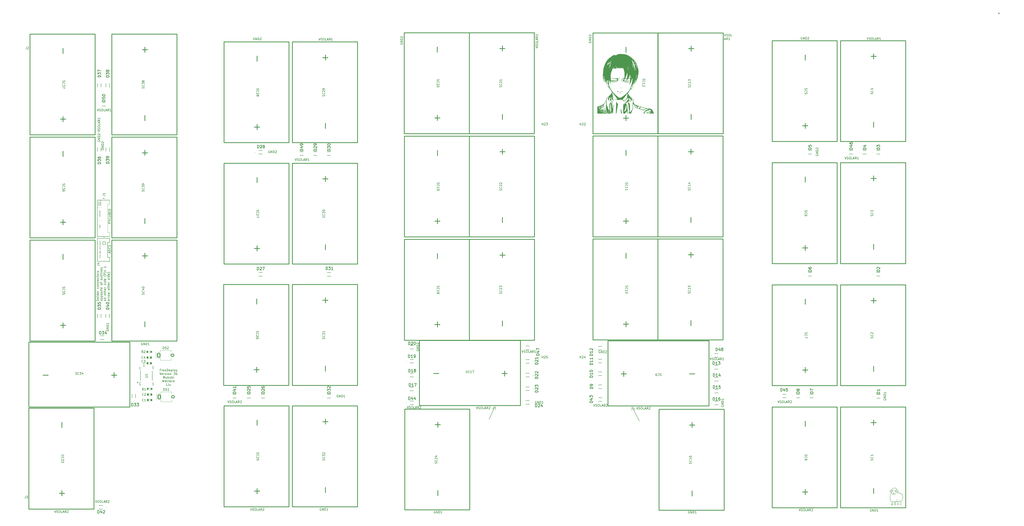
<source format=gbr>
%TF.GenerationSoftware,KiCad,Pcbnew,9.0.1*%
%TF.CreationDate,2025-04-05T23:02:22-07:00*%
%TF.ProjectId,FlexDeploySidePanels,466c6578-4465-4706-9c6f-795369646550,3.3*%
%TF.SameCoordinates,Original*%
%TF.FileFunction,Legend,Top*%
%TF.FilePolarity,Positive*%
%FSLAX46Y46*%
G04 Gerber Fmt 4.6, Leading zero omitted, Abs format (unit mm)*
G04 Created by KiCad (PCBNEW 9.0.1) date 2025-04-05 23:02:22*
%MOMM*%
%LPD*%
G01*
G04 APERTURE LIST*
G04 Aperture macros list*
%AMRoundRect*
0 Rectangle with rounded corners*
0 $1 Rounding radius*
0 $2 $3 $4 $5 $6 $7 $8 $9 X,Y pos of 4 corners*
0 Add a 4 corners polygon primitive as box body*
4,1,4,$2,$3,$4,$5,$6,$7,$8,$9,$2,$3,0*
0 Add four circle primitives for the rounded corners*
1,1,$1+$1,$2,$3*
1,1,$1+$1,$4,$5*
1,1,$1+$1,$6,$7*
1,1,$1+$1,$8,$9*
0 Add four rect primitives between the rounded corners*
20,1,$1+$1,$2,$3,$4,$5,0*
20,1,$1+$1,$4,$5,$6,$7,0*
20,1,$1+$1,$6,$7,$8,$9,0*
20,1,$1+$1,$8,$9,$2,$3,0*%
G04 Aperture macros list end*
%ADD10C,0.200000*%
%ADD11C,0.150000*%
%ADD12C,0.000000*%
%ADD13C,0.100000*%
%ADD14C,0.125000*%
%ADD15C,0.254000*%
%ADD16C,0.300000*%
%ADD17C,0.120000*%
%ADD18C,0.152400*%
%ADD19C,0.273607*%
%ADD20C,0.127000*%
%ADD21R,0.850000X1.200000*%
%ADD22C,3.000000*%
%ADD23RoundRect,0.200000X0.200000X0.275000X-0.200000X0.275000X-0.200000X-0.275000X0.200000X-0.275000X0*%
%ADD24RoundRect,0.225000X0.225000X0.250000X-0.225000X0.250000X-0.225000X-0.250000X0.225000X-0.250000X0*%
%ADD25R,1.150000X1.150000*%
%ADD26C,1.150000*%
%ADD27C,2.600000*%
%ADD28C,3.800000*%
%ADD29R,1.200000X0.850000*%
%ADD30RoundRect,0.187500X0.562500X0.862500X-0.562500X0.862500X-0.562500X-0.862500X0.562500X-0.862500X0*%
%ADD31RoundRect,0.162500X0.587500X0.487500X-0.587500X0.487500X-0.587500X-0.487500X0.587500X-0.487500X0*%
%ADD32RoundRect,0.175000X0.525000X0.825000X-0.525000X0.825000X-0.525000X-0.825000X0.525000X-0.825000X0*%
%ADD33RoundRect,0.150000X0.550000X0.450000X-0.550000X0.450000X-0.550000X-0.450000X0.550000X-0.450000X0*%
%ADD34R,0.533400X1.460500*%
%ADD35RoundRect,0.076200X-0.575000X0.575000X-0.575000X-0.575000X0.575000X-0.575000X0.575000X0.575000X0*%
%ADD36C,1.302400*%
%ADD37C,2.100000*%
G04 APERTURE END LIST*
D10*
X126250000Y-177400000D02*
X126290000Y-177400000D01*
X127090000Y-177400000D02*
X127130000Y-177400000D01*
X127930000Y-177400000D02*
X127970000Y-177400000D01*
D11*
X300700000Y-271925000D02*
X303225000Y-266525000D01*
D12*
G36*
X527904943Y-90389774D02*
G01*
X527915454Y-90390999D01*
X527937535Y-90395839D01*
X527960856Y-90403780D01*
X527985212Y-90414717D01*
X528010394Y-90428548D01*
X528036197Y-90445170D01*
X528062414Y-90464479D01*
X528088837Y-90486372D01*
X528115261Y-90510745D01*
X528141478Y-90537496D01*
X528167282Y-90566521D01*
X528192466Y-90597716D01*
X528216823Y-90630979D01*
X528240146Y-90666206D01*
X528262230Y-90703294D01*
X528282866Y-90742139D01*
X528292272Y-90758670D01*
X528300658Y-90775169D01*
X528308036Y-90791603D01*
X528314420Y-90807941D01*
X528319822Y-90824149D01*
X528324255Y-90840196D01*
X528327733Y-90856048D01*
X528330267Y-90871675D01*
X528331872Y-90887043D01*
X528332559Y-90902121D01*
X528332342Y-90916876D01*
X528331234Y-90931275D01*
X528329248Y-90945287D01*
X528326396Y-90958879D01*
X528322691Y-90972018D01*
X528318146Y-90984673D01*
X528312775Y-90996812D01*
X528306590Y-91008401D01*
X528299604Y-91019409D01*
X528291830Y-91029803D01*
X528283281Y-91039552D01*
X528273969Y-91048622D01*
X528263908Y-91056981D01*
X528253111Y-91064598D01*
X528241590Y-91071440D01*
X528229358Y-91077474D01*
X528216429Y-91082668D01*
X528202815Y-91086991D01*
X528188529Y-91090409D01*
X528173584Y-91092890D01*
X528157993Y-91094403D01*
X528141768Y-91094914D01*
X528122030Y-91094403D01*
X528102525Y-91092890D01*
X528083279Y-91090409D01*
X528064316Y-91086991D01*
X528045664Y-91082668D01*
X528027348Y-91077474D01*
X528009393Y-91071440D01*
X527991826Y-91064598D01*
X527974673Y-91056981D01*
X527957959Y-91048622D01*
X527941710Y-91039552D01*
X527925953Y-91029803D01*
X527910712Y-91019409D01*
X527896013Y-91008401D01*
X527881883Y-90996812D01*
X527868348Y-90984673D01*
X527855433Y-90972018D01*
X527843163Y-90958879D01*
X527831566Y-90945287D01*
X527820666Y-90931275D01*
X527810490Y-90916876D01*
X527801063Y-90902121D01*
X527792411Y-90887043D01*
X527784560Y-90871675D01*
X527777536Y-90856048D01*
X527771365Y-90840196D01*
X527766072Y-90824149D01*
X527761684Y-90807941D01*
X527758226Y-90791603D01*
X527755724Y-90775169D01*
X527754204Y-90758670D01*
X527753691Y-90742139D01*
X527753896Y-90722503D01*
X527754501Y-90703294D01*
X527755494Y-90684524D01*
X527756861Y-90666206D01*
X527758590Y-90648353D01*
X527760668Y-90630979D01*
X527763082Y-90614096D01*
X527765819Y-90597716D01*
X527768865Y-90581853D01*
X527772210Y-90566521D01*
X527775838Y-90551731D01*
X527779738Y-90537496D01*
X527783896Y-90523830D01*
X527788299Y-90510745D01*
X527792935Y-90498255D01*
X527797791Y-90486372D01*
X527802854Y-90475109D01*
X527808110Y-90464479D01*
X527813548Y-90454495D01*
X527819153Y-90445170D01*
X527824913Y-90436517D01*
X527830816Y-90428548D01*
X527836848Y-90421278D01*
X527842996Y-90414717D01*
X527849248Y-90408880D01*
X527855590Y-90403780D01*
X527862010Y-90399428D01*
X527868494Y-90395839D01*
X527875030Y-90393025D01*
X527881605Y-90390999D01*
X527888206Y-90389774D01*
X527894820Y-90389363D01*
X527904943Y-90389774D01*
G37*
D13*
X152146000Y-241808000D02*
X152146000Y-244856000D01*
D11*
X367650000Y-272700000D02*
X364625000Y-266850000D01*
D13*
X152400000Y-260350000D02*
X152400000Y-263398000D01*
D10*
X126175000Y-183350000D02*
X126215000Y-183350000D01*
X127015000Y-183350000D02*
X127055000Y-183350000D01*
X127855000Y-183350000D02*
X127895000Y-183350000D01*
D11*
X399193922Y-244494819D02*
X399527255Y-245494819D01*
X399527255Y-245494819D02*
X399860588Y-244494819D01*
X400146303Y-245447200D02*
X400289160Y-245494819D01*
X400289160Y-245494819D02*
X400527255Y-245494819D01*
X400527255Y-245494819D02*
X400622493Y-245447200D01*
X400622493Y-245447200D02*
X400670112Y-245399580D01*
X400670112Y-245399580D02*
X400717731Y-245304342D01*
X400717731Y-245304342D02*
X400717731Y-245209104D01*
X400717731Y-245209104D02*
X400670112Y-245113866D01*
X400670112Y-245113866D02*
X400622493Y-245066247D01*
X400622493Y-245066247D02*
X400527255Y-245018628D01*
X400527255Y-245018628D02*
X400336779Y-244971009D01*
X400336779Y-244971009D02*
X400241541Y-244923390D01*
X400241541Y-244923390D02*
X400193922Y-244875771D01*
X400193922Y-244875771D02*
X400146303Y-244780533D01*
X400146303Y-244780533D02*
X400146303Y-244685295D01*
X400146303Y-244685295D02*
X400193922Y-244590057D01*
X400193922Y-244590057D02*
X400241541Y-244542438D01*
X400241541Y-244542438D02*
X400336779Y-244494819D01*
X400336779Y-244494819D02*
X400574874Y-244494819D01*
X400574874Y-244494819D02*
X400717731Y-244542438D01*
X401336779Y-244494819D02*
X401527255Y-244494819D01*
X401527255Y-244494819D02*
X401622493Y-244542438D01*
X401622493Y-244542438D02*
X401717731Y-244637676D01*
X401717731Y-244637676D02*
X401765350Y-244828152D01*
X401765350Y-244828152D02*
X401765350Y-245161485D01*
X401765350Y-245161485D02*
X401717731Y-245351961D01*
X401717731Y-245351961D02*
X401622493Y-245447200D01*
X401622493Y-245447200D02*
X401527255Y-245494819D01*
X401527255Y-245494819D02*
X401336779Y-245494819D01*
X401336779Y-245494819D02*
X401241541Y-245447200D01*
X401241541Y-245447200D02*
X401146303Y-245351961D01*
X401146303Y-245351961D02*
X401098684Y-245161485D01*
X401098684Y-245161485D02*
X401098684Y-244828152D01*
X401098684Y-244828152D02*
X401146303Y-244637676D01*
X401146303Y-244637676D02*
X401241541Y-244542438D01*
X401241541Y-244542438D02*
X401336779Y-244494819D01*
X402670112Y-245494819D02*
X402193922Y-245494819D01*
X402193922Y-245494819D02*
X402193922Y-244494819D01*
X402955827Y-245209104D02*
X403432017Y-245209104D01*
X402860589Y-245494819D02*
X403193922Y-244494819D01*
X403193922Y-244494819D02*
X403527255Y-245494819D01*
X404432017Y-245494819D02*
X404098684Y-245018628D01*
X403860589Y-245494819D02*
X403860589Y-244494819D01*
X403860589Y-244494819D02*
X404241541Y-244494819D01*
X404241541Y-244494819D02*
X404336779Y-244542438D01*
X404336779Y-244542438D02*
X404384398Y-244590057D01*
X404384398Y-244590057D02*
X404432017Y-244685295D01*
X404432017Y-244685295D02*
X404432017Y-244828152D01*
X404432017Y-244828152D02*
X404384398Y-244923390D01*
X404384398Y-244923390D02*
X404336779Y-244971009D01*
X404336779Y-244971009D02*
X404241541Y-245018628D01*
X404241541Y-245018628D02*
X403860589Y-245018628D01*
X405384398Y-245494819D02*
X404812970Y-245494819D01*
X405098684Y-245494819D02*
X405098684Y-244494819D01*
X405098684Y-244494819D02*
X405003446Y-244637676D01*
X405003446Y-244637676D02*
X404908208Y-244732914D01*
X404908208Y-244732914D02*
X404812970Y-244780533D01*
X404292438Y-265789411D02*
X404244819Y-265884649D01*
X404244819Y-265884649D02*
X404244819Y-266027506D01*
X404244819Y-266027506D02*
X404292438Y-266170363D01*
X404292438Y-266170363D02*
X404387676Y-266265601D01*
X404387676Y-266265601D02*
X404482914Y-266313220D01*
X404482914Y-266313220D02*
X404673390Y-266360839D01*
X404673390Y-266360839D02*
X404816247Y-266360839D01*
X404816247Y-266360839D02*
X405006723Y-266313220D01*
X405006723Y-266313220D02*
X405101961Y-266265601D01*
X405101961Y-266265601D02*
X405197200Y-266170363D01*
X405197200Y-266170363D02*
X405244819Y-266027506D01*
X405244819Y-266027506D02*
X405244819Y-265932268D01*
X405244819Y-265932268D02*
X405197200Y-265789411D01*
X405197200Y-265789411D02*
X405149580Y-265741792D01*
X405149580Y-265741792D02*
X404816247Y-265741792D01*
X404816247Y-265741792D02*
X404816247Y-265932268D01*
X405244819Y-265313220D02*
X404244819Y-265313220D01*
X404244819Y-265313220D02*
X405244819Y-264741792D01*
X405244819Y-264741792D02*
X404244819Y-264741792D01*
X405244819Y-264265601D02*
X404244819Y-264265601D01*
X404244819Y-264265601D02*
X404244819Y-264027506D01*
X404244819Y-264027506D02*
X404292438Y-263884649D01*
X404292438Y-263884649D02*
X404387676Y-263789411D01*
X404387676Y-263789411D02*
X404482914Y-263741792D01*
X404482914Y-263741792D02*
X404673390Y-263694173D01*
X404673390Y-263694173D02*
X404816247Y-263694173D01*
X404816247Y-263694173D02*
X405006723Y-263741792D01*
X405006723Y-263741792D02*
X405101961Y-263789411D01*
X405101961Y-263789411D02*
X405197200Y-263884649D01*
X405197200Y-263884649D02*
X405244819Y-264027506D01*
X405244819Y-264027506D02*
X405244819Y-264265601D01*
X405244819Y-262741792D02*
X405244819Y-263313220D01*
X405244819Y-263027506D02*
X404244819Y-263027506D01*
X404244819Y-263027506D02*
X404387676Y-263122744D01*
X404387676Y-263122744D02*
X404482914Y-263217982D01*
X404482914Y-263217982D02*
X404530533Y-263313220D01*
X469168922Y-101519819D02*
X469502255Y-102519819D01*
X469502255Y-102519819D02*
X469835588Y-101519819D01*
X470121303Y-102472200D02*
X470264160Y-102519819D01*
X470264160Y-102519819D02*
X470502255Y-102519819D01*
X470502255Y-102519819D02*
X470597493Y-102472200D01*
X470597493Y-102472200D02*
X470645112Y-102424580D01*
X470645112Y-102424580D02*
X470692731Y-102329342D01*
X470692731Y-102329342D02*
X470692731Y-102234104D01*
X470692731Y-102234104D02*
X470645112Y-102138866D01*
X470645112Y-102138866D02*
X470597493Y-102091247D01*
X470597493Y-102091247D02*
X470502255Y-102043628D01*
X470502255Y-102043628D02*
X470311779Y-101996009D01*
X470311779Y-101996009D02*
X470216541Y-101948390D01*
X470216541Y-101948390D02*
X470168922Y-101900771D01*
X470168922Y-101900771D02*
X470121303Y-101805533D01*
X470121303Y-101805533D02*
X470121303Y-101710295D01*
X470121303Y-101710295D02*
X470168922Y-101615057D01*
X470168922Y-101615057D02*
X470216541Y-101567438D01*
X470216541Y-101567438D02*
X470311779Y-101519819D01*
X470311779Y-101519819D02*
X470549874Y-101519819D01*
X470549874Y-101519819D02*
X470692731Y-101567438D01*
X471311779Y-101519819D02*
X471502255Y-101519819D01*
X471502255Y-101519819D02*
X471597493Y-101567438D01*
X471597493Y-101567438D02*
X471692731Y-101662676D01*
X471692731Y-101662676D02*
X471740350Y-101853152D01*
X471740350Y-101853152D02*
X471740350Y-102186485D01*
X471740350Y-102186485D02*
X471692731Y-102376961D01*
X471692731Y-102376961D02*
X471597493Y-102472200D01*
X471597493Y-102472200D02*
X471502255Y-102519819D01*
X471502255Y-102519819D02*
X471311779Y-102519819D01*
X471311779Y-102519819D02*
X471216541Y-102472200D01*
X471216541Y-102472200D02*
X471121303Y-102376961D01*
X471121303Y-102376961D02*
X471073684Y-102186485D01*
X471073684Y-102186485D02*
X471073684Y-101853152D01*
X471073684Y-101853152D02*
X471121303Y-101662676D01*
X471121303Y-101662676D02*
X471216541Y-101567438D01*
X471216541Y-101567438D02*
X471311779Y-101519819D01*
X472645112Y-102519819D02*
X472168922Y-102519819D01*
X472168922Y-102519819D02*
X472168922Y-101519819D01*
X472930827Y-102234104D02*
X473407017Y-102234104D01*
X472835589Y-102519819D02*
X473168922Y-101519819D01*
X473168922Y-101519819D02*
X473502255Y-102519819D01*
X474407017Y-102519819D02*
X474073684Y-102043628D01*
X473835589Y-102519819D02*
X473835589Y-101519819D01*
X473835589Y-101519819D02*
X474216541Y-101519819D01*
X474216541Y-101519819D02*
X474311779Y-101567438D01*
X474311779Y-101567438D02*
X474359398Y-101615057D01*
X474359398Y-101615057D02*
X474407017Y-101710295D01*
X474407017Y-101710295D02*
X474407017Y-101853152D01*
X474407017Y-101853152D02*
X474359398Y-101948390D01*
X474359398Y-101948390D02*
X474311779Y-101996009D01*
X474311779Y-101996009D02*
X474216541Y-102043628D01*
X474216541Y-102043628D02*
X473835589Y-102043628D01*
X475359398Y-102519819D02*
X474787970Y-102519819D01*
X475073684Y-102519819D02*
X475073684Y-101519819D01*
X475073684Y-101519819D02*
X474978446Y-101662676D01*
X474978446Y-101662676D02*
X474883208Y-101757914D01*
X474883208Y-101757914D02*
X474787970Y-101805533D01*
X130117438Y-231964411D02*
X130069819Y-232059649D01*
X130069819Y-232059649D02*
X130069819Y-232202506D01*
X130069819Y-232202506D02*
X130117438Y-232345363D01*
X130117438Y-232345363D02*
X130212676Y-232440601D01*
X130212676Y-232440601D02*
X130307914Y-232488220D01*
X130307914Y-232488220D02*
X130498390Y-232535839D01*
X130498390Y-232535839D02*
X130641247Y-232535839D01*
X130641247Y-232535839D02*
X130831723Y-232488220D01*
X130831723Y-232488220D02*
X130926961Y-232440601D01*
X130926961Y-232440601D02*
X131022200Y-232345363D01*
X131022200Y-232345363D02*
X131069819Y-232202506D01*
X131069819Y-232202506D02*
X131069819Y-232107268D01*
X131069819Y-232107268D02*
X131022200Y-231964411D01*
X131022200Y-231964411D02*
X130974580Y-231916792D01*
X130974580Y-231916792D02*
X130641247Y-231916792D01*
X130641247Y-231916792D02*
X130641247Y-232107268D01*
X131069819Y-231488220D02*
X130069819Y-231488220D01*
X130069819Y-231488220D02*
X131069819Y-230916792D01*
X131069819Y-230916792D02*
X130069819Y-230916792D01*
X131069819Y-230440601D02*
X130069819Y-230440601D01*
X130069819Y-230440601D02*
X130069819Y-230202506D01*
X130069819Y-230202506D02*
X130117438Y-230059649D01*
X130117438Y-230059649D02*
X130212676Y-229964411D01*
X130212676Y-229964411D02*
X130307914Y-229916792D01*
X130307914Y-229916792D02*
X130498390Y-229869173D01*
X130498390Y-229869173D02*
X130641247Y-229869173D01*
X130641247Y-229869173D02*
X130831723Y-229916792D01*
X130831723Y-229916792D02*
X130926961Y-229964411D01*
X130926961Y-229964411D02*
X131022200Y-230059649D01*
X131022200Y-230059649D02*
X131069819Y-230202506D01*
X131069819Y-230202506D02*
X131069819Y-230440601D01*
X131069819Y-228916792D02*
X131069819Y-229488220D01*
X131069819Y-229202506D02*
X130069819Y-229202506D01*
X130069819Y-229202506D02*
X130212676Y-229297744D01*
X130212676Y-229297744D02*
X130307914Y-229392982D01*
X130307914Y-229392982D02*
X130355533Y-229488220D01*
D14*
X144720309Y-249782335D02*
X144720309Y-249472811D01*
X144720309Y-249472811D02*
X144910785Y-249639478D01*
X144910785Y-249639478D02*
X144910785Y-249568049D01*
X144910785Y-249568049D02*
X144934595Y-249520430D01*
X144934595Y-249520430D02*
X144958404Y-249496621D01*
X144958404Y-249496621D02*
X145006023Y-249472811D01*
X145006023Y-249472811D02*
X145125071Y-249472811D01*
X145125071Y-249472811D02*
X145172690Y-249496621D01*
X145172690Y-249496621D02*
X145196500Y-249520430D01*
X145196500Y-249520430D02*
X145220309Y-249568049D01*
X145220309Y-249568049D02*
X145220309Y-249710906D01*
X145220309Y-249710906D02*
X145196500Y-249758525D01*
X145196500Y-249758525D02*
X145172690Y-249782335D01*
X144720309Y-249329954D02*
X145220309Y-249163288D01*
X145220309Y-249163288D02*
X144720309Y-248996621D01*
X144720309Y-248877574D02*
X144720309Y-248568050D01*
X144720309Y-248568050D02*
X144910785Y-248734717D01*
X144910785Y-248734717D02*
X144910785Y-248663288D01*
X144910785Y-248663288D02*
X144934595Y-248615669D01*
X144934595Y-248615669D02*
X144958404Y-248591860D01*
X144958404Y-248591860D02*
X145006023Y-248568050D01*
X145006023Y-248568050D02*
X145125071Y-248568050D01*
X145125071Y-248568050D02*
X145172690Y-248591860D01*
X145172690Y-248591860D02*
X145196500Y-248615669D01*
X145196500Y-248615669D02*
X145220309Y-248663288D01*
X145220309Y-248663288D02*
X145220309Y-248806145D01*
X145220309Y-248806145D02*
X145196500Y-248853764D01*
X145196500Y-248853764D02*
X145172690Y-248877574D01*
D11*
X345267438Y-103339411D02*
X345219819Y-103434649D01*
X345219819Y-103434649D02*
X345219819Y-103577506D01*
X345219819Y-103577506D02*
X345267438Y-103720363D01*
X345267438Y-103720363D02*
X345362676Y-103815601D01*
X345362676Y-103815601D02*
X345457914Y-103863220D01*
X345457914Y-103863220D02*
X345648390Y-103910839D01*
X345648390Y-103910839D02*
X345791247Y-103910839D01*
X345791247Y-103910839D02*
X345981723Y-103863220D01*
X345981723Y-103863220D02*
X346076961Y-103815601D01*
X346076961Y-103815601D02*
X346172200Y-103720363D01*
X346172200Y-103720363D02*
X346219819Y-103577506D01*
X346219819Y-103577506D02*
X346219819Y-103482268D01*
X346219819Y-103482268D02*
X346172200Y-103339411D01*
X346172200Y-103339411D02*
X346124580Y-103291792D01*
X346124580Y-103291792D02*
X345791247Y-103291792D01*
X345791247Y-103291792D02*
X345791247Y-103482268D01*
X346219819Y-102863220D02*
X345219819Y-102863220D01*
X345219819Y-102863220D02*
X346219819Y-102291792D01*
X346219819Y-102291792D02*
X345219819Y-102291792D01*
X346219819Y-101815601D02*
X345219819Y-101815601D01*
X345219819Y-101815601D02*
X345219819Y-101577506D01*
X345219819Y-101577506D02*
X345267438Y-101434649D01*
X345267438Y-101434649D02*
X345362676Y-101339411D01*
X345362676Y-101339411D02*
X345457914Y-101291792D01*
X345457914Y-101291792D02*
X345648390Y-101244173D01*
X345648390Y-101244173D02*
X345791247Y-101244173D01*
X345791247Y-101244173D02*
X345981723Y-101291792D01*
X345981723Y-101291792D02*
X346076961Y-101339411D01*
X346076961Y-101339411D02*
X346172200Y-101434649D01*
X346172200Y-101434649D02*
X346219819Y-101577506D01*
X346219819Y-101577506D02*
X346219819Y-101815601D01*
X345315057Y-100863220D02*
X345267438Y-100815601D01*
X345267438Y-100815601D02*
X345219819Y-100720363D01*
X345219819Y-100720363D02*
X345219819Y-100482268D01*
X345219819Y-100482268D02*
X345267438Y-100387030D01*
X345267438Y-100387030D02*
X345315057Y-100339411D01*
X345315057Y-100339411D02*
X345410295Y-100291792D01*
X345410295Y-100291792D02*
X345505533Y-100291792D01*
X345505533Y-100291792D02*
X345648390Y-100339411D01*
X345648390Y-100339411D02*
X346219819Y-100910839D01*
X346219819Y-100910839D02*
X346219819Y-100291792D01*
X126267438Y-147464411D02*
X126219819Y-147559649D01*
X126219819Y-147559649D02*
X126219819Y-147702506D01*
X126219819Y-147702506D02*
X126267438Y-147845363D01*
X126267438Y-147845363D02*
X126362676Y-147940601D01*
X126362676Y-147940601D02*
X126457914Y-147988220D01*
X126457914Y-147988220D02*
X126648390Y-148035839D01*
X126648390Y-148035839D02*
X126791247Y-148035839D01*
X126791247Y-148035839D02*
X126981723Y-147988220D01*
X126981723Y-147988220D02*
X127076961Y-147940601D01*
X127076961Y-147940601D02*
X127172200Y-147845363D01*
X127172200Y-147845363D02*
X127219819Y-147702506D01*
X127219819Y-147702506D02*
X127219819Y-147607268D01*
X127219819Y-147607268D02*
X127172200Y-147464411D01*
X127172200Y-147464411D02*
X127124580Y-147416792D01*
X127124580Y-147416792D02*
X126791247Y-147416792D01*
X126791247Y-147416792D02*
X126791247Y-147607268D01*
X127219819Y-146988220D02*
X126219819Y-146988220D01*
X126219819Y-146988220D02*
X127219819Y-146416792D01*
X127219819Y-146416792D02*
X126219819Y-146416792D01*
X127219819Y-145940601D02*
X126219819Y-145940601D01*
X126219819Y-145940601D02*
X126219819Y-145702506D01*
X126219819Y-145702506D02*
X126267438Y-145559649D01*
X126267438Y-145559649D02*
X126362676Y-145464411D01*
X126362676Y-145464411D02*
X126457914Y-145416792D01*
X126457914Y-145416792D02*
X126648390Y-145369173D01*
X126648390Y-145369173D02*
X126791247Y-145369173D01*
X126791247Y-145369173D02*
X126981723Y-145416792D01*
X126981723Y-145416792D02*
X127076961Y-145464411D01*
X127076961Y-145464411D02*
X127172200Y-145559649D01*
X127172200Y-145559649D02*
X127219819Y-145702506D01*
X127219819Y-145702506D02*
X127219819Y-145940601D01*
X126315057Y-144988220D02*
X126267438Y-144940601D01*
X126267438Y-144940601D02*
X126219819Y-144845363D01*
X126219819Y-144845363D02*
X126219819Y-144607268D01*
X126219819Y-144607268D02*
X126267438Y-144512030D01*
X126267438Y-144512030D02*
X126315057Y-144464411D01*
X126315057Y-144464411D02*
X126410295Y-144416792D01*
X126410295Y-144416792D02*
X126505533Y-144416792D01*
X126505533Y-144416792D02*
X126648390Y-144464411D01*
X126648390Y-144464411D02*
X127219819Y-145035839D01*
X127219819Y-145035839D02*
X127219819Y-144416792D01*
X476742438Y-262864411D02*
X476694819Y-262959649D01*
X476694819Y-262959649D02*
X476694819Y-263102506D01*
X476694819Y-263102506D02*
X476742438Y-263245363D01*
X476742438Y-263245363D02*
X476837676Y-263340601D01*
X476837676Y-263340601D02*
X476932914Y-263388220D01*
X476932914Y-263388220D02*
X477123390Y-263435839D01*
X477123390Y-263435839D02*
X477266247Y-263435839D01*
X477266247Y-263435839D02*
X477456723Y-263388220D01*
X477456723Y-263388220D02*
X477551961Y-263340601D01*
X477551961Y-263340601D02*
X477647200Y-263245363D01*
X477647200Y-263245363D02*
X477694819Y-263102506D01*
X477694819Y-263102506D02*
X477694819Y-263007268D01*
X477694819Y-263007268D02*
X477647200Y-262864411D01*
X477647200Y-262864411D02*
X477599580Y-262816792D01*
X477599580Y-262816792D02*
X477266247Y-262816792D01*
X477266247Y-262816792D02*
X477266247Y-263007268D01*
X477694819Y-262388220D02*
X476694819Y-262388220D01*
X476694819Y-262388220D02*
X477694819Y-261816792D01*
X477694819Y-261816792D02*
X476694819Y-261816792D01*
X477694819Y-261340601D02*
X476694819Y-261340601D01*
X476694819Y-261340601D02*
X476694819Y-261102506D01*
X476694819Y-261102506D02*
X476742438Y-260959649D01*
X476742438Y-260959649D02*
X476837676Y-260864411D01*
X476837676Y-260864411D02*
X476932914Y-260816792D01*
X476932914Y-260816792D02*
X477123390Y-260769173D01*
X477123390Y-260769173D02*
X477266247Y-260769173D01*
X477266247Y-260769173D02*
X477456723Y-260816792D01*
X477456723Y-260816792D02*
X477551961Y-260864411D01*
X477551961Y-260864411D02*
X477647200Y-260959649D01*
X477647200Y-260959649D02*
X477694819Y-261102506D01*
X477694819Y-261102506D02*
X477694819Y-261340601D01*
X477694819Y-259816792D02*
X477694819Y-260388220D01*
X477694819Y-260102506D02*
X476694819Y-260102506D01*
X476694819Y-260102506D02*
X476837676Y-260197744D01*
X476837676Y-260197744D02*
X476932914Y-260292982D01*
X476932914Y-260292982D02*
X476980533Y-260388220D01*
X233385588Y-261092438D02*
X233290350Y-261044819D01*
X233290350Y-261044819D02*
X233147493Y-261044819D01*
X233147493Y-261044819D02*
X233004636Y-261092438D01*
X233004636Y-261092438D02*
X232909398Y-261187676D01*
X232909398Y-261187676D02*
X232861779Y-261282914D01*
X232861779Y-261282914D02*
X232814160Y-261473390D01*
X232814160Y-261473390D02*
X232814160Y-261616247D01*
X232814160Y-261616247D02*
X232861779Y-261806723D01*
X232861779Y-261806723D02*
X232909398Y-261901961D01*
X232909398Y-261901961D02*
X233004636Y-261997200D01*
X233004636Y-261997200D02*
X233147493Y-262044819D01*
X233147493Y-262044819D02*
X233242731Y-262044819D01*
X233242731Y-262044819D02*
X233385588Y-261997200D01*
X233385588Y-261997200D02*
X233433207Y-261949580D01*
X233433207Y-261949580D02*
X233433207Y-261616247D01*
X233433207Y-261616247D02*
X233242731Y-261616247D01*
X233861779Y-262044819D02*
X233861779Y-261044819D01*
X233861779Y-261044819D02*
X234433207Y-262044819D01*
X234433207Y-262044819D02*
X234433207Y-261044819D01*
X234909398Y-262044819D02*
X234909398Y-261044819D01*
X234909398Y-261044819D02*
X235147493Y-261044819D01*
X235147493Y-261044819D02*
X235290350Y-261092438D01*
X235290350Y-261092438D02*
X235385588Y-261187676D01*
X235385588Y-261187676D02*
X235433207Y-261282914D01*
X235433207Y-261282914D02*
X235480826Y-261473390D01*
X235480826Y-261473390D02*
X235480826Y-261616247D01*
X235480826Y-261616247D02*
X235433207Y-261806723D01*
X235433207Y-261806723D02*
X235385588Y-261901961D01*
X235385588Y-261901961D02*
X235290350Y-261997200D01*
X235290350Y-261997200D02*
X235147493Y-262044819D01*
X235147493Y-262044819D02*
X234909398Y-262044819D01*
X236433207Y-262044819D02*
X235861779Y-262044819D01*
X236147493Y-262044819D02*
X236147493Y-261044819D01*
X236147493Y-261044819D02*
X236052255Y-261187676D01*
X236052255Y-261187676D02*
X235957017Y-261282914D01*
X235957017Y-261282914D02*
X235861779Y-261330533D01*
X194193922Y-311669819D02*
X194527255Y-312669819D01*
X194527255Y-312669819D02*
X194860588Y-311669819D01*
X195146303Y-312622200D02*
X195289160Y-312669819D01*
X195289160Y-312669819D02*
X195527255Y-312669819D01*
X195527255Y-312669819D02*
X195622493Y-312622200D01*
X195622493Y-312622200D02*
X195670112Y-312574580D01*
X195670112Y-312574580D02*
X195717731Y-312479342D01*
X195717731Y-312479342D02*
X195717731Y-312384104D01*
X195717731Y-312384104D02*
X195670112Y-312288866D01*
X195670112Y-312288866D02*
X195622493Y-312241247D01*
X195622493Y-312241247D02*
X195527255Y-312193628D01*
X195527255Y-312193628D02*
X195336779Y-312146009D01*
X195336779Y-312146009D02*
X195241541Y-312098390D01*
X195241541Y-312098390D02*
X195193922Y-312050771D01*
X195193922Y-312050771D02*
X195146303Y-311955533D01*
X195146303Y-311955533D02*
X195146303Y-311860295D01*
X195146303Y-311860295D02*
X195193922Y-311765057D01*
X195193922Y-311765057D02*
X195241541Y-311717438D01*
X195241541Y-311717438D02*
X195336779Y-311669819D01*
X195336779Y-311669819D02*
X195574874Y-311669819D01*
X195574874Y-311669819D02*
X195717731Y-311717438D01*
X196336779Y-311669819D02*
X196527255Y-311669819D01*
X196527255Y-311669819D02*
X196622493Y-311717438D01*
X196622493Y-311717438D02*
X196717731Y-311812676D01*
X196717731Y-311812676D02*
X196765350Y-312003152D01*
X196765350Y-312003152D02*
X196765350Y-312336485D01*
X196765350Y-312336485D02*
X196717731Y-312526961D01*
X196717731Y-312526961D02*
X196622493Y-312622200D01*
X196622493Y-312622200D02*
X196527255Y-312669819D01*
X196527255Y-312669819D02*
X196336779Y-312669819D01*
X196336779Y-312669819D02*
X196241541Y-312622200D01*
X196241541Y-312622200D02*
X196146303Y-312526961D01*
X196146303Y-312526961D02*
X196098684Y-312336485D01*
X196098684Y-312336485D02*
X196098684Y-312003152D01*
X196098684Y-312003152D02*
X196146303Y-311812676D01*
X196146303Y-311812676D02*
X196241541Y-311717438D01*
X196241541Y-311717438D02*
X196336779Y-311669819D01*
X197670112Y-312669819D02*
X197193922Y-312669819D01*
X197193922Y-312669819D02*
X197193922Y-311669819D01*
X197955827Y-312384104D02*
X198432017Y-312384104D01*
X197860589Y-312669819D02*
X198193922Y-311669819D01*
X198193922Y-311669819D02*
X198527255Y-312669819D01*
X199432017Y-312669819D02*
X199098684Y-312193628D01*
X198860589Y-312669819D02*
X198860589Y-311669819D01*
X198860589Y-311669819D02*
X199241541Y-311669819D01*
X199241541Y-311669819D02*
X199336779Y-311717438D01*
X199336779Y-311717438D02*
X199384398Y-311765057D01*
X199384398Y-311765057D02*
X199432017Y-311860295D01*
X199432017Y-311860295D02*
X199432017Y-312003152D01*
X199432017Y-312003152D02*
X199384398Y-312098390D01*
X199384398Y-312098390D02*
X199336779Y-312146009D01*
X199336779Y-312146009D02*
X199241541Y-312193628D01*
X199241541Y-312193628D02*
X198860589Y-312193628D01*
X199812970Y-311765057D02*
X199860589Y-311717438D01*
X199860589Y-311717438D02*
X199955827Y-311669819D01*
X199955827Y-311669819D02*
X200193922Y-311669819D01*
X200193922Y-311669819D02*
X200289160Y-311717438D01*
X200289160Y-311717438D02*
X200336779Y-311765057D01*
X200336779Y-311765057D02*
X200384398Y-311860295D01*
X200384398Y-311860295D02*
X200384398Y-311955533D01*
X200384398Y-311955533D02*
X200336779Y-312098390D01*
X200336779Y-312098390D02*
X199765351Y-312669819D01*
X199765351Y-312669819D02*
X200384398Y-312669819D01*
D14*
X126964119Y-197790811D02*
X126940309Y-197838430D01*
X126940309Y-197838430D02*
X126940309Y-197909859D01*
X126940309Y-197909859D02*
X126964119Y-197981287D01*
X126964119Y-197981287D02*
X127011738Y-198028906D01*
X127011738Y-198028906D02*
X127059357Y-198052716D01*
X127059357Y-198052716D02*
X127154595Y-198076525D01*
X127154595Y-198076525D02*
X127226023Y-198076525D01*
X127226023Y-198076525D02*
X127321261Y-198052716D01*
X127321261Y-198052716D02*
X127368880Y-198028906D01*
X127368880Y-198028906D02*
X127416500Y-197981287D01*
X127416500Y-197981287D02*
X127440309Y-197909859D01*
X127440309Y-197909859D02*
X127440309Y-197862240D01*
X127440309Y-197862240D02*
X127416500Y-197790811D01*
X127416500Y-197790811D02*
X127392690Y-197767002D01*
X127392690Y-197767002D02*
X127226023Y-197767002D01*
X127226023Y-197767002D02*
X127226023Y-197862240D01*
X127440309Y-197552716D02*
X126940309Y-197552716D01*
X126940309Y-197552716D02*
X127440309Y-197267002D01*
X127440309Y-197267002D02*
X126940309Y-197267002D01*
X127440309Y-197028906D02*
X126940309Y-197028906D01*
X126940309Y-197028906D02*
X126940309Y-196909858D01*
X126940309Y-196909858D02*
X126964119Y-196838430D01*
X126964119Y-196838430D02*
X127011738Y-196790811D01*
X127011738Y-196790811D02*
X127059357Y-196767001D01*
X127059357Y-196767001D02*
X127154595Y-196743192D01*
X127154595Y-196743192D02*
X127226023Y-196743192D01*
X127226023Y-196743192D02*
X127321261Y-196767001D01*
X127321261Y-196767001D02*
X127368880Y-196790811D01*
X127368880Y-196790811D02*
X127416500Y-196838430D01*
X127416500Y-196838430D02*
X127440309Y-196909858D01*
X127440309Y-196909858D02*
X127440309Y-197028906D01*
D11*
X321810588Y-263892438D02*
X321715350Y-263844819D01*
X321715350Y-263844819D02*
X321572493Y-263844819D01*
X321572493Y-263844819D02*
X321429636Y-263892438D01*
X321429636Y-263892438D02*
X321334398Y-263987676D01*
X321334398Y-263987676D02*
X321286779Y-264082914D01*
X321286779Y-264082914D02*
X321239160Y-264273390D01*
X321239160Y-264273390D02*
X321239160Y-264416247D01*
X321239160Y-264416247D02*
X321286779Y-264606723D01*
X321286779Y-264606723D02*
X321334398Y-264701961D01*
X321334398Y-264701961D02*
X321429636Y-264797200D01*
X321429636Y-264797200D02*
X321572493Y-264844819D01*
X321572493Y-264844819D02*
X321667731Y-264844819D01*
X321667731Y-264844819D02*
X321810588Y-264797200D01*
X321810588Y-264797200D02*
X321858207Y-264749580D01*
X321858207Y-264749580D02*
X321858207Y-264416247D01*
X321858207Y-264416247D02*
X321667731Y-264416247D01*
X322286779Y-264844819D02*
X322286779Y-263844819D01*
X322286779Y-263844819D02*
X322858207Y-264844819D01*
X322858207Y-264844819D02*
X322858207Y-263844819D01*
X323334398Y-264844819D02*
X323334398Y-263844819D01*
X323334398Y-263844819D02*
X323572493Y-263844819D01*
X323572493Y-263844819D02*
X323715350Y-263892438D01*
X323715350Y-263892438D02*
X323810588Y-263987676D01*
X323810588Y-263987676D02*
X323858207Y-264082914D01*
X323858207Y-264082914D02*
X323905826Y-264273390D01*
X323905826Y-264273390D02*
X323905826Y-264416247D01*
X323905826Y-264416247D02*
X323858207Y-264606723D01*
X323858207Y-264606723D02*
X323810588Y-264701961D01*
X323810588Y-264701961D02*
X323715350Y-264797200D01*
X323715350Y-264797200D02*
X323572493Y-264844819D01*
X323572493Y-264844819D02*
X323334398Y-264844819D01*
X324858207Y-264844819D02*
X324286779Y-264844819D01*
X324572493Y-264844819D02*
X324572493Y-263844819D01*
X324572493Y-263844819D02*
X324477255Y-263987676D01*
X324477255Y-263987676D02*
X324382017Y-264082914D01*
X324382017Y-264082914D02*
X324286779Y-264130533D01*
D14*
X126881119Y-186211811D02*
X126857309Y-186259430D01*
X126857309Y-186259430D02*
X126857309Y-186330859D01*
X126857309Y-186330859D02*
X126881119Y-186402287D01*
X126881119Y-186402287D02*
X126928738Y-186449906D01*
X126928738Y-186449906D02*
X126976357Y-186473716D01*
X126976357Y-186473716D02*
X127071595Y-186497525D01*
X127071595Y-186497525D02*
X127143023Y-186497525D01*
X127143023Y-186497525D02*
X127238261Y-186473716D01*
X127238261Y-186473716D02*
X127285880Y-186449906D01*
X127285880Y-186449906D02*
X127333500Y-186402287D01*
X127333500Y-186402287D02*
X127357309Y-186330859D01*
X127357309Y-186330859D02*
X127357309Y-186283240D01*
X127357309Y-186283240D02*
X127333500Y-186211811D01*
X127333500Y-186211811D02*
X127309690Y-186188002D01*
X127309690Y-186188002D02*
X127143023Y-186188002D01*
X127143023Y-186188002D02*
X127143023Y-186283240D01*
X127357309Y-185973716D02*
X126857309Y-185973716D01*
X126857309Y-185973716D02*
X127357309Y-185688002D01*
X127357309Y-185688002D02*
X126857309Y-185688002D01*
X127357309Y-185449906D02*
X126857309Y-185449906D01*
X126857309Y-185449906D02*
X126857309Y-185330858D01*
X126857309Y-185330858D02*
X126881119Y-185259430D01*
X126881119Y-185259430D02*
X126928738Y-185211811D01*
X126928738Y-185211811D02*
X126976357Y-185188001D01*
X126976357Y-185188001D02*
X127071595Y-185164192D01*
X127071595Y-185164192D02*
X127143023Y-185164192D01*
X127143023Y-185164192D02*
X127238261Y-185188001D01*
X127238261Y-185188001D02*
X127285880Y-185211811D01*
X127285880Y-185211811D02*
X127333500Y-185259430D01*
X127333500Y-185259430D02*
X127357309Y-185330858D01*
X127357309Y-185330858D02*
X127357309Y-185449906D01*
D11*
X438868922Y-311894819D02*
X439202255Y-312894819D01*
X439202255Y-312894819D02*
X439535588Y-311894819D01*
X439821303Y-312847200D02*
X439964160Y-312894819D01*
X439964160Y-312894819D02*
X440202255Y-312894819D01*
X440202255Y-312894819D02*
X440297493Y-312847200D01*
X440297493Y-312847200D02*
X440345112Y-312799580D01*
X440345112Y-312799580D02*
X440392731Y-312704342D01*
X440392731Y-312704342D02*
X440392731Y-312609104D01*
X440392731Y-312609104D02*
X440345112Y-312513866D01*
X440345112Y-312513866D02*
X440297493Y-312466247D01*
X440297493Y-312466247D02*
X440202255Y-312418628D01*
X440202255Y-312418628D02*
X440011779Y-312371009D01*
X440011779Y-312371009D02*
X439916541Y-312323390D01*
X439916541Y-312323390D02*
X439868922Y-312275771D01*
X439868922Y-312275771D02*
X439821303Y-312180533D01*
X439821303Y-312180533D02*
X439821303Y-312085295D01*
X439821303Y-312085295D02*
X439868922Y-311990057D01*
X439868922Y-311990057D02*
X439916541Y-311942438D01*
X439916541Y-311942438D02*
X440011779Y-311894819D01*
X440011779Y-311894819D02*
X440249874Y-311894819D01*
X440249874Y-311894819D02*
X440392731Y-311942438D01*
X441011779Y-311894819D02*
X441202255Y-311894819D01*
X441202255Y-311894819D02*
X441297493Y-311942438D01*
X441297493Y-311942438D02*
X441392731Y-312037676D01*
X441392731Y-312037676D02*
X441440350Y-312228152D01*
X441440350Y-312228152D02*
X441440350Y-312561485D01*
X441440350Y-312561485D02*
X441392731Y-312751961D01*
X441392731Y-312751961D02*
X441297493Y-312847200D01*
X441297493Y-312847200D02*
X441202255Y-312894819D01*
X441202255Y-312894819D02*
X441011779Y-312894819D01*
X441011779Y-312894819D02*
X440916541Y-312847200D01*
X440916541Y-312847200D02*
X440821303Y-312751961D01*
X440821303Y-312751961D02*
X440773684Y-312561485D01*
X440773684Y-312561485D02*
X440773684Y-312228152D01*
X440773684Y-312228152D02*
X440821303Y-312037676D01*
X440821303Y-312037676D02*
X440916541Y-311942438D01*
X440916541Y-311942438D02*
X441011779Y-311894819D01*
X442345112Y-312894819D02*
X441868922Y-312894819D01*
X441868922Y-312894819D02*
X441868922Y-311894819D01*
X442630827Y-312609104D02*
X443107017Y-312609104D01*
X442535589Y-312894819D02*
X442868922Y-311894819D01*
X442868922Y-311894819D02*
X443202255Y-312894819D01*
X444107017Y-312894819D02*
X443773684Y-312418628D01*
X443535589Y-312894819D02*
X443535589Y-311894819D01*
X443535589Y-311894819D02*
X443916541Y-311894819D01*
X443916541Y-311894819D02*
X444011779Y-311942438D01*
X444011779Y-311942438D02*
X444059398Y-311990057D01*
X444059398Y-311990057D02*
X444107017Y-312085295D01*
X444107017Y-312085295D02*
X444107017Y-312228152D01*
X444107017Y-312228152D02*
X444059398Y-312323390D01*
X444059398Y-312323390D02*
X444011779Y-312371009D01*
X444011779Y-312371009D02*
X443916541Y-312418628D01*
X443916541Y-312418628D02*
X443535589Y-312418628D01*
X444487970Y-311990057D02*
X444535589Y-311942438D01*
X444535589Y-311942438D02*
X444630827Y-311894819D01*
X444630827Y-311894819D02*
X444868922Y-311894819D01*
X444868922Y-311894819D02*
X444964160Y-311942438D01*
X444964160Y-311942438D02*
X445011779Y-311990057D01*
X445011779Y-311990057D02*
X445059398Y-312085295D01*
X445059398Y-312085295D02*
X445059398Y-312180533D01*
X445059398Y-312180533D02*
X445011779Y-312323390D01*
X445011779Y-312323390D02*
X444440351Y-312894819D01*
X444440351Y-312894819D02*
X445059398Y-312894819D01*
X264118922Y-266069819D02*
X264452255Y-267069819D01*
X264452255Y-267069819D02*
X264785588Y-266069819D01*
X265071303Y-267022200D02*
X265214160Y-267069819D01*
X265214160Y-267069819D02*
X265452255Y-267069819D01*
X265452255Y-267069819D02*
X265547493Y-267022200D01*
X265547493Y-267022200D02*
X265595112Y-266974580D01*
X265595112Y-266974580D02*
X265642731Y-266879342D01*
X265642731Y-266879342D02*
X265642731Y-266784104D01*
X265642731Y-266784104D02*
X265595112Y-266688866D01*
X265595112Y-266688866D02*
X265547493Y-266641247D01*
X265547493Y-266641247D02*
X265452255Y-266593628D01*
X265452255Y-266593628D02*
X265261779Y-266546009D01*
X265261779Y-266546009D02*
X265166541Y-266498390D01*
X265166541Y-266498390D02*
X265118922Y-266450771D01*
X265118922Y-266450771D02*
X265071303Y-266355533D01*
X265071303Y-266355533D02*
X265071303Y-266260295D01*
X265071303Y-266260295D02*
X265118922Y-266165057D01*
X265118922Y-266165057D02*
X265166541Y-266117438D01*
X265166541Y-266117438D02*
X265261779Y-266069819D01*
X265261779Y-266069819D02*
X265499874Y-266069819D01*
X265499874Y-266069819D02*
X265642731Y-266117438D01*
X266261779Y-266069819D02*
X266452255Y-266069819D01*
X266452255Y-266069819D02*
X266547493Y-266117438D01*
X266547493Y-266117438D02*
X266642731Y-266212676D01*
X266642731Y-266212676D02*
X266690350Y-266403152D01*
X266690350Y-266403152D02*
X266690350Y-266736485D01*
X266690350Y-266736485D02*
X266642731Y-266926961D01*
X266642731Y-266926961D02*
X266547493Y-267022200D01*
X266547493Y-267022200D02*
X266452255Y-267069819D01*
X266452255Y-267069819D02*
X266261779Y-267069819D01*
X266261779Y-267069819D02*
X266166541Y-267022200D01*
X266166541Y-267022200D02*
X266071303Y-266926961D01*
X266071303Y-266926961D02*
X266023684Y-266736485D01*
X266023684Y-266736485D02*
X266023684Y-266403152D01*
X266023684Y-266403152D02*
X266071303Y-266212676D01*
X266071303Y-266212676D02*
X266166541Y-266117438D01*
X266166541Y-266117438D02*
X266261779Y-266069819D01*
X267595112Y-267069819D02*
X267118922Y-267069819D01*
X267118922Y-267069819D02*
X267118922Y-266069819D01*
X267880827Y-266784104D02*
X268357017Y-266784104D01*
X267785589Y-267069819D02*
X268118922Y-266069819D01*
X268118922Y-266069819D02*
X268452255Y-267069819D01*
X269357017Y-267069819D02*
X269023684Y-266593628D01*
X268785589Y-267069819D02*
X268785589Y-266069819D01*
X268785589Y-266069819D02*
X269166541Y-266069819D01*
X269166541Y-266069819D02*
X269261779Y-266117438D01*
X269261779Y-266117438D02*
X269309398Y-266165057D01*
X269309398Y-266165057D02*
X269357017Y-266260295D01*
X269357017Y-266260295D02*
X269357017Y-266403152D01*
X269357017Y-266403152D02*
X269309398Y-266498390D01*
X269309398Y-266498390D02*
X269261779Y-266546009D01*
X269261779Y-266546009D02*
X269166541Y-266593628D01*
X269166541Y-266593628D02*
X268785589Y-266593628D01*
X269737970Y-266165057D02*
X269785589Y-266117438D01*
X269785589Y-266117438D02*
X269880827Y-266069819D01*
X269880827Y-266069819D02*
X270118922Y-266069819D01*
X270118922Y-266069819D02*
X270214160Y-266117438D01*
X270214160Y-266117438D02*
X270261779Y-266165057D01*
X270261779Y-266165057D02*
X270309398Y-266260295D01*
X270309398Y-266260295D02*
X270309398Y-266355533D01*
X270309398Y-266355533D02*
X270261779Y-266498390D01*
X270261779Y-266498390D02*
X269690351Y-267069819D01*
X269690351Y-267069819D02*
X270309398Y-267069819D01*
D14*
X126940309Y-193893478D02*
X126940309Y-193798240D01*
X126940309Y-193798240D02*
X126964119Y-193750621D01*
X126964119Y-193750621D02*
X127011738Y-193703002D01*
X127011738Y-193703002D02*
X127106976Y-193679192D01*
X127106976Y-193679192D02*
X127273642Y-193679192D01*
X127273642Y-193679192D02*
X127368880Y-193703002D01*
X127368880Y-193703002D02*
X127416500Y-193750621D01*
X127416500Y-193750621D02*
X127440309Y-193798240D01*
X127440309Y-193798240D02*
X127440309Y-193893478D01*
X127440309Y-193893478D02*
X127416500Y-193941097D01*
X127416500Y-193941097D02*
X127368880Y-193988716D01*
X127368880Y-193988716D02*
X127273642Y-194012525D01*
X127273642Y-194012525D02*
X127106976Y-194012525D01*
X127106976Y-194012525D02*
X127011738Y-193988716D01*
X127011738Y-193988716D02*
X126964119Y-193941097D01*
X126964119Y-193941097D02*
X126940309Y-193893478D01*
X126940309Y-193464906D02*
X127345071Y-193464906D01*
X127345071Y-193464906D02*
X127392690Y-193441096D01*
X127392690Y-193441096D02*
X127416500Y-193417287D01*
X127416500Y-193417287D02*
X127440309Y-193369668D01*
X127440309Y-193369668D02*
X127440309Y-193274430D01*
X127440309Y-193274430D02*
X127416500Y-193226811D01*
X127416500Y-193226811D02*
X127392690Y-193203001D01*
X127392690Y-193203001D02*
X127345071Y-193179192D01*
X127345071Y-193179192D02*
X126940309Y-193179192D01*
X126940309Y-193012524D02*
X126940309Y-192726810D01*
X127440309Y-192869667D02*
X126940309Y-192869667D01*
X126987928Y-192583953D02*
X126964119Y-192560144D01*
X126964119Y-192560144D02*
X126940309Y-192512525D01*
X126940309Y-192512525D02*
X126940309Y-192393477D01*
X126940309Y-192393477D02*
X126964119Y-192345858D01*
X126964119Y-192345858D02*
X126987928Y-192322049D01*
X126987928Y-192322049D02*
X127035547Y-192298239D01*
X127035547Y-192298239D02*
X127083166Y-192298239D01*
X127083166Y-192298239D02*
X127154595Y-192322049D01*
X127154595Y-192322049D02*
X127440309Y-192607763D01*
X127440309Y-192607763D02*
X127440309Y-192298239D01*
D11*
X390085588Y-312942438D02*
X389990350Y-312894819D01*
X389990350Y-312894819D02*
X389847493Y-312894819D01*
X389847493Y-312894819D02*
X389704636Y-312942438D01*
X389704636Y-312942438D02*
X389609398Y-313037676D01*
X389609398Y-313037676D02*
X389561779Y-313132914D01*
X389561779Y-313132914D02*
X389514160Y-313323390D01*
X389514160Y-313323390D02*
X389514160Y-313466247D01*
X389514160Y-313466247D02*
X389561779Y-313656723D01*
X389561779Y-313656723D02*
X389609398Y-313751961D01*
X389609398Y-313751961D02*
X389704636Y-313847200D01*
X389704636Y-313847200D02*
X389847493Y-313894819D01*
X389847493Y-313894819D02*
X389942731Y-313894819D01*
X389942731Y-313894819D02*
X390085588Y-313847200D01*
X390085588Y-313847200D02*
X390133207Y-313799580D01*
X390133207Y-313799580D02*
X390133207Y-313466247D01*
X390133207Y-313466247D02*
X389942731Y-313466247D01*
X390561779Y-313894819D02*
X390561779Y-312894819D01*
X390561779Y-312894819D02*
X391133207Y-313894819D01*
X391133207Y-313894819D02*
X391133207Y-312894819D01*
X391609398Y-313894819D02*
X391609398Y-312894819D01*
X391609398Y-312894819D02*
X391847493Y-312894819D01*
X391847493Y-312894819D02*
X391990350Y-312942438D01*
X391990350Y-312942438D02*
X392085588Y-313037676D01*
X392085588Y-313037676D02*
X392133207Y-313132914D01*
X392133207Y-313132914D02*
X392180826Y-313323390D01*
X392180826Y-313323390D02*
X392180826Y-313466247D01*
X392180826Y-313466247D02*
X392133207Y-313656723D01*
X392133207Y-313656723D02*
X392085588Y-313751961D01*
X392085588Y-313751961D02*
X391990350Y-313847200D01*
X391990350Y-313847200D02*
X391847493Y-313894819D01*
X391847493Y-313894819D02*
X391609398Y-313894819D01*
X393133207Y-313894819D02*
X392561779Y-313894819D01*
X392847493Y-313894819D02*
X392847493Y-312894819D01*
X392847493Y-312894819D02*
X392752255Y-313037676D01*
X392752255Y-313037676D02*
X392657017Y-313132914D01*
X392657017Y-313132914D02*
X392561779Y-313180533D01*
X321494819Y-106306077D02*
X322494819Y-105972744D01*
X322494819Y-105972744D02*
X321494819Y-105639411D01*
X322447200Y-105353696D02*
X322494819Y-105210839D01*
X322494819Y-105210839D02*
X322494819Y-104972744D01*
X322494819Y-104972744D02*
X322447200Y-104877506D01*
X322447200Y-104877506D02*
X322399580Y-104829887D01*
X322399580Y-104829887D02*
X322304342Y-104782268D01*
X322304342Y-104782268D02*
X322209104Y-104782268D01*
X322209104Y-104782268D02*
X322113866Y-104829887D01*
X322113866Y-104829887D02*
X322066247Y-104877506D01*
X322066247Y-104877506D02*
X322018628Y-104972744D01*
X322018628Y-104972744D02*
X321971009Y-105163220D01*
X321971009Y-105163220D02*
X321923390Y-105258458D01*
X321923390Y-105258458D02*
X321875771Y-105306077D01*
X321875771Y-105306077D02*
X321780533Y-105353696D01*
X321780533Y-105353696D02*
X321685295Y-105353696D01*
X321685295Y-105353696D02*
X321590057Y-105306077D01*
X321590057Y-105306077D02*
X321542438Y-105258458D01*
X321542438Y-105258458D02*
X321494819Y-105163220D01*
X321494819Y-105163220D02*
X321494819Y-104925125D01*
X321494819Y-104925125D02*
X321542438Y-104782268D01*
X321494819Y-104163220D02*
X321494819Y-103972744D01*
X321494819Y-103972744D02*
X321542438Y-103877506D01*
X321542438Y-103877506D02*
X321637676Y-103782268D01*
X321637676Y-103782268D02*
X321828152Y-103734649D01*
X321828152Y-103734649D02*
X322161485Y-103734649D01*
X322161485Y-103734649D02*
X322351961Y-103782268D01*
X322351961Y-103782268D02*
X322447200Y-103877506D01*
X322447200Y-103877506D02*
X322494819Y-103972744D01*
X322494819Y-103972744D02*
X322494819Y-104163220D01*
X322494819Y-104163220D02*
X322447200Y-104258458D01*
X322447200Y-104258458D02*
X322351961Y-104353696D01*
X322351961Y-104353696D02*
X322161485Y-104401315D01*
X322161485Y-104401315D02*
X321828152Y-104401315D01*
X321828152Y-104401315D02*
X321637676Y-104353696D01*
X321637676Y-104353696D02*
X321542438Y-104258458D01*
X321542438Y-104258458D02*
X321494819Y-104163220D01*
X322494819Y-102829887D02*
X322494819Y-103306077D01*
X322494819Y-103306077D02*
X321494819Y-103306077D01*
X322209104Y-102544172D02*
X322209104Y-102067982D01*
X322494819Y-102639410D02*
X321494819Y-102306077D01*
X321494819Y-102306077D02*
X322494819Y-101972744D01*
X322494819Y-101067982D02*
X322018628Y-101401315D01*
X322494819Y-101639410D02*
X321494819Y-101639410D01*
X321494819Y-101639410D02*
X321494819Y-101258458D01*
X321494819Y-101258458D02*
X321542438Y-101163220D01*
X321542438Y-101163220D02*
X321590057Y-101115601D01*
X321590057Y-101115601D02*
X321685295Y-101067982D01*
X321685295Y-101067982D02*
X321828152Y-101067982D01*
X321828152Y-101067982D02*
X321923390Y-101115601D01*
X321923390Y-101115601D02*
X321971009Y-101163220D01*
X321971009Y-101163220D02*
X322018628Y-101258458D01*
X322018628Y-101258458D02*
X322018628Y-101639410D01*
X322494819Y-100115601D02*
X322494819Y-100687029D01*
X322494819Y-100401315D02*
X321494819Y-100401315D01*
X321494819Y-100401315D02*
X321637676Y-100496553D01*
X321637676Y-100496553D02*
X321732914Y-100591791D01*
X321732914Y-100591791D02*
X321780533Y-100687029D01*
D14*
X126940309Y-195925478D02*
X126940309Y-195830240D01*
X126940309Y-195830240D02*
X126964119Y-195782621D01*
X126964119Y-195782621D02*
X127011738Y-195735002D01*
X127011738Y-195735002D02*
X127106976Y-195711192D01*
X127106976Y-195711192D02*
X127273642Y-195711192D01*
X127273642Y-195711192D02*
X127368880Y-195735002D01*
X127368880Y-195735002D02*
X127416500Y-195782621D01*
X127416500Y-195782621D02*
X127440309Y-195830240D01*
X127440309Y-195830240D02*
X127440309Y-195925478D01*
X127440309Y-195925478D02*
X127416500Y-195973097D01*
X127416500Y-195973097D02*
X127368880Y-196020716D01*
X127368880Y-196020716D02*
X127273642Y-196044525D01*
X127273642Y-196044525D02*
X127106976Y-196044525D01*
X127106976Y-196044525D02*
X127011738Y-196020716D01*
X127011738Y-196020716D02*
X126964119Y-195973097D01*
X126964119Y-195973097D02*
X126940309Y-195925478D01*
X126940309Y-195496906D02*
X127345071Y-195496906D01*
X127345071Y-195496906D02*
X127392690Y-195473096D01*
X127392690Y-195473096D02*
X127416500Y-195449287D01*
X127416500Y-195449287D02*
X127440309Y-195401668D01*
X127440309Y-195401668D02*
X127440309Y-195306430D01*
X127440309Y-195306430D02*
X127416500Y-195258811D01*
X127416500Y-195258811D02*
X127392690Y-195235001D01*
X127392690Y-195235001D02*
X127345071Y-195211192D01*
X127345071Y-195211192D02*
X126940309Y-195211192D01*
X126940309Y-195044524D02*
X126940309Y-194758810D01*
X127440309Y-194901667D02*
X126940309Y-194901667D01*
X127440309Y-194330239D02*
X127440309Y-194615953D01*
X127440309Y-194473096D02*
X126940309Y-194473096D01*
X126940309Y-194473096D02*
X127011738Y-194520715D01*
X127011738Y-194520715D02*
X127059357Y-194568334D01*
X127059357Y-194568334D02*
X127083166Y-194615953D01*
D11*
X440285588Y-101417438D02*
X440190350Y-101369819D01*
X440190350Y-101369819D02*
X440047493Y-101369819D01*
X440047493Y-101369819D02*
X439904636Y-101417438D01*
X439904636Y-101417438D02*
X439809398Y-101512676D01*
X439809398Y-101512676D02*
X439761779Y-101607914D01*
X439761779Y-101607914D02*
X439714160Y-101798390D01*
X439714160Y-101798390D02*
X439714160Y-101941247D01*
X439714160Y-101941247D02*
X439761779Y-102131723D01*
X439761779Y-102131723D02*
X439809398Y-102226961D01*
X439809398Y-102226961D02*
X439904636Y-102322200D01*
X439904636Y-102322200D02*
X440047493Y-102369819D01*
X440047493Y-102369819D02*
X440142731Y-102369819D01*
X440142731Y-102369819D02*
X440285588Y-102322200D01*
X440285588Y-102322200D02*
X440333207Y-102274580D01*
X440333207Y-102274580D02*
X440333207Y-101941247D01*
X440333207Y-101941247D02*
X440142731Y-101941247D01*
X440761779Y-102369819D02*
X440761779Y-101369819D01*
X440761779Y-101369819D02*
X441333207Y-102369819D01*
X441333207Y-102369819D02*
X441333207Y-101369819D01*
X441809398Y-102369819D02*
X441809398Y-101369819D01*
X441809398Y-101369819D02*
X442047493Y-101369819D01*
X442047493Y-101369819D02*
X442190350Y-101417438D01*
X442190350Y-101417438D02*
X442285588Y-101512676D01*
X442285588Y-101512676D02*
X442333207Y-101607914D01*
X442333207Y-101607914D02*
X442380826Y-101798390D01*
X442380826Y-101798390D02*
X442380826Y-101941247D01*
X442380826Y-101941247D02*
X442333207Y-102131723D01*
X442333207Y-102131723D02*
X442285588Y-102226961D01*
X442285588Y-102226961D02*
X442190350Y-102322200D01*
X442190350Y-102322200D02*
X442047493Y-102369819D01*
X442047493Y-102369819D02*
X441809398Y-102369819D01*
X442761779Y-101465057D02*
X442809398Y-101417438D01*
X442809398Y-101417438D02*
X442904636Y-101369819D01*
X442904636Y-101369819D02*
X443142731Y-101369819D01*
X443142731Y-101369819D02*
X443237969Y-101417438D01*
X443237969Y-101417438D02*
X443285588Y-101465057D01*
X443285588Y-101465057D02*
X443333207Y-101560295D01*
X443333207Y-101560295D02*
X443333207Y-101655533D01*
X443333207Y-101655533D02*
X443285588Y-101798390D01*
X443285588Y-101798390D02*
X442714160Y-102369819D01*
X442714160Y-102369819D02*
X443333207Y-102369819D01*
X146135588Y-237842438D02*
X146040350Y-237794819D01*
X146040350Y-237794819D02*
X145897493Y-237794819D01*
X145897493Y-237794819D02*
X145754636Y-237842438D01*
X145754636Y-237842438D02*
X145659398Y-237937676D01*
X145659398Y-237937676D02*
X145611779Y-238032914D01*
X145611779Y-238032914D02*
X145564160Y-238223390D01*
X145564160Y-238223390D02*
X145564160Y-238366247D01*
X145564160Y-238366247D02*
X145611779Y-238556723D01*
X145611779Y-238556723D02*
X145659398Y-238651961D01*
X145659398Y-238651961D02*
X145754636Y-238747200D01*
X145754636Y-238747200D02*
X145897493Y-238794819D01*
X145897493Y-238794819D02*
X145992731Y-238794819D01*
X145992731Y-238794819D02*
X146135588Y-238747200D01*
X146135588Y-238747200D02*
X146183207Y-238699580D01*
X146183207Y-238699580D02*
X146183207Y-238366247D01*
X146183207Y-238366247D02*
X145992731Y-238366247D01*
X146611779Y-238794819D02*
X146611779Y-237794819D01*
X146611779Y-237794819D02*
X147183207Y-238794819D01*
X147183207Y-238794819D02*
X147183207Y-237794819D01*
X147659398Y-238794819D02*
X147659398Y-237794819D01*
X147659398Y-237794819D02*
X147897493Y-237794819D01*
X147897493Y-237794819D02*
X148040350Y-237842438D01*
X148040350Y-237842438D02*
X148135588Y-237937676D01*
X148135588Y-237937676D02*
X148183207Y-238032914D01*
X148183207Y-238032914D02*
X148230826Y-238223390D01*
X148230826Y-238223390D02*
X148230826Y-238366247D01*
X148230826Y-238366247D02*
X148183207Y-238556723D01*
X148183207Y-238556723D02*
X148135588Y-238651961D01*
X148135588Y-238651961D02*
X148040350Y-238747200D01*
X148040350Y-238747200D02*
X147897493Y-238794819D01*
X147897493Y-238794819D02*
X147659398Y-238794819D01*
X149183207Y-238794819D02*
X148611779Y-238794819D01*
X148897493Y-238794819D02*
X148897493Y-237794819D01*
X148897493Y-237794819D02*
X148802255Y-237937676D01*
X148802255Y-237937676D02*
X148707017Y-238032914D01*
X148707017Y-238032914D02*
X148611779Y-238080533D01*
X429418922Y-263644819D02*
X429752255Y-264644819D01*
X429752255Y-264644819D02*
X430085588Y-263644819D01*
X430371303Y-264597200D02*
X430514160Y-264644819D01*
X430514160Y-264644819D02*
X430752255Y-264644819D01*
X430752255Y-264644819D02*
X430847493Y-264597200D01*
X430847493Y-264597200D02*
X430895112Y-264549580D01*
X430895112Y-264549580D02*
X430942731Y-264454342D01*
X430942731Y-264454342D02*
X430942731Y-264359104D01*
X430942731Y-264359104D02*
X430895112Y-264263866D01*
X430895112Y-264263866D02*
X430847493Y-264216247D01*
X430847493Y-264216247D02*
X430752255Y-264168628D01*
X430752255Y-264168628D02*
X430561779Y-264121009D01*
X430561779Y-264121009D02*
X430466541Y-264073390D01*
X430466541Y-264073390D02*
X430418922Y-264025771D01*
X430418922Y-264025771D02*
X430371303Y-263930533D01*
X430371303Y-263930533D02*
X430371303Y-263835295D01*
X430371303Y-263835295D02*
X430418922Y-263740057D01*
X430418922Y-263740057D02*
X430466541Y-263692438D01*
X430466541Y-263692438D02*
X430561779Y-263644819D01*
X430561779Y-263644819D02*
X430799874Y-263644819D01*
X430799874Y-263644819D02*
X430942731Y-263692438D01*
X431561779Y-263644819D02*
X431752255Y-263644819D01*
X431752255Y-263644819D02*
X431847493Y-263692438D01*
X431847493Y-263692438D02*
X431942731Y-263787676D01*
X431942731Y-263787676D02*
X431990350Y-263978152D01*
X431990350Y-263978152D02*
X431990350Y-264311485D01*
X431990350Y-264311485D02*
X431942731Y-264501961D01*
X431942731Y-264501961D02*
X431847493Y-264597200D01*
X431847493Y-264597200D02*
X431752255Y-264644819D01*
X431752255Y-264644819D02*
X431561779Y-264644819D01*
X431561779Y-264644819D02*
X431466541Y-264597200D01*
X431466541Y-264597200D02*
X431371303Y-264501961D01*
X431371303Y-264501961D02*
X431323684Y-264311485D01*
X431323684Y-264311485D02*
X431323684Y-263978152D01*
X431323684Y-263978152D02*
X431371303Y-263787676D01*
X431371303Y-263787676D02*
X431466541Y-263692438D01*
X431466541Y-263692438D02*
X431561779Y-263644819D01*
X432895112Y-264644819D02*
X432418922Y-264644819D01*
X432418922Y-264644819D02*
X432418922Y-263644819D01*
X433180827Y-264359104D02*
X433657017Y-264359104D01*
X433085589Y-264644819D02*
X433418922Y-263644819D01*
X433418922Y-263644819D02*
X433752255Y-264644819D01*
X434657017Y-264644819D02*
X434323684Y-264168628D01*
X434085589Y-264644819D02*
X434085589Y-263644819D01*
X434085589Y-263644819D02*
X434466541Y-263644819D01*
X434466541Y-263644819D02*
X434561779Y-263692438D01*
X434561779Y-263692438D02*
X434609398Y-263740057D01*
X434609398Y-263740057D02*
X434657017Y-263835295D01*
X434657017Y-263835295D02*
X434657017Y-263978152D01*
X434657017Y-263978152D02*
X434609398Y-264073390D01*
X434609398Y-264073390D02*
X434561779Y-264121009D01*
X434561779Y-264121009D02*
X434466541Y-264168628D01*
X434466541Y-264168628D02*
X434085589Y-264168628D01*
X435037970Y-263740057D02*
X435085589Y-263692438D01*
X435085589Y-263692438D02*
X435180827Y-263644819D01*
X435180827Y-263644819D02*
X435418922Y-263644819D01*
X435418922Y-263644819D02*
X435514160Y-263692438D01*
X435514160Y-263692438D02*
X435561779Y-263740057D01*
X435561779Y-263740057D02*
X435609398Y-263835295D01*
X435609398Y-263835295D02*
X435609398Y-263930533D01*
X435609398Y-263930533D02*
X435561779Y-264073390D01*
X435561779Y-264073390D02*
X434990351Y-264644819D01*
X434990351Y-264644819D02*
X435609398Y-264644819D01*
D14*
X144720309Y-256751478D02*
X144720309Y-256656240D01*
X144720309Y-256656240D02*
X144744119Y-256608621D01*
X144744119Y-256608621D02*
X144791738Y-256561002D01*
X144791738Y-256561002D02*
X144886976Y-256537192D01*
X144886976Y-256537192D02*
X145053642Y-256537192D01*
X145053642Y-256537192D02*
X145148880Y-256561002D01*
X145148880Y-256561002D02*
X145196500Y-256608621D01*
X145196500Y-256608621D02*
X145220309Y-256656240D01*
X145220309Y-256656240D02*
X145220309Y-256751478D01*
X145220309Y-256751478D02*
X145196500Y-256799097D01*
X145196500Y-256799097D02*
X145148880Y-256846716D01*
X145148880Y-256846716D02*
X145053642Y-256870525D01*
X145053642Y-256870525D02*
X144886976Y-256870525D01*
X144886976Y-256870525D02*
X144791738Y-256846716D01*
X144791738Y-256846716D02*
X144744119Y-256799097D01*
X144744119Y-256799097D02*
X144720309Y-256751478D01*
X144720309Y-256322906D02*
X145125071Y-256322906D01*
X145125071Y-256322906D02*
X145172690Y-256299096D01*
X145172690Y-256299096D02*
X145196500Y-256275287D01*
X145196500Y-256275287D02*
X145220309Y-256227668D01*
X145220309Y-256227668D02*
X145220309Y-256132430D01*
X145220309Y-256132430D02*
X145196500Y-256084811D01*
X145196500Y-256084811D02*
X145172690Y-256061001D01*
X145172690Y-256061001D02*
X145125071Y-256037192D01*
X145125071Y-256037192D02*
X144720309Y-256037192D01*
X144720309Y-255870524D02*
X144720309Y-255584810D01*
X145220309Y-255727667D02*
X144720309Y-255727667D01*
X145220309Y-255156239D02*
X145220309Y-255441953D01*
X145220309Y-255299096D02*
X144720309Y-255299096D01*
X144720309Y-255299096D02*
X144791738Y-255346715D01*
X144791738Y-255346715D02*
X144839357Y-255394334D01*
X144839357Y-255394334D02*
X144863166Y-255441953D01*
D11*
X446467438Y-153764411D02*
X446419819Y-153859649D01*
X446419819Y-153859649D02*
X446419819Y-154002506D01*
X446419819Y-154002506D02*
X446467438Y-154145363D01*
X446467438Y-154145363D02*
X446562676Y-154240601D01*
X446562676Y-154240601D02*
X446657914Y-154288220D01*
X446657914Y-154288220D02*
X446848390Y-154335839D01*
X446848390Y-154335839D02*
X446991247Y-154335839D01*
X446991247Y-154335839D02*
X447181723Y-154288220D01*
X447181723Y-154288220D02*
X447276961Y-154240601D01*
X447276961Y-154240601D02*
X447372200Y-154145363D01*
X447372200Y-154145363D02*
X447419819Y-154002506D01*
X447419819Y-154002506D02*
X447419819Y-153907268D01*
X447419819Y-153907268D02*
X447372200Y-153764411D01*
X447372200Y-153764411D02*
X447324580Y-153716792D01*
X447324580Y-153716792D02*
X446991247Y-153716792D01*
X446991247Y-153716792D02*
X446991247Y-153907268D01*
X447419819Y-153288220D02*
X446419819Y-153288220D01*
X446419819Y-153288220D02*
X447419819Y-152716792D01*
X447419819Y-152716792D02*
X446419819Y-152716792D01*
X447419819Y-152240601D02*
X446419819Y-152240601D01*
X446419819Y-152240601D02*
X446419819Y-152002506D01*
X446419819Y-152002506D02*
X446467438Y-151859649D01*
X446467438Y-151859649D02*
X446562676Y-151764411D01*
X446562676Y-151764411D02*
X446657914Y-151716792D01*
X446657914Y-151716792D02*
X446848390Y-151669173D01*
X446848390Y-151669173D02*
X446991247Y-151669173D01*
X446991247Y-151669173D02*
X447181723Y-151716792D01*
X447181723Y-151716792D02*
X447276961Y-151764411D01*
X447276961Y-151764411D02*
X447372200Y-151859649D01*
X447372200Y-151859649D02*
X447419819Y-152002506D01*
X447419819Y-152002506D02*
X447419819Y-152240601D01*
X446515057Y-151288220D02*
X446467438Y-151240601D01*
X446467438Y-151240601D02*
X446419819Y-151145363D01*
X446419819Y-151145363D02*
X446419819Y-150907268D01*
X446419819Y-150907268D02*
X446467438Y-150812030D01*
X446467438Y-150812030D02*
X446515057Y-150764411D01*
X446515057Y-150764411D02*
X446610295Y-150716792D01*
X446610295Y-150716792D02*
X446705533Y-150716792D01*
X446705533Y-150716792D02*
X446848390Y-150764411D01*
X446848390Y-150764411D02*
X447419819Y-151335839D01*
X447419819Y-151335839D02*
X447419819Y-150716792D01*
D14*
X126940309Y-199878335D02*
X126940309Y-199568811D01*
X126940309Y-199568811D02*
X127130785Y-199735478D01*
X127130785Y-199735478D02*
X127130785Y-199664049D01*
X127130785Y-199664049D02*
X127154595Y-199616430D01*
X127154595Y-199616430D02*
X127178404Y-199592621D01*
X127178404Y-199592621D02*
X127226023Y-199568811D01*
X127226023Y-199568811D02*
X127345071Y-199568811D01*
X127345071Y-199568811D02*
X127392690Y-199592621D01*
X127392690Y-199592621D02*
X127416500Y-199616430D01*
X127416500Y-199616430D02*
X127440309Y-199664049D01*
X127440309Y-199664049D02*
X127440309Y-199806906D01*
X127440309Y-199806906D02*
X127416500Y-199854525D01*
X127416500Y-199854525D02*
X127392690Y-199878335D01*
X126940309Y-199425954D02*
X127440309Y-199259288D01*
X127440309Y-199259288D02*
X126940309Y-199092621D01*
X126940309Y-198973574D02*
X126940309Y-198664050D01*
X126940309Y-198664050D02*
X127130785Y-198830717D01*
X127130785Y-198830717D02*
X127130785Y-198759288D01*
X127130785Y-198759288D02*
X127154595Y-198711669D01*
X127154595Y-198711669D02*
X127178404Y-198687860D01*
X127178404Y-198687860D02*
X127226023Y-198664050D01*
X127226023Y-198664050D02*
X127345071Y-198664050D01*
X127345071Y-198664050D02*
X127392690Y-198687860D01*
X127392690Y-198687860D02*
X127416500Y-198711669D01*
X127416500Y-198711669D02*
X127440309Y-198759288D01*
X127440309Y-198759288D02*
X127440309Y-198902145D01*
X127440309Y-198902145D02*
X127416500Y-198949764D01*
X127416500Y-198949764D02*
X127392690Y-198973574D01*
D11*
X225810588Y-311642438D02*
X225715350Y-311594819D01*
X225715350Y-311594819D02*
X225572493Y-311594819D01*
X225572493Y-311594819D02*
X225429636Y-311642438D01*
X225429636Y-311642438D02*
X225334398Y-311737676D01*
X225334398Y-311737676D02*
X225286779Y-311832914D01*
X225286779Y-311832914D02*
X225239160Y-312023390D01*
X225239160Y-312023390D02*
X225239160Y-312166247D01*
X225239160Y-312166247D02*
X225286779Y-312356723D01*
X225286779Y-312356723D02*
X225334398Y-312451961D01*
X225334398Y-312451961D02*
X225429636Y-312547200D01*
X225429636Y-312547200D02*
X225572493Y-312594819D01*
X225572493Y-312594819D02*
X225667731Y-312594819D01*
X225667731Y-312594819D02*
X225810588Y-312547200D01*
X225810588Y-312547200D02*
X225858207Y-312499580D01*
X225858207Y-312499580D02*
X225858207Y-312166247D01*
X225858207Y-312166247D02*
X225667731Y-312166247D01*
X226286779Y-312594819D02*
X226286779Y-311594819D01*
X226286779Y-311594819D02*
X226858207Y-312594819D01*
X226858207Y-312594819D02*
X226858207Y-311594819D01*
X227334398Y-312594819D02*
X227334398Y-311594819D01*
X227334398Y-311594819D02*
X227572493Y-311594819D01*
X227572493Y-311594819D02*
X227715350Y-311642438D01*
X227715350Y-311642438D02*
X227810588Y-311737676D01*
X227810588Y-311737676D02*
X227858207Y-311832914D01*
X227858207Y-311832914D02*
X227905826Y-312023390D01*
X227905826Y-312023390D02*
X227905826Y-312166247D01*
X227905826Y-312166247D02*
X227858207Y-312356723D01*
X227858207Y-312356723D02*
X227810588Y-312451961D01*
X227810588Y-312451961D02*
X227715350Y-312547200D01*
X227715350Y-312547200D02*
X227572493Y-312594819D01*
X227572493Y-312594819D02*
X227334398Y-312594819D01*
X228858207Y-312594819D02*
X228286779Y-312594819D01*
X228572493Y-312594819D02*
X228572493Y-311594819D01*
X228572493Y-311594819D02*
X228477255Y-311737676D01*
X228477255Y-311737676D02*
X228382017Y-311832914D01*
X228382017Y-311832914D02*
X228286779Y-311880533D01*
X125968922Y-133394819D02*
X126302255Y-134394819D01*
X126302255Y-134394819D02*
X126635588Y-133394819D01*
X126921303Y-134347200D02*
X127064160Y-134394819D01*
X127064160Y-134394819D02*
X127302255Y-134394819D01*
X127302255Y-134394819D02*
X127397493Y-134347200D01*
X127397493Y-134347200D02*
X127445112Y-134299580D01*
X127445112Y-134299580D02*
X127492731Y-134204342D01*
X127492731Y-134204342D02*
X127492731Y-134109104D01*
X127492731Y-134109104D02*
X127445112Y-134013866D01*
X127445112Y-134013866D02*
X127397493Y-133966247D01*
X127397493Y-133966247D02*
X127302255Y-133918628D01*
X127302255Y-133918628D02*
X127111779Y-133871009D01*
X127111779Y-133871009D02*
X127016541Y-133823390D01*
X127016541Y-133823390D02*
X126968922Y-133775771D01*
X126968922Y-133775771D02*
X126921303Y-133680533D01*
X126921303Y-133680533D02*
X126921303Y-133585295D01*
X126921303Y-133585295D02*
X126968922Y-133490057D01*
X126968922Y-133490057D02*
X127016541Y-133442438D01*
X127016541Y-133442438D02*
X127111779Y-133394819D01*
X127111779Y-133394819D02*
X127349874Y-133394819D01*
X127349874Y-133394819D02*
X127492731Y-133442438D01*
X128111779Y-133394819D02*
X128302255Y-133394819D01*
X128302255Y-133394819D02*
X128397493Y-133442438D01*
X128397493Y-133442438D02*
X128492731Y-133537676D01*
X128492731Y-133537676D02*
X128540350Y-133728152D01*
X128540350Y-133728152D02*
X128540350Y-134061485D01*
X128540350Y-134061485D02*
X128492731Y-134251961D01*
X128492731Y-134251961D02*
X128397493Y-134347200D01*
X128397493Y-134347200D02*
X128302255Y-134394819D01*
X128302255Y-134394819D02*
X128111779Y-134394819D01*
X128111779Y-134394819D02*
X128016541Y-134347200D01*
X128016541Y-134347200D02*
X127921303Y-134251961D01*
X127921303Y-134251961D02*
X127873684Y-134061485D01*
X127873684Y-134061485D02*
X127873684Y-133728152D01*
X127873684Y-133728152D02*
X127921303Y-133537676D01*
X127921303Y-133537676D02*
X128016541Y-133442438D01*
X128016541Y-133442438D02*
X128111779Y-133394819D01*
X129445112Y-134394819D02*
X128968922Y-134394819D01*
X128968922Y-134394819D02*
X128968922Y-133394819D01*
X129730827Y-134109104D02*
X130207017Y-134109104D01*
X129635589Y-134394819D02*
X129968922Y-133394819D01*
X129968922Y-133394819D02*
X130302255Y-134394819D01*
X131207017Y-134394819D02*
X130873684Y-133918628D01*
X130635589Y-134394819D02*
X130635589Y-133394819D01*
X130635589Y-133394819D02*
X131016541Y-133394819D01*
X131016541Y-133394819D02*
X131111779Y-133442438D01*
X131111779Y-133442438D02*
X131159398Y-133490057D01*
X131159398Y-133490057D02*
X131207017Y-133585295D01*
X131207017Y-133585295D02*
X131207017Y-133728152D01*
X131207017Y-133728152D02*
X131159398Y-133823390D01*
X131159398Y-133823390D02*
X131111779Y-133871009D01*
X131111779Y-133871009D02*
X131016541Y-133918628D01*
X131016541Y-133918628D02*
X130635589Y-133918628D01*
X132159398Y-134394819D02*
X131587970Y-134394819D01*
X131873684Y-134394819D02*
X131873684Y-133394819D01*
X131873684Y-133394819D02*
X131778446Y-133537676D01*
X131778446Y-133537676D02*
X131683208Y-133632914D01*
X131683208Y-133632914D02*
X131587970Y-133680533D01*
X405553922Y-99999875D02*
X405887255Y-100999875D01*
X405887255Y-100999875D02*
X406220588Y-99999875D01*
X406506303Y-100952256D02*
X406649160Y-100999875D01*
X406649160Y-100999875D02*
X406887255Y-100999875D01*
X406887255Y-100999875D02*
X406982493Y-100952256D01*
X406982493Y-100952256D02*
X407030112Y-100904636D01*
X407030112Y-100904636D02*
X407077731Y-100809398D01*
X407077731Y-100809398D02*
X407077731Y-100714160D01*
X407077731Y-100714160D02*
X407030112Y-100618922D01*
X407030112Y-100618922D02*
X406982493Y-100571303D01*
X406982493Y-100571303D02*
X406887255Y-100523684D01*
X406887255Y-100523684D02*
X406696779Y-100476065D01*
X406696779Y-100476065D02*
X406601541Y-100428446D01*
X406601541Y-100428446D02*
X406553922Y-100380827D01*
X406553922Y-100380827D02*
X406506303Y-100285589D01*
X406506303Y-100285589D02*
X406506303Y-100190351D01*
X406506303Y-100190351D02*
X406553922Y-100095113D01*
X406553922Y-100095113D02*
X406601541Y-100047494D01*
X406601541Y-100047494D02*
X406696779Y-99999875D01*
X406696779Y-99999875D02*
X406934874Y-99999875D01*
X406934874Y-99999875D02*
X407077731Y-100047494D01*
X407696779Y-99999875D02*
X407887255Y-99999875D01*
X407887255Y-99999875D02*
X407982493Y-100047494D01*
X407982493Y-100047494D02*
X408077731Y-100142732D01*
X408077731Y-100142732D02*
X408125350Y-100333208D01*
X408125350Y-100333208D02*
X408125350Y-100666541D01*
X408125350Y-100666541D02*
X408077731Y-100857017D01*
X408077731Y-100857017D02*
X407982493Y-100952256D01*
X407982493Y-100952256D02*
X407887255Y-100999875D01*
X407887255Y-100999875D02*
X407696779Y-100999875D01*
X407696779Y-100999875D02*
X407601541Y-100952256D01*
X407601541Y-100952256D02*
X407506303Y-100857017D01*
X407506303Y-100857017D02*
X407458684Y-100666541D01*
X407458684Y-100666541D02*
X407458684Y-100333208D01*
X407458684Y-100333208D02*
X407506303Y-100142732D01*
X407506303Y-100142732D02*
X407601541Y-100047494D01*
X407601541Y-100047494D02*
X407696779Y-99999875D01*
X409030112Y-100999875D02*
X408553922Y-100999875D01*
X408553922Y-100999875D02*
X408553922Y-99999875D01*
X405649160Y-102324104D02*
X406125350Y-102324104D01*
X405553922Y-102609819D02*
X405887255Y-101609819D01*
X405887255Y-101609819D02*
X406220588Y-102609819D01*
X407125350Y-102609819D02*
X406792017Y-102133628D01*
X406553922Y-102609819D02*
X406553922Y-101609819D01*
X406553922Y-101609819D02*
X406934874Y-101609819D01*
X406934874Y-101609819D02*
X407030112Y-101657438D01*
X407030112Y-101657438D02*
X407077731Y-101705057D01*
X407077731Y-101705057D02*
X407125350Y-101800295D01*
X407125350Y-101800295D02*
X407125350Y-101943152D01*
X407125350Y-101943152D02*
X407077731Y-102038390D01*
X407077731Y-102038390D02*
X407030112Y-102086009D01*
X407030112Y-102086009D02*
X406934874Y-102133628D01*
X406934874Y-102133628D02*
X406553922Y-102133628D01*
X408077731Y-102609819D02*
X407506303Y-102609819D01*
X407792017Y-102609819D02*
X407792017Y-101609819D01*
X407792017Y-101609819D02*
X407696779Y-101752676D01*
X407696779Y-101752676D02*
X407601541Y-101847914D01*
X407601541Y-101847914D02*
X407506303Y-101895533D01*
X106893922Y-312619819D02*
X107227255Y-313619819D01*
X107227255Y-313619819D02*
X107560588Y-312619819D01*
X107846303Y-313572200D02*
X107989160Y-313619819D01*
X107989160Y-313619819D02*
X108227255Y-313619819D01*
X108227255Y-313619819D02*
X108322493Y-313572200D01*
X108322493Y-313572200D02*
X108370112Y-313524580D01*
X108370112Y-313524580D02*
X108417731Y-313429342D01*
X108417731Y-313429342D02*
X108417731Y-313334104D01*
X108417731Y-313334104D02*
X108370112Y-313238866D01*
X108370112Y-313238866D02*
X108322493Y-313191247D01*
X108322493Y-313191247D02*
X108227255Y-313143628D01*
X108227255Y-313143628D02*
X108036779Y-313096009D01*
X108036779Y-313096009D02*
X107941541Y-313048390D01*
X107941541Y-313048390D02*
X107893922Y-313000771D01*
X107893922Y-313000771D02*
X107846303Y-312905533D01*
X107846303Y-312905533D02*
X107846303Y-312810295D01*
X107846303Y-312810295D02*
X107893922Y-312715057D01*
X107893922Y-312715057D02*
X107941541Y-312667438D01*
X107941541Y-312667438D02*
X108036779Y-312619819D01*
X108036779Y-312619819D02*
X108274874Y-312619819D01*
X108274874Y-312619819D02*
X108417731Y-312667438D01*
X109036779Y-312619819D02*
X109227255Y-312619819D01*
X109227255Y-312619819D02*
X109322493Y-312667438D01*
X109322493Y-312667438D02*
X109417731Y-312762676D01*
X109417731Y-312762676D02*
X109465350Y-312953152D01*
X109465350Y-312953152D02*
X109465350Y-313286485D01*
X109465350Y-313286485D02*
X109417731Y-313476961D01*
X109417731Y-313476961D02*
X109322493Y-313572200D01*
X109322493Y-313572200D02*
X109227255Y-313619819D01*
X109227255Y-313619819D02*
X109036779Y-313619819D01*
X109036779Y-313619819D02*
X108941541Y-313572200D01*
X108941541Y-313572200D02*
X108846303Y-313476961D01*
X108846303Y-313476961D02*
X108798684Y-313286485D01*
X108798684Y-313286485D02*
X108798684Y-312953152D01*
X108798684Y-312953152D02*
X108846303Y-312762676D01*
X108846303Y-312762676D02*
X108941541Y-312667438D01*
X108941541Y-312667438D02*
X109036779Y-312619819D01*
X110370112Y-313619819D02*
X109893922Y-313619819D01*
X109893922Y-313619819D02*
X109893922Y-312619819D01*
X110655827Y-313334104D02*
X111132017Y-313334104D01*
X110560589Y-313619819D02*
X110893922Y-312619819D01*
X110893922Y-312619819D02*
X111227255Y-313619819D01*
X112132017Y-313619819D02*
X111798684Y-313143628D01*
X111560589Y-313619819D02*
X111560589Y-312619819D01*
X111560589Y-312619819D02*
X111941541Y-312619819D01*
X111941541Y-312619819D02*
X112036779Y-312667438D01*
X112036779Y-312667438D02*
X112084398Y-312715057D01*
X112084398Y-312715057D02*
X112132017Y-312810295D01*
X112132017Y-312810295D02*
X112132017Y-312953152D01*
X112132017Y-312953152D02*
X112084398Y-313048390D01*
X112084398Y-313048390D02*
X112036779Y-313096009D01*
X112036779Y-313096009D02*
X111941541Y-313143628D01*
X111941541Y-313143628D02*
X111560589Y-313143628D01*
X112512970Y-312715057D02*
X112560589Y-312667438D01*
X112560589Y-312667438D02*
X112655827Y-312619819D01*
X112655827Y-312619819D02*
X112893922Y-312619819D01*
X112893922Y-312619819D02*
X112989160Y-312667438D01*
X112989160Y-312667438D02*
X113036779Y-312715057D01*
X113036779Y-312715057D02*
X113084398Y-312810295D01*
X113084398Y-312810295D02*
X113084398Y-312905533D01*
X113084398Y-312905533D02*
X113036779Y-313048390D01*
X113036779Y-313048390D02*
X112465351Y-313619819D01*
X112465351Y-313619819D02*
X113084398Y-313619819D01*
D14*
X150586119Y-256584811D02*
X150562309Y-256632430D01*
X150562309Y-256632430D02*
X150562309Y-256703859D01*
X150562309Y-256703859D02*
X150586119Y-256775287D01*
X150586119Y-256775287D02*
X150633738Y-256822906D01*
X150633738Y-256822906D02*
X150681357Y-256846716D01*
X150681357Y-256846716D02*
X150776595Y-256870525D01*
X150776595Y-256870525D02*
X150848023Y-256870525D01*
X150848023Y-256870525D02*
X150943261Y-256846716D01*
X150943261Y-256846716D02*
X150990880Y-256822906D01*
X150990880Y-256822906D02*
X151038500Y-256775287D01*
X151038500Y-256775287D02*
X151062309Y-256703859D01*
X151062309Y-256703859D02*
X151062309Y-256656240D01*
X151062309Y-256656240D02*
X151038500Y-256584811D01*
X151038500Y-256584811D02*
X151014690Y-256561002D01*
X151014690Y-256561002D02*
X150848023Y-256561002D01*
X150848023Y-256561002D02*
X150848023Y-256656240D01*
X151062309Y-256346716D02*
X150562309Y-256346716D01*
X150562309Y-256346716D02*
X151062309Y-256061002D01*
X151062309Y-256061002D02*
X150562309Y-256061002D01*
X151062309Y-255822906D02*
X150562309Y-255822906D01*
X150562309Y-255822906D02*
X150562309Y-255703858D01*
X150562309Y-255703858D02*
X150586119Y-255632430D01*
X150586119Y-255632430D02*
X150633738Y-255584811D01*
X150633738Y-255584811D02*
X150681357Y-255561001D01*
X150681357Y-255561001D02*
X150776595Y-255537192D01*
X150776595Y-255537192D02*
X150848023Y-255537192D01*
X150848023Y-255537192D02*
X150943261Y-255561001D01*
X150943261Y-255561001D02*
X150990880Y-255584811D01*
X150990880Y-255584811D02*
X151038500Y-255632430D01*
X151038500Y-255632430D02*
X151062309Y-255703858D01*
X151062309Y-255703858D02*
X151062309Y-255822906D01*
X126832309Y-181445144D02*
X127332309Y-181278478D01*
X127332309Y-181278478D02*
X126832309Y-181111811D01*
X127308500Y-180968954D02*
X127332309Y-180897526D01*
X127332309Y-180897526D02*
X127332309Y-180778478D01*
X127332309Y-180778478D02*
X127308500Y-180730859D01*
X127308500Y-180730859D02*
X127284690Y-180707050D01*
X127284690Y-180707050D02*
X127237071Y-180683240D01*
X127237071Y-180683240D02*
X127189452Y-180683240D01*
X127189452Y-180683240D02*
X127141833Y-180707050D01*
X127141833Y-180707050D02*
X127118023Y-180730859D01*
X127118023Y-180730859D02*
X127094214Y-180778478D01*
X127094214Y-180778478D02*
X127070404Y-180873716D01*
X127070404Y-180873716D02*
X127046595Y-180921335D01*
X127046595Y-180921335D02*
X127022785Y-180945145D01*
X127022785Y-180945145D02*
X126975166Y-180968954D01*
X126975166Y-180968954D02*
X126927547Y-180968954D01*
X126927547Y-180968954D02*
X126879928Y-180945145D01*
X126879928Y-180945145D02*
X126856119Y-180921335D01*
X126856119Y-180921335D02*
X126832309Y-180873716D01*
X126832309Y-180873716D02*
X126832309Y-180754669D01*
X126832309Y-180754669D02*
X126856119Y-180683240D01*
X126832309Y-180373717D02*
X126832309Y-180278479D01*
X126832309Y-180278479D02*
X126856119Y-180230860D01*
X126856119Y-180230860D02*
X126903738Y-180183241D01*
X126903738Y-180183241D02*
X126998976Y-180159431D01*
X126998976Y-180159431D02*
X127165642Y-180159431D01*
X127165642Y-180159431D02*
X127260880Y-180183241D01*
X127260880Y-180183241D02*
X127308500Y-180230860D01*
X127308500Y-180230860D02*
X127332309Y-180278479D01*
X127332309Y-180278479D02*
X127332309Y-180373717D01*
X127332309Y-180373717D02*
X127308500Y-180421336D01*
X127308500Y-180421336D02*
X127260880Y-180468955D01*
X127260880Y-180468955D02*
X127165642Y-180492764D01*
X127165642Y-180492764D02*
X126998976Y-180492764D01*
X126998976Y-180492764D02*
X126903738Y-180468955D01*
X126903738Y-180468955D02*
X126856119Y-180421336D01*
X126856119Y-180421336D02*
X126832309Y-180373717D01*
X127332309Y-179707050D02*
X127332309Y-179945145D01*
X127332309Y-179945145D02*
X126832309Y-179945145D01*
X127189452Y-179564192D02*
X127189452Y-179326097D01*
X127332309Y-179611811D02*
X126832309Y-179445145D01*
X126832309Y-179445145D02*
X127332309Y-179278478D01*
X127332309Y-178826098D02*
X127094214Y-178992764D01*
X127332309Y-179111812D02*
X126832309Y-179111812D01*
X126832309Y-179111812D02*
X126832309Y-178921336D01*
X126832309Y-178921336D02*
X126856119Y-178873717D01*
X126856119Y-178873717D02*
X126879928Y-178849907D01*
X126879928Y-178849907D02*
X126927547Y-178826098D01*
X126927547Y-178826098D02*
X126998976Y-178826098D01*
X126998976Y-178826098D02*
X127046595Y-178849907D01*
X127046595Y-178849907D02*
X127070404Y-178873717D01*
X127070404Y-178873717D02*
X127094214Y-178921336D01*
X127094214Y-178921336D02*
X127094214Y-179111812D01*
D11*
X202885588Y-152092438D02*
X202790350Y-152044819D01*
X202790350Y-152044819D02*
X202647493Y-152044819D01*
X202647493Y-152044819D02*
X202504636Y-152092438D01*
X202504636Y-152092438D02*
X202409398Y-152187676D01*
X202409398Y-152187676D02*
X202361779Y-152282914D01*
X202361779Y-152282914D02*
X202314160Y-152473390D01*
X202314160Y-152473390D02*
X202314160Y-152616247D01*
X202314160Y-152616247D02*
X202361779Y-152806723D01*
X202361779Y-152806723D02*
X202409398Y-152901961D01*
X202409398Y-152901961D02*
X202504636Y-152997200D01*
X202504636Y-152997200D02*
X202647493Y-153044819D01*
X202647493Y-153044819D02*
X202742731Y-153044819D01*
X202742731Y-153044819D02*
X202885588Y-152997200D01*
X202885588Y-152997200D02*
X202933207Y-152949580D01*
X202933207Y-152949580D02*
X202933207Y-152616247D01*
X202933207Y-152616247D02*
X202742731Y-152616247D01*
X203361779Y-153044819D02*
X203361779Y-152044819D01*
X203361779Y-152044819D02*
X203933207Y-153044819D01*
X203933207Y-153044819D02*
X203933207Y-152044819D01*
X204409398Y-153044819D02*
X204409398Y-152044819D01*
X204409398Y-152044819D02*
X204647493Y-152044819D01*
X204647493Y-152044819D02*
X204790350Y-152092438D01*
X204790350Y-152092438D02*
X204885588Y-152187676D01*
X204885588Y-152187676D02*
X204933207Y-152282914D01*
X204933207Y-152282914D02*
X204980826Y-152473390D01*
X204980826Y-152473390D02*
X204980826Y-152616247D01*
X204980826Y-152616247D02*
X204933207Y-152806723D01*
X204933207Y-152806723D02*
X204885588Y-152901961D01*
X204885588Y-152901961D02*
X204790350Y-152997200D01*
X204790350Y-152997200D02*
X204647493Y-153044819D01*
X204647493Y-153044819D02*
X204409398Y-153044819D01*
X205361779Y-152140057D02*
X205409398Y-152092438D01*
X205409398Y-152092438D02*
X205504636Y-152044819D01*
X205504636Y-152044819D02*
X205742731Y-152044819D01*
X205742731Y-152044819D02*
X205837969Y-152092438D01*
X205837969Y-152092438D02*
X205885588Y-152140057D01*
X205885588Y-152140057D02*
X205933207Y-152235295D01*
X205933207Y-152235295D02*
X205933207Y-152330533D01*
X205933207Y-152330533D02*
X205885588Y-152473390D01*
X205885588Y-152473390D02*
X205314160Y-153044819D01*
X205314160Y-153044819D02*
X205933207Y-153044819D01*
X125143922Y-308119819D02*
X125477255Y-309119819D01*
X125477255Y-309119819D02*
X125810588Y-308119819D01*
X126096303Y-309072200D02*
X126239160Y-309119819D01*
X126239160Y-309119819D02*
X126477255Y-309119819D01*
X126477255Y-309119819D02*
X126572493Y-309072200D01*
X126572493Y-309072200D02*
X126620112Y-309024580D01*
X126620112Y-309024580D02*
X126667731Y-308929342D01*
X126667731Y-308929342D02*
X126667731Y-308834104D01*
X126667731Y-308834104D02*
X126620112Y-308738866D01*
X126620112Y-308738866D02*
X126572493Y-308691247D01*
X126572493Y-308691247D02*
X126477255Y-308643628D01*
X126477255Y-308643628D02*
X126286779Y-308596009D01*
X126286779Y-308596009D02*
X126191541Y-308548390D01*
X126191541Y-308548390D02*
X126143922Y-308500771D01*
X126143922Y-308500771D02*
X126096303Y-308405533D01*
X126096303Y-308405533D02*
X126096303Y-308310295D01*
X126096303Y-308310295D02*
X126143922Y-308215057D01*
X126143922Y-308215057D02*
X126191541Y-308167438D01*
X126191541Y-308167438D02*
X126286779Y-308119819D01*
X126286779Y-308119819D02*
X126524874Y-308119819D01*
X126524874Y-308119819D02*
X126667731Y-308167438D01*
X127286779Y-308119819D02*
X127477255Y-308119819D01*
X127477255Y-308119819D02*
X127572493Y-308167438D01*
X127572493Y-308167438D02*
X127667731Y-308262676D01*
X127667731Y-308262676D02*
X127715350Y-308453152D01*
X127715350Y-308453152D02*
X127715350Y-308786485D01*
X127715350Y-308786485D02*
X127667731Y-308976961D01*
X127667731Y-308976961D02*
X127572493Y-309072200D01*
X127572493Y-309072200D02*
X127477255Y-309119819D01*
X127477255Y-309119819D02*
X127286779Y-309119819D01*
X127286779Y-309119819D02*
X127191541Y-309072200D01*
X127191541Y-309072200D02*
X127096303Y-308976961D01*
X127096303Y-308976961D02*
X127048684Y-308786485D01*
X127048684Y-308786485D02*
X127048684Y-308453152D01*
X127048684Y-308453152D02*
X127096303Y-308262676D01*
X127096303Y-308262676D02*
X127191541Y-308167438D01*
X127191541Y-308167438D02*
X127286779Y-308119819D01*
X128620112Y-309119819D02*
X128143922Y-309119819D01*
X128143922Y-309119819D02*
X128143922Y-308119819D01*
X128905827Y-308834104D02*
X129382017Y-308834104D01*
X128810589Y-309119819D02*
X129143922Y-308119819D01*
X129143922Y-308119819D02*
X129477255Y-309119819D01*
X130382017Y-309119819D02*
X130048684Y-308643628D01*
X129810589Y-309119819D02*
X129810589Y-308119819D01*
X129810589Y-308119819D02*
X130191541Y-308119819D01*
X130191541Y-308119819D02*
X130286779Y-308167438D01*
X130286779Y-308167438D02*
X130334398Y-308215057D01*
X130334398Y-308215057D02*
X130382017Y-308310295D01*
X130382017Y-308310295D02*
X130382017Y-308453152D01*
X130382017Y-308453152D02*
X130334398Y-308548390D01*
X130334398Y-308548390D02*
X130286779Y-308596009D01*
X130286779Y-308596009D02*
X130191541Y-308643628D01*
X130191541Y-308643628D02*
X129810589Y-308643628D01*
X130762970Y-308215057D02*
X130810589Y-308167438D01*
X130810589Y-308167438D02*
X130905827Y-308119819D01*
X130905827Y-308119819D02*
X131143922Y-308119819D01*
X131143922Y-308119819D02*
X131239160Y-308167438D01*
X131239160Y-308167438D02*
X131286779Y-308215057D01*
X131286779Y-308215057D02*
X131334398Y-308310295D01*
X131334398Y-308310295D02*
X131334398Y-308405533D01*
X131334398Y-308405533D02*
X131286779Y-308548390D01*
X131286779Y-308548390D02*
X130715351Y-309119819D01*
X130715351Y-309119819D02*
X131334398Y-309119819D01*
X224743922Y-101819819D02*
X225077255Y-102819819D01*
X225077255Y-102819819D02*
X225410588Y-101819819D01*
X225696303Y-102772200D02*
X225839160Y-102819819D01*
X225839160Y-102819819D02*
X226077255Y-102819819D01*
X226077255Y-102819819D02*
X226172493Y-102772200D01*
X226172493Y-102772200D02*
X226220112Y-102724580D01*
X226220112Y-102724580D02*
X226267731Y-102629342D01*
X226267731Y-102629342D02*
X226267731Y-102534104D01*
X226267731Y-102534104D02*
X226220112Y-102438866D01*
X226220112Y-102438866D02*
X226172493Y-102391247D01*
X226172493Y-102391247D02*
X226077255Y-102343628D01*
X226077255Y-102343628D02*
X225886779Y-102296009D01*
X225886779Y-102296009D02*
X225791541Y-102248390D01*
X225791541Y-102248390D02*
X225743922Y-102200771D01*
X225743922Y-102200771D02*
X225696303Y-102105533D01*
X225696303Y-102105533D02*
X225696303Y-102010295D01*
X225696303Y-102010295D02*
X225743922Y-101915057D01*
X225743922Y-101915057D02*
X225791541Y-101867438D01*
X225791541Y-101867438D02*
X225886779Y-101819819D01*
X225886779Y-101819819D02*
X226124874Y-101819819D01*
X226124874Y-101819819D02*
X226267731Y-101867438D01*
X226886779Y-101819819D02*
X227077255Y-101819819D01*
X227077255Y-101819819D02*
X227172493Y-101867438D01*
X227172493Y-101867438D02*
X227267731Y-101962676D01*
X227267731Y-101962676D02*
X227315350Y-102153152D01*
X227315350Y-102153152D02*
X227315350Y-102486485D01*
X227315350Y-102486485D02*
X227267731Y-102676961D01*
X227267731Y-102676961D02*
X227172493Y-102772200D01*
X227172493Y-102772200D02*
X227077255Y-102819819D01*
X227077255Y-102819819D02*
X226886779Y-102819819D01*
X226886779Y-102819819D02*
X226791541Y-102772200D01*
X226791541Y-102772200D02*
X226696303Y-102676961D01*
X226696303Y-102676961D02*
X226648684Y-102486485D01*
X226648684Y-102486485D02*
X226648684Y-102153152D01*
X226648684Y-102153152D02*
X226696303Y-101962676D01*
X226696303Y-101962676D02*
X226791541Y-101867438D01*
X226791541Y-101867438D02*
X226886779Y-101819819D01*
X228220112Y-102819819D02*
X227743922Y-102819819D01*
X227743922Y-102819819D02*
X227743922Y-101819819D01*
X228505827Y-102534104D02*
X228982017Y-102534104D01*
X228410589Y-102819819D02*
X228743922Y-101819819D01*
X228743922Y-101819819D02*
X229077255Y-102819819D01*
X229982017Y-102819819D02*
X229648684Y-102343628D01*
X229410589Y-102819819D02*
X229410589Y-101819819D01*
X229410589Y-101819819D02*
X229791541Y-101819819D01*
X229791541Y-101819819D02*
X229886779Y-101867438D01*
X229886779Y-101867438D02*
X229934398Y-101915057D01*
X229934398Y-101915057D02*
X229982017Y-102010295D01*
X229982017Y-102010295D02*
X229982017Y-102153152D01*
X229982017Y-102153152D02*
X229934398Y-102248390D01*
X229934398Y-102248390D02*
X229886779Y-102296009D01*
X229886779Y-102296009D02*
X229791541Y-102343628D01*
X229791541Y-102343628D02*
X229410589Y-102343628D01*
X230934398Y-102819819D02*
X230362970Y-102819819D01*
X230648684Y-102819819D02*
X230648684Y-101819819D01*
X230648684Y-101819819D02*
X230553446Y-101962676D01*
X230553446Y-101962676D02*
X230458208Y-102057914D01*
X230458208Y-102057914D02*
X230362970Y-102105533D01*
X131969819Y-184488220D02*
X130969819Y-184488220D01*
X130969819Y-184488220D02*
X130969819Y-184107268D01*
X130969819Y-184107268D02*
X131017438Y-184012030D01*
X131017438Y-184012030D02*
X131065057Y-183964411D01*
X131065057Y-183964411D02*
X131160295Y-183916792D01*
X131160295Y-183916792D02*
X131303152Y-183916792D01*
X131303152Y-183916792D02*
X131398390Y-183964411D01*
X131398390Y-183964411D02*
X131446009Y-184012030D01*
X131446009Y-184012030D02*
X131493628Y-184107268D01*
X131493628Y-184107268D02*
X131493628Y-184488220D01*
X131493628Y-183297744D02*
X131969819Y-183297744D01*
X130969819Y-183631077D02*
X131493628Y-183297744D01*
X131493628Y-183297744D02*
X130969819Y-182964411D01*
X131874580Y-182059649D02*
X131922200Y-182107268D01*
X131922200Y-182107268D02*
X131969819Y-182250125D01*
X131969819Y-182250125D02*
X131969819Y-182345363D01*
X131969819Y-182345363D02*
X131922200Y-182488220D01*
X131922200Y-182488220D02*
X131826961Y-182583458D01*
X131826961Y-182583458D02*
X131731723Y-182631077D01*
X131731723Y-182631077D02*
X131541247Y-182678696D01*
X131541247Y-182678696D02*
X131398390Y-182678696D01*
X131398390Y-182678696D02*
X131207914Y-182631077D01*
X131207914Y-182631077D02*
X131112676Y-182583458D01*
X131112676Y-182583458D02*
X131017438Y-182488220D01*
X131017438Y-182488220D02*
X130969819Y-182345363D01*
X130969819Y-182345363D02*
X130969819Y-182250125D01*
X130969819Y-182250125D02*
X131017438Y-182107268D01*
X131017438Y-182107268D02*
X131065057Y-182059649D01*
X130969819Y-181631077D02*
X131779342Y-181631077D01*
X131779342Y-181631077D02*
X131874580Y-181583458D01*
X131874580Y-181583458D02*
X131922200Y-181535839D01*
X131922200Y-181535839D02*
X131969819Y-181440601D01*
X131969819Y-181440601D02*
X131969819Y-181250125D01*
X131969819Y-181250125D02*
X131922200Y-181154887D01*
X131922200Y-181154887D02*
X131874580Y-181107268D01*
X131874580Y-181107268D02*
X131779342Y-181059649D01*
X131779342Y-181059649D02*
X130969819Y-181059649D01*
X131446009Y-180250125D02*
X131493628Y-180107268D01*
X131493628Y-180107268D02*
X131541247Y-180059649D01*
X131541247Y-180059649D02*
X131636485Y-180012030D01*
X131636485Y-180012030D02*
X131779342Y-180012030D01*
X131779342Y-180012030D02*
X131874580Y-180059649D01*
X131874580Y-180059649D02*
X131922200Y-180107268D01*
X131922200Y-180107268D02*
X131969819Y-180202506D01*
X131969819Y-180202506D02*
X131969819Y-180583458D01*
X131969819Y-180583458D02*
X130969819Y-180583458D01*
X130969819Y-180583458D02*
X130969819Y-180250125D01*
X130969819Y-180250125D02*
X131017438Y-180154887D01*
X131017438Y-180154887D02*
X131065057Y-180107268D01*
X131065057Y-180107268D02*
X131160295Y-180059649D01*
X131160295Y-180059649D02*
X131255533Y-180059649D01*
X131255533Y-180059649D02*
X131350771Y-180107268D01*
X131350771Y-180107268D02*
X131398390Y-180154887D01*
X131398390Y-180154887D02*
X131446009Y-180250125D01*
X131446009Y-180250125D02*
X131446009Y-180583458D01*
X131446009Y-179583458D02*
X131446009Y-179250125D01*
X131969819Y-179107268D02*
X131969819Y-179583458D01*
X131969819Y-179583458D02*
X130969819Y-179583458D01*
X130969819Y-179583458D02*
X130969819Y-179107268D01*
X131969819Y-178678696D02*
X130969819Y-178678696D01*
X130969819Y-178678696D02*
X130969819Y-178440601D01*
X130969819Y-178440601D02*
X131017438Y-178297744D01*
X131017438Y-178297744D02*
X131112676Y-178202506D01*
X131112676Y-178202506D02*
X131207914Y-178154887D01*
X131207914Y-178154887D02*
X131398390Y-178107268D01*
X131398390Y-178107268D02*
X131541247Y-178107268D01*
X131541247Y-178107268D02*
X131731723Y-178154887D01*
X131731723Y-178154887D02*
X131826961Y-178202506D01*
X131826961Y-178202506D02*
X131922200Y-178297744D01*
X131922200Y-178297744D02*
X131969819Y-178440601D01*
X131969819Y-178440601D02*
X131969819Y-178678696D01*
X127927438Y-151049411D02*
X127879819Y-151144649D01*
X127879819Y-151144649D02*
X127879819Y-151287506D01*
X127879819Y-151287506D02*
X127927438Y-151430363D01*
X127927438Y-151430363D02*
X128022676Y-151525601D01*
X128022676Y-151525601D02*
X128117914Y-151573220D01*
X128117914Y-151573220D02*
X128308390Y-151620839D01*
X128308390Y-151620839D02*
X128451247Y-151620839D01*
X128451247Y-151620839D02*
X128641723Y-151573220D01*
X128641723Y-151573220D02*
X128736961Y-151525601D01*
X128736961Y-151525601D02*
X128832200Y-151430363D01*
X128832200Y-151430363D02*
X128879819Y-151287506D01*
X128879819Y-151287506D02*
X128879819Y-151192268D01*
X128879819Y-151192268D02*
X128832200Y-151049411D01*
X128832200Y-151049411D02*
X128784580Y-151001792D01*
X128784580Y-151001792D02*
X128451247Y-151001792D01*
X128451247Y-151001792D02*
X128451247Y-151192268D01*
X128879819Y-150573220D02*
X127879819Y-150573220D01*
X127879819Y-150573220D02*
X128879819Y-150001792D01*
X128879819Y-150001792D02*
X127879819Y-150001792D01*
X128879819Y-149525601D02*
X127879819Y-149525601D01*
X127879819Y-149525601D02*
X127879819Y-149287506D01*
X127879819Y-149287506D02*
X127927438Y-149144649D01*
X127927438Y-149144649D02*
X128022676Y-149049411D01*
X128022676Y-149049411D02*
X128117914Y-149001792D01*
X128117914Y-149001792D02*
X128308390Y-148954173D01*
X128308390Y-148954173D02*
X128451247Y-148954173D01*
X128451247Y-148954173D02*
X128641723Y-149001792D01*
X128641723Y-149001792D02*
X128736961Y-149049411D01*
X128736961Y-149049411D02*
X128832200Y-149144649D01*
X128832200Y-149144649D02*
X128879819Y-149287506D01*
X128879819Y-149287506D02*
X128879819Y-149525601D01*
X127975057Y-148573220D02*
X127927438Y-148525601D01*
X127927438Y-148525601D02*
X127879819Y-148430363D01*
X127879819Y-148430363D02*
X127879819Y-148192268D01*
X127879819Y-148192268D02*
X127927438Y-148097030D01*
X127927438Y-148097030D02*
X127975057Y-148049411D01*
X127975057Y-148049411D02*
X128070295Y-148001792D01*
X128070295Y-148001792D02*
X128165533Y-148001792D01*
X128165533Y-148001792D02*
X128308390Y-148049411D01*
X128308390Y-148049411D02*
X128879819Y-148620839D01*
X128879819Y-148620839D02*
X128879819Y-148001792D01*
X131659104Y-197685839D02*
X131659104Y-197209649D01*
X131944819Y-197781077D02*
X130944819Y-197447744D01*
X130944819Y-197447744D02*
X131944819Y-197114411D01*
X131944819Y-196781077D02*
X130944819Y-196781077D01*
X130944819Y-196781077D02*
X130944819Y-196542982D01*
X130944819Y-196542982D02*
X130992438Y-196400125D01*
X130992438Y-196400125D02*
X131087676Y-196304887D01*
X131087676Y-196304887D02*
X131182914Y-196257268D01*
X131182914Y-196257268D02*
X131373390Y-196209649D01*
X131373390Y-196209649D02*
X131516247Y-196209649D01*
X131516247Y-196209649D02*
X131706723Y-196257268D01*
X131706723Y-196257268D02*
X131801961Y-196304887D01*
X131801961Y-196304887D02*
X131897200Y-196400125D01*
X131897200Y-196400125D02*
X131944819Y-196542982D01*
X131944819Y-196542982D02*
X131944819Y-196781077D01*
X131849580Y-195209649D02*
X131897200Y-195257268D01*
X131897200Y-195257268D02*
X131944819Y-195400125D01*
X131944819Y-195400125D02*
X131944819Y-195495363D01*
X131944819Y-195495363D02*
X131897200Y-195638220D01*
X131897200Y-195638220D02*
X131801961Y-195733458D01*
X131801961Y-195733458D02*
X131706723Y-195781077D01*
X131706723Y-195781077D02*
X131516247Y-195828696D01*
X131516247Y-195828696D02*
X131373390Y-195828696D01*
X131373390Y-195828696D02*
X131182914Y-195781077D01*
X131182914Y-195781077D02*
X131087676Y-195733458D01*
X131087676Y-195733458D02*
X130992438Y-195638220D01*
X130992438Y-195638220D02*
X130944819Y-195495363D01*
X130944819Y-195495363D02*
X130944819Y-195400125D01*
X130944819Y-195400125D02*
X130992438Y-195257268D01*
X130992438Y-195257268D02*
X131040057Y-195209649D01*
X131897200Y-194828696D02*
X131944819Y-194685839D01*
X131944819Y-194685839D02*
X131944819Y-194447744D01*
X131944819Y-194447744D02*
X131897200Y-194352506D01*
X131897200Y-194352506D02*
X131849580Y-194304887D01*
X131849580Y-194304887D02*
X131754342Y-194257268D01*
X131754342Y-194257268D02*
X131659104Y-194257268D01*
X131659104Y-194257268D02*
X131563866Y-194304887D01*
X131563866Y-194304887D02*
X131516247Y-194352506D01*
X131516247Y-194352506D02*
X131468628Y-194447744D01*
X131468628Y-194447744D02*
X131421009Y-194638220D01*
X131421009Y-194638220D02*
X131373390Y-194733458D01*
X131373390Y-194733458D02*
X131325771Y-194781077D01*
X131325771Y-194781077D02*
X131230533Y-194828696D01*
X131230533Y-194828696D02*
X131135295Y-194828696D01*
X131135295Y-194828696D02*
X131040057Y-194781077D01*
X131040057Y-194781077D02*
X130992438Y-194733458D01*
X130992438Y-194733458D02*
X130944819Y-194638220D01*
X130944819Y-194638220D02*
X130944819Y-194400125D01*
X130944819Y-194400125D02*
X130992438Y-194257268D01*
X276710588Y-312892438D02*
X276615350Y-312844819D01*
X276615350Y-312844819D02*
X276472493Y-312844819D01*
X276472493Y-312844819D02*
X276329636Y-312892438D01*
X276329636Y-312892438D02*
X276234398Y-312987676D01*
X276234398Y-312987676D02*
X276186779Y-313082914D01*
X276186779Y-313082914D02*
X276139160Y-313273390D01*
X276139160Y-313273390D02*
X276139160Y-313416247D01*
X276139160Y-313416247D02*
X276186779Y-313606723D01*
X276186779Y-313606723D02*
X276234398Y-313701961D01*
X276234398Y-313701961D02*
X276329636Y-313797200D01*
X276329636Y-313797200D02*
X276472493Y-313844819D01*
X276472493Y-313844819D02*
X276567731Y-313844819D01*
X276567731Y-313844819D02*
X276710588Y-313797200D01*
X276710588Y-313797200D02*
X276758207Y-313749580D01*
X276758207Y-313749580D02*
X276758207Y-313416247D01*
X276758207Y-313416247D02*
X276567731Y-313416247D01*
X277186779Y-313844819D02*
X277186779Y-312844819D01*
X277186779Y-312844819D02*
X277758207Y-313844819D01*
X277758207Y-313844819D02*
X277758207Y-312844819D01*
X278234398Y-313844819D02*
X278234398Y-312844819D01*
X278234398Y-312844819D02*
X278472493Y-312844819D01*
X278472493Y-312844819D02*
X278615350Y-312892438D01*
X278615350Y-312892438D02*
X278710588Y-312987676D01*
X278710588Y-312987676D02*
X278758207Y-313082914D01*
X278758207Y-313082914D02*
X278805826Y-313273390D01*
X278805826Y-313273390D02*
X278805826Y-313416247D01*
X278805826Y-313416247D02*
X278758207Y-313606723D01*
X278758207Y-313606723D02*
X278710588Y-313701961D01*
X278710588Y-313701961D02*
X278615350Y-313797200D01*
X278615350Y-313797200D02*
X278472493Y-313844819D01*
X278472493Y-313844819D02*
X278234398Y-313844819D01*
X279758207Y-313844819D02*
X279186779Y-313844819D01*
X279472493Y-313844819D02*
X279472493Y-312844819D01*
X279472493Y-312844819D02*
X279377255Y-312987676D01*
X279377255Y-312987676D02*
X279282017Y-313082914D01*
X279282017Y-313082914D02*
X279186779Y-313130533D01*
X154305427Y-249954233D02*
X153972094Y-249954233D01*
X153972094Y-250478043D02*
X153972094Y-249478043D01*
X153972094Y-249478043D02*
X154448284Y-249478043D01*
X154972094Y-250478043D02*
X154876856Y-250430424D01*
X154876856Y-250430424D02*
X154829237Y-250335185D01*
X154829237Y-250335185D02*
X154829237Y-249478043D01*
X155733999Y-250430424D02*
X155638761Y-250478043D01*
X155638761Y-250478043D02*
X155448285Y-250478043D01*
X155448285Y-250478043D02*
X155353047Y-250430424D01*
X155353047Y-250430424D02*
X155305428Y-250335185D01*
X155305428Y-250335185D02*
X155305428Y-249954233D01*
X155305428Y-249954233D02*
X155353047Y-249858995D01*
X155353047Y-249858995D02*
X155448285Y-249811376D01*
X155448285Y-249811376D02*
X155638761Y-249811376D01*
X155638761Y-249811376D02*
X155733999Y-249858995D01*
X155733999Y-249858995D02*
X155781618Y-249954233D01*
X155781618Y-249954233D02*
X155781618Y-250049471D01*
X155781618Y-250049471D02*
X155305428Y-250144709D01*
X156114952Y-250478043D02*
X156638761Y-249811376D01*
X156114952Y-249811376D02*
X156638761Y-250478043D01*
X157019714Y-250478043D02*
X157019714Y-249478043D01*
X157019714Y-249478043D02*
X157257809Y-249478043D01*
X157257809Y-249478043D02*
X157400666Y-249525662D01*
X157400666Y-249525662D02*
X157495904Y-249620900D01*
X157495904Y-249620900D02*
X157543523Y-249716138D01*
X157543523Y-249716138D02*
X157591142Y-249906614D01*
X157591142Y-249906614D02*
X157591142Y-250049471D01*
X157591142Y-250049471D02*
X157543523Y-250239947D01*
X157543523Y-250239947D02*
X157495904Y-250335185D01*
X157495904Y-250335185D02*
X157400666Y-250430424D01*
X157400666Y-250430424D02*
X157257809Y-250478043D01*
X157257809Y-250478043D02*
X157019714Y-250478043D01*
X158400666Y-250430424D02*
X158305428Y-250478043D01*
X158305428Y-250478043D02*
X158114952Y-250478043D01*
X158114952Y-250478043D02*
X158019714Y-250430424D01*
X158019714Y-250430424D02*
X157972095Y-250335185D01*
X157972095Y-250335185D02*
X157972095Y-249954233D01*
X157972095Y-249954233D02*
X158019714Y-249858995D01*
X158019714Y-249858995D02*
X158114952Y-249811376D01*
X158114952Y-249811376D02*
X158305428Y-249811376D01*
X158305428Y-249811376D02*
X158400666Y-249858995D01*
X158400666Y-249858995D02*
X158448285Y-249954233D01*
X158448285Y-249954233D02*
X158448285Y-250049471D01*
X158448285Y-250049471D02*
X157972095Y-250144709D01*
X158876857Y-249811376D02*
X158876857Y-250811376D01*
X158876857Y-249858995D02*
X158972095Y-249811376D01*
X158972095Y-249811376D02*
X159162571Y-249811376D01*
X159162571Y-249811376D02*
X159257809Y-249858995D01*
X159257809Y-249858995D02*
X159305428Y-249906614D01*
X159305428Y-249906614D02*
X159353047Y-250001852D01*
X159353047Y-250001852D02*
X159353047Y-250287566D01*
X159353047Y-250287566D02*
X159305428Y-250382804D01*
X159305428Y-250382804D02*
X159257809Y-250430424D01*
X159257809Y-250430424D02*
X159162571Y-250478043D01*
X159162571Y-250478043D02*
X158972095Y-250478043D01*
X158972095Y-250478043D02*
X158876857Y-250430424D01*
X159924476Y-250478043D02*
X159829238Y-250430424D01*
X159829238Y-250430424D02*
X159781619Y-250335185D01*
X159781619Y-250335185D02*
X159781619Y-249478043D01*
X160448286Y-250478043D02*
X160353048Y-250430424D01*
X160353048Y-250430424D02*
X160305429Y-250382804D01*
X160305429Y-250382804D02*
X160257810Y-250287566D01*
X160257810Y-250287566D02*
X160257810Y-250001852D01*
X160257810Y-250001852D02*
X160305429Y-249906614D01*
X160305429Y-249906614D02*
X160353048Y-249858995D01*
X160353048Y-249858995D02*
X160448286Y-249811376D01*
X160448286Y-249811376D02*
X160591143Y-249811376D01*
X160591143Y-249811376D02*
X160686381Y-249858995D01*
X160686381Y-249858995D02*
X160734000Y-249906614D01*
X160734000Y-249906614D02*
X160781619Y-250001852D01*
X160781619Y-250001852D02*
X160781619Y-250287566D01*
X160781619Y-250287566D02*
X160734000Y-250382804D01*
X160734000Y-250382804D02*
X160686381Y-250430424D01*
X160686381Y-250430424D02*
X160591143Y-250478043D01*
X160591143Y-250478043D02*
X160448286Y-250478043D01*
X161114953Y-249811376D02*
X161353048Y-250478043D01*
X161591143Y-249811376D02*
X161353048Y-250478043D01*
X161353048Y-250478043D02*
X161257810Y-250716138D01*
X161257810Y-250716138D02*
X161210191Y-250763757D01*
X161210191Y-250763757D02*
X161114953Y-250811376D01*
X153805428Y-251087987D02*
X154138761Y-252087987D01*
X154138761Y-252087987D02*
X154472094Y-251087987D01*
X155186380Y-252040368D02*
X155091142Y-252087987D01*
X155091142Y-252087987D02*
X154900666Y-252087987D01*
X154900666Y-252087987D02*
X154805428Y-252040368D01*
X154805428Y-252040368D02*
X154757809Y-251945129D01*
X154757809Y-251945129D02*
X154757809Y-251564177D01*
X154757809Y-251564177D02*
X154805428Y-251468939D01*
X154805428Y-251468939D02*
X154900666Y-251421320D01*
X154900666Y-251421320D02*
X155091142Y-251421320D01*
X155091142Y-251421320D02*
X155186380Y-251468939D01*
X155186380Y-251468939D02*
X155233999Y-251564177D01*
X155233999Y-251564177D02*
X155233999Y-251659415D01*
X155233999Y-251659415D02*
X154757809Y-251754653D01*
X155662571Y-252087987D02*
X155662571Y-251421320D01*
X155662571Y-251611796D02*
X155710190Y-251516558D01*
X155710190Y-251516558D02*
X155757809Y-251468939D01*
X155757809Y-251468939D02*
X155853047Y-251421320D01*
X155853047Y-251421320D02*
X155948285Y-251421320D01*
X156234000Y-252040368D02*
X156329238Y-252087987D01*
X156329238Y-252087987D02*
X156519714Y-252087987D01*
X156519714Y-252087987D02*
X156614952Y-252040368D01*
X156614952Y-252040368D02*
X156662571Y-251945129D01*
X156662571Y-251945129D02*
X156662571Y-251897510D01*
X156662571Y-251897510D02*
X156614952Y-251802272D01*
X156614952Y-251802272D02*
X156519714Y-251754653D01*
X156519714Y-251754653D02*
X156376857Y-251754653D01*
X156376857Y-251754653D02*
X156281619Y-251707034D01*
X156281619Y-251707034D02*
X156234000Y-251611796D01*
X156234000Y-251611796D02*
X156234000Y-251564177D01*
X156234000Y-251564177D02*
X156281619Y-251468939D01*
X156281619Y-251468939D02*
X156376857Y-251421320D01*
X156376857Y-251421320D02*
X156519714Y-251421320D01*
X156519714Y-251421320D02*
X156614952Y-251468939D01*
X157091143Y-252087987D02*
X157091143Y-251421320D01*
X157091143Y-251087987D02*
X157043524Y-251135606D01*
X157043524Y-251135606D02*
X157091143Y-251183225D01*
X157091143Y-251183225D02*
X157138762Y-251135606D01*
X157138762Y-251135606D02*
X157091143Y-251087987D01*
X157091143Y-251087987D02*
X157091143Y-251183225D01*
X157710190Y-252087987D02*
X157614952Y-252040368D01*
X157614952Y-252040368D02*
X157567333Y-251992748D01*
X157567333Y-251992748D02*
X157519714Y-251897510D01*
X157519714Y-251897510D02*
X157519714Y-251611796D01*
X157519714Y-251611796D02*
X157567333Y-251516558D01*
X157567333Y-251516558D02*
X157614952Y-251468939D01*
X157614952Y-251468939D02*
X157710190Y-251421320D01*
X157710190Y-251421320D02*
X157853047Y-251421320D01*
X157853047Y-251421320D02*
X157948285Y-251468939D01*
X157948285Y-251468939D02*
X157995904Y-251516558D01*
X157995904Y-251516558D02*
X158043523Y-251611796D01*
X158043523Y-251611796D02*
X158043523Y-251897510D01*
X158043523Y-251897510D02*
X157995904Y-251992748D01*
X157995904Y-251992748D02*
X157948285Y-252040368D01*
X157948285Y-252040368D02*
X157853047Y-252087987D01*
X157853047Y-252087987D02*
X157710190Y-252087987D01*
X158472095Y-251421320D02*
X158472095Y-252087987D01*
X158472095Y-251516558D02*
X158519714Y-251468939D01*
X158519714Y-251468939D02*
X158614952Y-251421320D01*
X158614952Y-251421320D02*
X158757809Y-251421320D01*
X158757809Y-251421320D02*
X158853047Y-251468939D01*
X158853047Y-251468939D02*
X158900666Y-251564177D01*
X158900666Y-251564177D02*
X158900666Y-252087987D01*
X160043524Y-251087987D02*
X160662571Y-251087987D01*
X160662571Y-251087987D02*
X160329238Y-251468939D01*
X160329238Y-251468939D02*
X160472095Y-251468939D01*
X160472095Y-251468939D02*
X160567333Y-251516558D01*
X160567333Y-251516558D02*
X160614952Y-251564177D01*
X160614952Y-251564177D02*
X160662571Y-251659415D01*
X160662571Y-251659415D02*
X160662571Y-251897510D01*
X160662571Y-251897510D02*
X160614952Y-251992748D01*
X160614952Y-251992748D02*
X160567333Y-252040368D01*
X160567333Y-252040368D02*
X160472095Y-252087987D01*
X160472095Y-252087987D02*
X160186381Y-252087987D01*
X160186381Y-252087987D02*
X160091143Y-252040368D01*
X160091143Y-252040368D02*
X160043524Y-251992748D01*
X161091143Y-252087987D02*
X161091143Y-251087987D01*
X161091143Y-251468939D02*
X161186381Y-251421320D01*
X161186381Y-251421320D02*
X161376857Y-251421320D01*
X161376857Y-251421320D02*
X161472095Y-251468939D01*
X161472095Y-251468939D02*
X161519714Y-251516558D01*
X161519714Y-251516558D02*
X161567333Y-251611796D01*
X161567333Y-251611796D02*
X161567333Y-251897510D01*
X161567333Y-251897510D02*
X161519714Y-251992748D01*
X161519714Y-251992748D02*
X161472095Y-252040368D01*
X161472095Y-252040368D02*
X161376857Y-252087987D01*
X161376857Y-252087987D02*
X161186381Y-252087987D01*
X161186381Y-252087987D02*
X161091143Y-252040368D01*
X155400667Y-253697931D02*
X155400667Y-252697931D01*
X155400667Y-252697931D02*
X155734000Y-253412216D01*
X155734000Y-253412216D02*
X156067333Y-252697931D01*
X156067333Y-252697931D02*
X156067333Y-253697931D01*
X156972095Y-253031264D02*
X156972095Y-253697931D01*
X156543524Y-253031264D02*
X156543524Y-253555073D01*
X156543524Y-253555073D02*
X156591143Y-253650312D01*
X156591143Y-253650312D02*
X156686381Y-253697931D01*
X156686381Y-253697931D02*
X156829238Y-253697931D01*
X156829238Y-253697931D02*
X156924476Y-253650312D01*
X156924476Y-253650312D02*
X156972095Y-253602692D01*
X157448286Y-253697931D02*
X157448286Y-252697931D01*
X157543524Y-253316978D02*
X157829238Y-253697931D01*
X157829238Y-253031264D02*
X157448286Y-253412216D01*
X158400667Y-253697931D02*
X158305429Y-253650312D01*
X158305429Y-253650312D02*
X158257810Y-253602692D01*
X158257810Y-253602692D02*
X158210191Y-253507454D01*
X158210191Y-253507454D02*
X158210191Y-253221740D01*
X158210191Y-253221740D02*
X158257810Y-253126502D01*
X158257810Y-253126502D02*
X158305429Y-253078883D01*
X158305429Y-253078883D02*
X158400667Y-253031264D01*
X158400667Y-253031264D02*
X158543524Y-253031264D01*
X158543524Y-253031264D02*
X158638762Y-253078883D01*
X158638762Y-253078883D02*
X158686381Y-253126502D01*
X158686381Y-253126502D02*
X158734000Y-253221740D01*
X158734000Y-253221740D02*
X158734000Y-253507454D01*
X158734000Y-253507454D02*
X158686381Y-253602692D01*
X158686381Y-253602692D02*
X158638762Y-253650312D01*
X158638762Y-253650312D02*
X158543524Y-253697931D01*
X158543524Y-253697931D02*
X158400667Y-253697931D01*
X159162572Y-253697931D02*
X159162572Y-252697931D01*
X159162572Y-253078883D02*
X159257810Y-253031264D01*
X159257810Y-253031264D02*
X159448286Y-253031264D01*
X159448286Y-253031264D02*
X159543524Y-253078883D01*
X159543524Y-253078883D02*
X159591143Y-253126502D01*
X159591143Y-253126502D02*
X159638762Y-253221740D01*
X159638762Y-253221740D02*
X159638762Y-253507454D01*
X159638762Y-253507454D02*
X159591143Y-253602692D01*
X159591143Y-253602692D02*
X159543524Y-253650312D01*
X159543524Y-253650312D02*
X159448286Y-253697931D01*
X159448286Y-253697931D02*
X159257810Y-253697931D01*
X159257810Y-253697931D02*
X159162572Y-253650312D01*
X160067334Y-253697931D02*
X160067334Y-253031264D01*
X160067334Y-252697931D02*
X160019715Y-252745550D01*
X160019715Y-252745550D02*
X160067334Y-252793169D01*
X160067334Y-252793169D02*
X160114953Y-252745550D01*
X160114953Y-252745550D02*
X160067334Y-252697931D01*
X160067334Y-252697931D02*
X160067334Y-252793169D01*
X155019714Y-254307875D02*
X155257809Y-255307875D01*
X155257809Y-255307875D02*
X155448285Y-254593589D01*
X155448285Y-254593589D02*
X155638761Y-255307875D01*
X155638761Y-255307875D02*
X155876857Y-254307875D01*
X156686380Y-255307875D02*
X156686380Y-254784065D01*
X156686380Y-254784065D02*
X156638761Y-254688827D01*
X156638761Y-254688827D02*
X156543523Y-254641208D01*
X156543523Y-254641208D02*
X156353047Y-254641208D01*
X156353047Y-254641208D02*
X156257809Y-254688827D01*
X156686380Y-255260256D02*
X156591142Y-255307875D01*
X156591142Y-255307875D02*
X156353047Y-255307875D01*
X156353047Y-255307875D02*
X156257809Y-255260256D01*
X156257809Y-255260256D02*
X156210190Y-255165017D01*
X156210190Y-255165017D02*
X156210190Y-255069779D01*
X156210190Y-255069779D02*
X156257809Y-254974541D01*
X156257809Y-254974541D02*
X156353047Y-254926922D01*
X156353047Y-254926922D02*
X156591142Y-254926922D01*
X156591142Y-254926922D02*
X156686380Y-254879303D01*
X157305428Y-255307875D02*
X157210190Y-255260256D01*
X157210190Y-255260256D02*
X157162571Y-255165017D01*
X157162571Y-255165017D02*
X157162571Y-254307875D01*
X157829238Y-255307875D02*
X157734000Y-255260256D01*
X157734000Y-255260256D02*
X157686381Y-255165017D01*
X157686381Y-255165017D02*
X157686381Y-254307875D01*
X158638762Y-255307875D02*
X158638762Y-254784065D01*
X158638762Y-254784065D02*
X158591143Y-254688827D01*
X158591143Y-254688827D02*
X158495905Y-254641208D01*
X158495905Y-254641208D02*
X158305429Y-254641208D01*
X158305429Y-254641208D02*
X158210191Y-254688827D01*
X158638762Y-255260256D02*
X158543524Y-255307875D01*
X158543524Y-255307875D02*
X158305429Y-255307875D01*
X158305429Y-255307875D02*
X158210191Y-255260256D01*
X158210191Y-255260256D02*
X158162572Y-255165017D01*
X158162572Y-255165017D02*
X158162572Y-255069779D01*
X158162572Y-255069779D02*
X158210191Y-254974541D01*
X158210191Y-254974541D02*
X158305429Y-254926922D01*
X158305429Y-254926922D02*
X158543524Y-254926922D01*
X158543524Y-254926922D02*
X158638762Y-254879303D01*
X159543524Y-255260256D02*
X159448286Y-255307875D01*
X159448286Y-255307875D02*
X159257810Y-255307875D01*
X159257810Y-255307875D02*
X159162572Y-255260256D01*
X159162572Y-255260256D02*
X159114953Y-255212636D01*
X159114953Y-255212636D02*
X159067334Y-255117398D01*
X159067334Y-255117398D02*
X159067334Y-254831684D01*
X159067334Y-254831684D02*
X159114953Y-254736446D01*
X159114953Y-254736446D02*
X159162572Y-254688827D01*
X159162572Y-254688827D02*
X159257810Y-254641208D01*
X159257810Y-254641208D02*
X159448286Y-254641208D01*
X159448286Y-254641208D02*
X159543524Y-254688827D01*
X160353048Y-255260256D02*
X160257810Y-255307875D01*
X160257810Y-255307875D02*
X160067334Y-255307875D01*
X160067334Y-255307875D02*
X159972096Y-255260256D01*
X159972096Y-255260256D02*
X159924477Y-255165017D01*
X159924477Y-255165017D02*
X159924477Y-254784065D01*
X159924477Y-254784065D02*
X159972096Y-254688827D01*
X159972096Y-254688827D02*
X160067334Y-254641208D01*
X160067334Y-254641208D02*
X160257810Y-254641208D01*
X160257810Y-254641208D02*
X160353048Y-254688827D01*
X160353048Y-254688827D02*
X160400667Y-254784065D01*
X160400667Y-254784065D02*
X160400667Y-254879303D01*
X160400667Y-254879303D02*
X159924477Y-254974541D01*
X157353047Y-256917819D02*
X156876857Y-256917819D01*
X156876857Y-256917819D02*
X156876857Y-255917819D01*
X157686381Y-256917819D02*
X157686381Y-256251152D01*
X157686381Y-255917819D02*
X157638762Y-255965438D01*
X157638762Y-255965438D02*
X157686381Y-256013057D01*
X157686381Y-256013057D02*
X157734000Y-255965438D01*
X157734000Y-255965438D02*
X157686381Y-255917819D01*
X157686381Y-255917819D02*
X157686381Y-256013057D01*
X158591142Y-256251152D02*
X158591142Y-256917819D01*
X158162571Y-256251152D02*
X158162571Y-256774961D01*
X158162571Y-256774961D02*
X158210190Y-256870200D01*
X158210190Y-256870200D02*
X158305428Y-256917819D01*
X158305428Y-256917819D02*
X158448285Y-256917819D01*
X158448285Y-256917819D02*
X158543523Y-256870200D01*
X158543523Y-256870200D02*
X158591142Y-256822580D01*
X459293922Y-154844819D02*
X459627255Y-155844819D01*
X459627255Y-155844819D02*
X459960588Y-154844819D01*
X460246303Y-155797200D02*
X460389160Y-155844819D01*
X460389160Y-155844819D02*
X460627255Y-155844819D01*
X460627255Y-155844819D02*
X460722493Y-155797200D01*
X460722493Y-155797200D02*
X460770112Y-155749580D01*
X460770112Y-155749580D02*
X460817731Y-155654342D01*
X460817731Y-155654342D02*
X460817731Y-155559104D01*
X460817731Y-155559104D02*
X460770112Y-155463866D01*
X460770112Y-155463866D02*
X460722493Y-155416247D01*
X460722493Y-155416247D02*
X460627255Y-155368628D01*
X460627255Y-155368628D02*
X460436779Y-155321009D01*
X460436779Y-155321009D02*
X460341541Y-155273390D01*
X460341541Y-155273390D02*
X460293922Y-155225771D01*
X460293922Y-155225771D02*
X460246303Y-155130533D01*
X460246303Y-155130533D02*
X460246303Y-155035295D01*
X460246303Y-155035295D02*
X460293922Y-154940057D01*
X460293922Y-154940057D02*
X460341541Y-154892438D01*
X460341541Y-154892438D02*
X460436779Y-154844819D01*
X460436779Y-154844819D02*
X460674874Y-154844819D01*
X460674874Y-154844819D02*
X460817731Y-154892438D01*
X461436779Y-154844819D02*
X461627255Y-154844819D01*
X461627255Y-154844819D02*
X461722493Y-154892438D01*
X461722493Y-154892438D02*
X461817731Y-154987676D01*
X461817731Y-154987676D02*
X461865350Y-155178152D01*
X461865350Y-155178152D02*
X461865350Y-155511485D01*
X461865350Y-155511485D02*
X461817731Y-155701961D01*
X461817731Y-155701961D02*
X461722493Y-155797200D01*
X461722493Y-155797200D02*
X461627255Y-155844819D01*
X461627255Y-155844819D02*
X461436779Y-155844819D01*
X461436779Y-155844819D02*
X461341541Y-155797200D01*
X461341541Y-155797200D02*
X461246303Y-155701961D01*
X461246303Y-155701961D02*
X461198684Y-155511485D01*
X461198684Y-155511485D02*
X461198684Y-155178152D01*
X461198684Y-155178152D02*
X461246303Y-154987676D01*
X461246303Y-154987676D02*
X461341541Y-154892438D01*
X461341541Y-154892438D02*
X461436779Y-154844819D01*
X462770112Y-155844819D02*
X462293922Y-155844819D01*
X462293922Y-155844819D02*
X462293922Y-154844819D01*
X463055827Y-155559104D02*
X463532017Y-155559104D01*
X462960589Y-155844819D02*
X463293922Y-154844819D01*
X463293922Y-154844819D02*
X463627255Y-155844819D01*
X464532017Y-155844819D02*
X464198684Y-155368628D01*
X463960589Y-155844819D02*
X463960589Y-154844819D01*
X463960589Y-154844819D02*
X464341541Y-154844819D01*
X464341541Y-154844819D02*
X464436779Y-154892438D01*
X464436779Y-154892438D02*
X464484398Y-154940057D01*
X464484398Y-154940057D02*
X464532017Y-155035295D01*
X464532017Y-155035295D02*
X464532017Y-155178152D01*
X464532017Y-155178152D02*
X464484398Y-155273390D01*
X464484398Y-155273390D02*
X464436779Y-155321009D01*
X464436779Y-155321009D02*
X464341541Y-155368628D01*
X464341541Y-155368628D02*
X463960589Y-155368628D01*
X465484398Y-155844819D02*
X464912970Y-155844819D01*
X465198684Y-155844819D02*
X465198684Y-154844819D01*
X465198684Y-154844819D02*
X465103446Y-154987676D01*
X465103446Y-154987676D02*
X465008208Y-155082914D01*
X465008208Y-155082914D02*
X464912970Y-155130533D01*
X471135588Y-312067438D02*
X471040350Y-312019819D01*
X471040350Y-312019819D02*
X470897493Y-312019819D01*
X470897493Y-312019819D02*
X470754636Y-312067438D01*
X470754636Y-312067438D02*
X470659398Y-312162676D01*
X470659398Y-312162676D02*
X470611779Y-312257914D01*
X470611779Y-312257914D02*
X470564160Y-312448390D01*
X470564160Y-312448390D02*
X470564160Y-312591247D01*
X470564160Y-312591247D02*
X470611779Y-312781723D01*
X470611779Y-312781723D02*
X470659398Y-312876961D01*
X470659398Y-312876961D02*
X470754636Y-312972200D01*
X470754636Y-312972200D02*
X470897493Y-313019819D01*
X470897493Y-313019819D02*
X470992731Y-313019819D01*
X470992731Y-313019819D02*
X471135588Y-312972200D01*
X471135588Y-312972200D02*
X471183207Y-312924580D01*
X471183207Y-312924580D02*
X471183207Y-312591247D01*
X471183207Y-312591247D02*
X470992731Y-312591247D01*
X471611779Y-313019819D02*
X471611779Y-312019819D01*
X471611779Y-312019819D02*
X472183207Y-313019819D01*
X472183207Y-313019819D02*
X472183207Y-312019819D01*
X472659398Y-313019819D02*
X472659398Y-312019819D01*
X472659398Y-312019819D02*
X472897493Y-312019819D01*
X472897493Y-312019819D02*
X473040350Y-312067438D01*
X473040350Y-312067438D02*
X473135588Y-312162676D01*
X473135588Y-312162676D02*
X473183207Y-312257914D01*
X473183207Y-312257914D02*
X473230826Y-312448390D01*
X473230826Y-312448390D02*
X473230826Y-312591247D01*
X473230826Y-312591247D02*
X473183207Y-312781723D01*
X473183207Y-312781723D02*
X473135588Y-312876961D01*
X473135588Y-312876961D02*
X473040350Y-312972200D01*
X473040350Y-312972200D02*
X472897493Y-313019819D01*
X472897493Y-313019819D02*
X472659398Y-313019819D01*
X474183207Y-313019819D02*
X473611779Y-313019819D01*
X473897493Y-313019819D02*
X473897493Y-312019819D01*
X473897493Y-312019819D02*
X473802255Y-312162676D01*
X473802255Y-312162676D02*
X473707017Y-312257914D01*
X473707017Y-312257914D02*
X473611779Y-312305533D01*
D14*
X126852337Y-176423716D02*
X126352337Y-176423716D01*
X126352337Y-176423716D02*
X126352337Y-176304668D01*
X126352337Y-176304668D02*
X126376147Y-176233240D01*
X126376147Y-176233240D02*
X126423766Y-176185621D01*
X126423766Y-176185621D02*
X126471385Y-176161811D01*
X126471385Y-176161811D02*
X126566623Y-176138002D01*
X126566623Y-176138002D02*
X126638051Y-176138002D01*
X126638051Y-176138002D02*
X126733289Y-176161811D01*
X126733289Y-176161811D02*
X126780908Y-176185621D01*
X126780908Y-176185621D02*
X126828528Y-176233240D01*
X126828528Y-176233240D02*
X126852337Y-176304668D01*
X126852337Y-176304668D02*
X126852337Y-176423716D01*
X126590432Y-175923716D02*
X126590432Y-175757049D01*
X126852337Y-175685621D02*
X126852337Y-175923716D01*
X126852337Y-175923716D02*
X126352337Y-175923716D01*
X126352337Y-175923716D02*
X126352337Y-175685621D01*
X126852337Y-175471335D02*
X126352337Y-175471335D01*
X126352337Y-175471335D02*
X126352337Y-175280859D01*
X126352337Y-175280859D02*
X126376147Y-175233240D01*
X126376147Y-175233240D02*
X126399956Y-175209430D01*
X126399956Y-175209430D02*
X126447575Y-175185621D01*
X126447575Y-175185621D02*
X126519004Y-175185621D01*
X126519004Y-175185621D02*
X126566623Y-175209430D01*
X126566623Y-175209430D02*
X126590432Y-175233240D01*
X126590432Y-175233240D02*
X126614242Y-175280859D01*
X126614242Y-175280859D02*
X126614242Y-175471335D01*
X126852337Y-174733240D02*
X126852337Y-174971335D01*
X126852337Y-174971335D02*
X126352337Y-174971335D01*
X127633500Y-176447525D02*
X127657309Y-176376097D01*
X127657309Y-176376097D02*
X127657309Y-176257049D01*
X127657309Y-176257049D02*
X127633500Y-176209430D01*
X127633500Y-176209430D02*
X127609690Y-176185621D01*
X127609690Y-176185621D02*
X127562071Y-176161811D01*
X127562071Y-176161811D02*
X127514452Y-176161811D01*
X127514452Y-176161811D02*
X127466833Y-176185621D01*
X127466833Y-176185621D02*
X127443023Y-176209430D01*
X127443023Y-176209430D02*
X127419214Y-176257049D01*
X127419214Y-176257049D02*
X127395404Y-176352287D01*
X127395404Y-176352287D02*
X127371595Y-176399906D01*
X127371595Y-176399906D02*
X127347785Y-176423716D01*
X127347785Y-176423716D02*
X127300166Y-176447525D01*
X127300166Y-176447525D02*
X127252547Y-176447525D01*
X127252547Y-176447525D02*
X127204928Y-176423716D01*
X127204928Y-176423716D02*
X127181119Y-176399906D01*
X127181119Y-176399906D02*
X127157309Y-176352287D01*
X127157309Y-176352287D02*
X127157309Y-176233240D01*
X127157309Y-176233240D02*
X127181119Y-176161811D01*
X127395404Y-175947526D02*
X127395404Y-175780859D01*
X127657309Y-175709431D02*
X127657309Y-175947526D01*
X127657309Y-175947526D02*
X127157309Y-175947526D01*
X127157309Y-175947526D02*
X127157309Y-175709431D01*
X127657309Y-175495145D02*
X127157309Y-175495145D01*
X127157309Y-175495145D02*
X127657309Y-175209431D01*
X127657309Y-175209431D02*
X127157309Y-175209431D01*
X127633500Y-174995144D02*
X127657309Y-174923716D01*
X127657309Y-174923716D02*
X127657309Y-174804668D01*
X127657309Y-174804668D02*
X127633500Y-174757049D01*
X127633500Y-174757049D02*
X127609690Y-174733240D01*
X127609690Y-174733240D02*
X127562071Y-174709430D01*
X127562071Y-174709430D02*
X127514452Y-174709430D01*
X127514452Y-174709430D02*
X127466833Y-174733240D01*
X127466833Y-174733240D02*
X127443023Y-174757049D01*
X127443023Y-174757049D02*
X127419214Y-174804668D01*
X127419214Y-174804668D02*
X127395404Y-174899906D01*
X127395404Y-174899906D02*
X127371595Y-174947525D01*
X127371595Y-174947525D02*
X127347785Y-174971335D01*
X127347785Y-174971335D02*
X127300166Y-174995144D01*
X127300166Y-174995144D02*
X127252547Y-174995144D01*
X127252547Y-174995144D02*
X127204928Y-174971335D01*
X127204928Y-174971335D02*
X127181119Y-174947525D01*
X127181119Y-174947525D02*
X127157309Y-174899906D01*
X127157309Y-174899906D02*
X127157309Y-174780859D01*
X127157309Y-174780859D02*
X127181119Y-174709430D01*
X127395404Y-174495145D02*
X127395404Y-174328478D01*
X127657309Y-174257050D02*
X127657309Y-174495145D01*
X127657309Y-174495145D02*
X127157309Y-174495145D01*
X127157309Y-174495145D02*
X127157309Y-174257050D01*
D11*
X347243922Y-265194819D02*
X347577255Y-266194819D01*
X347577255Y-266194819D02*
X347910588Y-265194819D01*
X348196303Y-266147200D02*
X348339160Y-266194819D01*
X348339160Y-266194819D02*
X348577255Y-266194819D01*
X348577255Y-266194819D02*
X348672493Y-266147200D01*
X348672493Y-266147200D02*
X348720112Y-266099580D01*
X348720112Y-266099580D02*
X348767731Y-266004342D01*
X348767731Y-266004342D02*
X348767731Y-265909104D01*
X348767731Y-265909104D02*
X348720112Y-265813866D01*
X348720112Y-265813866D02*
X348672493Y-265766247D01*
X348672493Y-265766247D02*
X348577255Y-265718628D01*
X348577255Y-265718628D02*
X348386779Y-265671009D01*
X348386779Y-265671009D02*
X348291541Y-265623390D01*
X348291541Y-265623390D02*
X348243922Y-265575771D01*
X348243922Y-265575771D02*
X348196303Y-265480533D01*
X348196303Y-265480533D02*
X348196303Y-265385295D01*
X348196303Y-265385295D02*
X348243922Y-265290057D01*
X348243922Y-265290057D02*
X348291541Y-265242438D01*
X348291541Y-265242438D02*
X348386779Y-265194819D01*
X348386779Y-265194819D02*
X348624874Y-265194819D01*
X348624874Y-265194819D02*
X348767731Y-265242438D01*
X349386779Y-265194819D02*
X349577255Y-265194819D01*
X349577255Y-265194819D02*
X349672493Y-265242438D01*
X349672493Y-265242438D02*
X349767731Y-265337676D01*
X349767731Y-265337676D02*
X349815350Y-265528152D01*
X349815350Y-265528152D02*
X349815350Y-265861485D01*
X349815350Y-265861485D02*
X349767731Y-266051961D01*
X349767731Y-266051961D02*
X349672493Y-266147200D01*
X349672493Y-266147200D02*
X349577255Y-266194819D01*
X349577255Y-266194819D02*
X349386779Y-266194819D01*
X349386779Y-266194819D02*
X349291541Y-266147200D01*
X349291541Y-266147200D02*
X349196303Y-266051961D01*
X349196303Y-266051961D02*
X349148684Y-265861485D01*
X349148684Y-265861485D02*
X349148684Y-265528152D01*
X349148684Y-265528152D02*
X349196303Y-265337676D01*
X349196303Y-265337676D02*
X349291541Y-265242438D01*
X349291541Y-265242438D02*
X349386779Y-265194819D01*
X350720112Y-266194819D02*
X350243922Y-266194819D01*
X350243922Y-266194819D02*
X350243922Y-265194819D01*
X351005827Y-265909104D02*
X351482017Y-265909104D01*
X350910589Y-266194819D02*
X351243922Y-265194819D01*
X351243922Y-265194819D02*
X351577255Y-266194819D01*
X352482017Y-266194819D02*
X352148684Y-265718628D01*
X351910589Y-266194819D02*
X351910589Y-265194819D01*
X351910589Y-265194819D02*
X352291541Y-265194819D01*
X352291541Y-265194819D02*
X352386779Y-265242438D01*
X352386779Y-265242438D02*
X352434398Y-265290057D01*
X352434398Y-265290057D02*
X352482017Y-265385295D01*
X352482017Y-265385295D02*
X352482017Y-265528152D01*
X352482017Y-265528152D02*
X352434398Y-265623390D01*
X352434398Y-265623390D02*
X352386779Y-265671009D01*
X352386779Y-265671009D02*
X352291541Y-265718628D01*
X352291541Y-265718628D02*
X351910589Y-265718628D01*
X352862970Y-265290057D02*
X352910589Y-265242438D01*
X352910589Y-265242438D02*
X353005827Y-265194819D01*
X353005827Y-265194819D02*
X353243922Y-265194819D01*
X353243922Y-265194819D02*
X353339160Y-265242438D01*
X353339160Y-265242438D02*
X353386779Y-265290057D01*
X353386779Y-265290057D02*
X353434398Y-265385295D01*
X353434398Y-265385295D02*
X353434398Y-265480533D01*
X353434398Y-265480533D02*
X353386779Y-265623390D01*
X353386779Y-265623390D02*
X352815351Y-266194819D01*
X352815351Y-266194819D02*
X353434398Y-266194819D01*
X214218922Y-155519819D02*
X214552255Y-156519819D01*
X214552255Y-156519819D02*
X214885588Y-155519819D01*
X215171303Y-156472200D02*
X215314160Y-156519819D01*
X215314160Y-156519819D02*
X215552255Y-156519819D01*
X215552255Y-156519819D02*
X215647493Y-156472200D01*
X215647493Y-156472200D02*
X215695112Y-156424580D01*
X215695112Y-156424580D02*
X215742731Y-156329342D01*
X215742731Y-156329342D02*
X215742731Y-156234104D01*
X215742731Y-156234104D02*
X215695112Y-156138866D01*
X215695112Y-156138866D02*
X215647493Y-156091247D01*
X215647493Y-156091247D02*
X215552255Y-156043628D01*
X215552255Y-156043628D02*
X215361779Y-155996009D01*
X215361779Y-155996009D02*
X215266541Y-155948390D01*
X215266541Y-155948390D02*
X215218922Y-155900771D01*
X215218922Y-155900771D02*
X215171303Y-155805533D01*
X215171303Y-155805533D02*
X215171303Y-155710295D01*
X215171303Y-155710295D02*
X215218922Y-155615057D01*
X215218922Y-155615057D02*
X215266541Y-155567438D01*
X215266541Y-155567438D02*
X215361779Y-155519819D01*
X215361779Y-155519819D02*
X215599874Y-155519819D01*
X215599874Y-155519819D02*
X215742731Y-155567438D01*
X216361779Y-155519819D02*
X216552255Y-155519819D01*
X216552255Y-155519819D02*
X216647493Y-155567438D01*
X216647493Y-155567438D02*
X216742731Y-155662676D01*
X216742731Y-155662676D02*
X216790350Y-155853152D01*
X216790350Y-155853152D02*
X216790350Y-156186485D01*
X216790350Y-156186485D02*
X216742731Y-156376961D01*
X216742731Y-156376961D02*
X216647493Y-156472200D01*
X216647493Y-156472200D02*
X216552255Y-156519819D01*
X216552255Y-156519819D02*
X216361779Y-156519819D01*
X216361779Y-156519819D02*
X216266541Y-156472200D01*
X216266541Y-156472200D02*
X216171303Y-156376961D01*
X216171303Y-156376961D02*
X216123684Y-156186485D01*
X216123684Y-156186485D02*
X216123684Y-155853152D01*
X216123684Y-155853152D02*
X216171303Y-155662676D01*
X216171303Y-155662676D02*
X216266541Y-155567438D01*
X216266541Y-155567438D02*
X216361779Y-155519819D01*
X217695112Y-156519819D02*
X217218922Y-156519819D01*
X217218922Y-156519819D02*
X217218922Y-155519819D01*
X217980827Y-156234104D02*
X218457017Y-156234104D01*
X217885589Y-156519819D02*
X218218922Y-155519819D01*
X218218922Y-155519819D02*
X218552255Y-156519819D01*
X219457017Y-156519819D02*
X219123684Y-156043628D01*
X218885589Y-156519819D02*
X218885589Y-155519819D01*
X218885589Y-155519819D02*
X219266541Y-155519819D01*
X219266541Y-155519819D02*
X219361779Y-155567438D01*
X219361779Y-155567438D02*
X219409398Y-155615057D01*
X219409398Y-155615057D02*
X219457017Y-155710295D01*
X219457017Y-155710295D02*
X219457017Y-155853152D01*
X219457017Y-155853152D02*
X219409398Y-155948390D01*
X219409398Y-155948390D02*
X219361779Y-155996009D01*
X219361779Y-155996009D02*
X219266541Y-156043628D01*
X219266541Y-156043628D02*
X218885589Y-156043628D01*
X220409398Y-156519819D02*
X219837970Y-156519819D01*
X220123684Y-156519819D02*
X220123684Y-155519819D01*
X220123684Y-155519819D02*
X220028446Y-155662676D01*
X220028446Y-155662676D02*
X219933208Y-155757914D01*
X219933208Y-155757914D02*
X219837970Y-155805533D01*
X184143922Y-263644819D02*
X184477255Y-264644819D01*
X184477255Y-264644819D02*
X184810588Y-263644819D01*
X185096303Y-264597200D02*
X185239160Y-264644819D01*
X185239160Y-264644819D02*
X185477255Y-264644819D01*
X185477255Y-264644819D02*
X185572493Y-264597200D01*
X185572493Y-264597200D02*
X185620112Y-264549580D01*
X185620112Y-264549580D02*
X185667731Y-264454342D01*
X185667731Y-264454342D02*
X185667731Y-264359104D01*
X185667731Y-264359104D02*
X185620112Y-264263866D01*
X185620112Y-264263866D02*
X185572493Y-264216247D01*
X185572493Y-264216247D02*
X185477255Y-264168628D01*
X185477255Y-264168628D02*
X185286779Y-264121009D01*
X185286779Y-264121009D02*
X185191541Y-264073390D01*
X185191541Y-264073390D02*
X185143922Y-264025771D01*
X185143922Y-264025771D02*
X185096303Y-263930533D01*
X185096303Y-263930533D02*
X185096303Y-263835295D01*
X185096303Y-263835295D02*
X185143922Y-263740057D01*
X185143922Y-263740057D02*
X185191541Y-263692438D01*
X185191541Y-263692438D02*
X185286779Y-263644819D01*
X185286779Y-263644819D02*
X185524874Y-263644819D01*
X185524874Y-263644819D02*
X185667731Y-263692438D01*
X186286779Y-263644819D02*
X186477255Y-263644819D01*
X186477255Y-263644819D02*
X186572493Y-263692438D01*
X186572493Y-263692438D02*
X186667731Y-263787676D01*
X186667731Y-263787676D02*
X186715350Y-263978152D01*
X186715350Y-263978152D02*
X186715350Y-264311485D01*
X186715350Y-264311485D02*
X186667731Y-264501961D01*
X186667731Y-264501961D02*
X186572493Y-264597200D01*
X186572493Y-264597200D02*
X186477255Y-264644819D01*
X186477255Y-264644819D02*
X186286779Y-264644819D01*
X186286779Y-264644819D02*
X186191541Y-264597200D01*
X186191541Y-264597200D02*
X186096303Y-264501961D01*
X186096303Y-264501961D02*
X186048684Y-264311485D01*
X186048684Y-264311485D02*
X186048684Y-263978152D01*
X186048684Y-263978152D02*
X186096303Y-263787676D01*
X186096303Y-263787676D02*
X186191541Y-263692438D01*
X186191541Y-263692438D02*
X186286779Y-263644819D01*
X187620112Y-264644819D02*
X187143922Y-264644819D01*
X187143922Y-264644819D02*
X187143922Y-263644819D01*
X187905827Y-264359104D02*
X188382017Y-264359104D01*
X187810589Y-264644819D02*
X188143922Y-263644819D01*
X188143922Y-263644819D02*
X188477255Y-264644819D01*
X189382017Y-264644819D02*
X189048684Y-264168628D01*
X188810589Y-264644819D02*
X188810589Y-263644819D01*
X188810589Y-263644819D02*
X189191541Y-263644819D01*
X189191541Y-263644819D02*
X189286779Y-263692438D01*
X189286779Y-263692438D02*
X189334398Y-263740057D01*
X189334398Y-263740057D02*
X189382017Y-263835295D01*
X189382017Y-263835295D02*
X189382017Y-263978152D01*
X189382017Y-263978152D02*
X189334398Y-264073390D01*
X189334398Y-264073390D02*
X189286779Y-264121009D01*
X189286779Y-264121009D02*
X189191541Y-264168628D01*
X189191541Y-264168628D02*
X188810589Y-264168628D01*
X189762970Y-263740057D02*
X189810589Y-263692438D01*
X189810589Y-263692438D02*
X189905827Y-263644819D01*
X189905827Y-263644819D02*
X190143922Y-263644819D01*
X190143922Y-263644819D02*
X190239160Y-263692438D01*
X190239160Y-263692438D02*
X190286779Y-263740057D01*
X190286779Y-263740057D02*
X190334398Y-263835295D01*
X190334398Y-263835295D02*
X190334398Y-263930533D01*
X190334398Y-263930533D02*
X190286779Y-264073390D01*
X190286779Y-264073390D02*
X189715351Y-264644819D01*
X189715351Y-264644819D02*
X190334398Y-264644819D01*
X261242438Y-104114411D02*
X261194819Y-104209649D01*
X261194819Y-104209649D02*
X261194819Y-104352506D01*
X261194819Y-104352506D02*
X261242438Y-104495363D01*
X261242438Y-104495363D02*
X261337676Y-104590601D01*
X261337676Y-104590601D02*
X261432914Y-104638220D01*
X261432914Y-104638220D02*
X261623390Y-104685839D01*
X261623390Y-104685839D02*
X261766247Y-104685839D01*
X261766247Y-104685839D02*
X261956723Y-104638220D01*
X261956723Y-104638220D02*
X262051961Y-104590601D01*
X262051961Y-104590601D02*
X262147200Y-104495363D01*
X262147200Y-104495363D02*
X262194819Y-104352506D01*
X262194819Y-104352506D02*
X262194819Y-104257268D01*
X262194819Y-104257268D02*
X262147200Y-104114411D01*
X262147200Y-104114411D02*
X262099580Y-104066792D01*
X262099580Y-104066792D02*
X261766247Y-104066792D01*
X261766247Y-104066792D02*
X261766247Y-104257268D01*
X262194819Y-103638220D02*
X261194819Y-103638220D01*
X261194819Y-103638220D02*
X262194819Y-103066792D01*
X262194819Y-103066792D02*
X261194819Y-103066792D01*
X262194819Y-102590601D02*
X261194819Y-102590601D01*
X261194819Y-102590601D02*
X261194819Y-102352506D01*
X261194819Y-102352506D02*
X261242438Y-102209649D01*
X261242438Y-102209649D02*
X261337676Y-102114411D01*
X261337676Y-102114411D02*
X261432914Y-102066792D01*
X261432914Y-102066792D02*
X261623390Y-102019173D01*
X261623390Y-102019173D02*
X261766247Y-102019173D01*
X261766247Y-102019173D02*
X261956723Y-102066792D01*
X261956723Y-102066792D02*
X262051961Y-102114411D01*
X262051961Y-102114411D02*
X262147200Y-102209649D01*
X262147200Y-102209649D02*
X262194819Y-102352506D01*
X262194819Y-102352506D02*
X262194819Y-102590601D01*
X261290057Y-101638220D02*
X261242438Y-101590601D01*
X261242438Y-101590601D02*
X261194819Y-101495363D01*
X261194819Y-101495363D02*
X261194819Y-101257268D01*
X261194819Y-101257268D02*
X261242438Y-101162030D01*
X261242438Y-101162030D02*
X261290057Y-101114411D01*
X261290057Y-101114411D02*
X261385295Y-101066792D01*
X261385295Y-101066792D02*
X261480533Y-101066792D01*
X261480533Y-101066792D02*
X261623390Y-101114411D01*
X261623390Y-101114411D02*
X262194819Y-101685839D01*
X262194819Y-101685839D02*
X262194819Y-101066792D01*
X294968922Y-266344819D02*
X295302255Y-267344819D01*
X295302255Y-267344819D02*
X295635588Y-266344819D01*
X295921303Y-267297200D02*
X296064160Y-267344819D01*
X296064160Y-267344819D02*
X296302255Y-267344819D01*
X296302255Y-267344819D02*
X296397493Y-267297200D01*
X296397493Y-267297200D02*
X296445112Y-267249580D01*
X296445112Y-267249580D02*
X296492731Y-267154342D01*
X296492731Y-267154342D02*
X296492731Y-267059104D01*
X296492731Y-267059104D02*
X296445112Y-266963866D01*
X296445112Y-266963866D02*
X296397493Y-266916247D01*
X296397493Y-266916247D02*
X296302255Y-266868628D01*
X296302255Y-266868628D02*
X296111779Y-266821009D01*
X296111779Y-266821009D02*
X296016541Y-266773390D01*
X296016541Y-266773390D02*
X295968922Y-266725771D01*
X295968922Y-266725771D02*
X295921303Y-266630533D01*
X295921303Y-266630533D02*
X295921303Y-266535295D01*
X295921303Y-266535295D02*
X295968922Y-266440057D01*
X295968922Y-266440057D02*
X296016541Y-266392438D01*
X296016541Y-266392438D02*
X296111779Y-266344819D01*
X296111779Y-266344819D02*
X296349874Y-266344819D01*
X296349874Y-266344819D02*
X296492731Y-266392438D01*
X297111779Y-266344819D02*
X297302255Y-266344819D01*
X297302255Y-266344819D02*
X297397493Y-266392438D01*
X297397493Y-266392438D02*
X297492731Y-266487676D01*
X297492731Y-266487676D02*
X297540350Y-266678152D01*
X297540350Y-266678152D02*
X297540350Y-267011485D01*
X297540350Y-267011485D02*
X297492731Y-267201961D01*
X297492731Y-267201961D02*
X297397493Y-267297200D01*
X297397493Y-267297200D02*
X297302255Y-267344819D01*
X297302255Y-267344819D02*
X297111779Y-267344819D01*
X297111779Y-267344819D02*
X297016541Y-267297200D01*
X297016541Y-267297200D02*
X296921303Y-267201961D01*
X296921303Y-267201961D02*
X296873684Y-267011485D01*
X296873684Y-267011485D02*
X296873684Y-266678152D01*
X296873684Y-266678152D02*
X296921303Y-266487676D01*
X296921303Y-266487676D02*
X297016541Y-266392438D01*
X297016541Y-266392438D02*
X297111779Y-266344819D01*
X298445112Y-267344819D02*
X297968922Y-267344819D01*
X297968922Y-267344819D02*
X297968922Y-266344819D01*
X298730827Y-267059104D02*
X299207017Y-267059104D01*
X298635589Y-267344819D02*
X298968922Y-266344819D01*
X298968922Y-266344819D02*
X299302255Y-267344819D01*
X300207017Y-267344819D02*
X299873684Y-266868628D01*
X299635589Y-267344819D02*
X299635589Y-266344819D01*
X299635589Y-266344819D02*
X300016541Y-266344819D01*
X300016541Y-266344819D02*
X300111779Y-266392438D01*
X300111779Y-266392438D02*
X300159398Y-266440057D01*
X300159398Y-266440057D02*
X300207017Y-266535295D01*
X300207017Y-266535295D02*
X300207017Y-266678152D01*
X300207017Y-266678152D02*
X300159398Y-266773390D01*
X300159398Y-266773390D02*
X300111779Y-266821009D01*
X300111779Y-266821009D02*
X300016541Y-266868628D01*
X300016541Y-266868628D02*
X299635589Y-266868628D01*
X300587970Y-266440057D02*
X300635589Y-266392438D01*
X300635589Y-266392438D02*
X300730827Y-266344819D01*
X300730827Y-266344819D02*
X300968922Y-266344819D01*
X300968922Y-266344819D02*
X301064160Y-266392438D01*
X301064160Y-266392438D02*
X301111779Y-266440057D01*
X301111779Y-266440057D02*
X301159398Y-266535295D01*
X301159398Y-266535295D02*
X301159398Y-266630533D01*
X301159398Y-266630533D02*
X301111779Y-266773390D01*
X301111779Y-266773390D02*
X300540351Y-267344819D01*
X300540351Y-267344819D02*
X301159398Y-267344819D01*
X303064160Y-266297200D02*
X302207018Y-267582914D01*
X303635589Y-267678152D02*
X303635589Y-266249580D01*
D14*
X146498309Y-248369478D02*
X146498309Y-248274240D01*
X146498309Y-248274240D02*
X146522119Y-248226621D01*
X146522119Y-248226621D02*
X146569738Y-248179002D01*
X146569738Y-248179002D02*
X146664976Y-248155192D01*
X146664976Y-248155192D02*
X146831642Y-248155192D01*
X146831642Y-248155192D02*
X146926880Y-248179002D01*
X146926880Y-248179002D02*
X146974500Y-248226621D01*
X146974500Y-248226621D02*
X146998309Y-248274240D01*
X146998309Y-248274240D02*
X146998309Y-248369478D01*
X146998309Y-248369478D02*
X146974500Y-248417097D01*
X146974500Y-248417097D02*
X146926880Y-248464716D01*
X146926880Y-248464716D02*
X146831642Y-248488525D01*
X146831642Y-248488525D02*
X146664976Y-248488525D01*
X146664976Y-248488525D02*
X146569738Y-248464716D01*
X146569738Y-248464716D02*
X146522119Y-248417097D01*
X146522119Y-248417097D02*
X146498309Y-248369478D01*
X146498309Y-247940906D02*
X146903071Y-247940906D01*
X146903071Y-247940906D02*
X146950690Y-247917096D01*
X146950690Y-247917096D02*
X146974500Y-247893287D01*
X146974500Y-247893287D02*
X146998309Y-247845668D01*
X146998309Y-247845668D02*
X146998309Y-247750430D01*
X146998309Y-247750430D02*
X146974500Y-247702811D01*
X146974500Y-247702811D02*
X146950690Y-247679001D01*
X146950690Y-247679001D02*
X146903071Y-247655192D01*
X146903071Y-247655192D02*
X146498309Y-247655192D01*
X146498309Y-247488524D02*
X146498309Y-247202810D01*
X146998309Y-247345667D02*
X146498309Y-247345667D01*
X146545928Y-247059953D02*
X146522119Y-247036144D01*
X146522119Y-247036144D02*
X146498309Y-246988525D01*
X146498309Y-246988525D02*
X146498309Y-246869477D01*
X146498309Y-246869477D02*
X146522119Y-246821858D01*
X146522119Y-246821858D02*
X146545928Y-246798049D01*
X146545928Y-246798049D02*
X146593547Y-246774239D01*
X146593547Y-246774239D02*
X146641166Y-246774239D01*
X146641166Y-246774239D02*
X146712595Y-246798049D01*
X146712595Y-246798049D02*
X146998309Y-247083763D01*
X146998309Y-247083763D02*
X146998309Y-246774239D01*
D11*
X126219819Y-143531077D02*
X127219819Y-143197744D01*
X127219819Y-143197744D02*
X126219819Y-142864411D01*
X127172200Y-142578696D02*
X127219819Y-142435839D01*
X127219819Y-142435839D02*
X127219819Y-142197744D01*
X127219819Y-142197744D02*
X127172200Y-142102506D01*
X127172200Y-142102506D02*
X127124580Y-142054887D01*
X127124580Y-142054887D02*
X127029342Y-142007268D01*
X127029342Y-142007268D02*
X126934104Y-142007268D01*
X126934104Y-142007268D02*
X126838866Y-142054887D01*
X126838866Y-142054887D02*
X126791247Y-142102506D01*
X126791247Y-142102506D02*
X126743628Y-142197744D01*
X126743628Y-142197744D02*
X126696009Y-142388220D01*
X126696009Y-142388220D02*
X126648390Y-142483458D01*
X126648390Y-142483458D02*
X126600771Y-142531077D01*
X126600771Y-142531077D02*
X126505533Y-142578696D01*
X126505533Y-142578696D02*
X126410295Y-142578696D01*
X126410295Y-142578696D02*
X126315057Y-142531077D01*
X126315057Y-142531077D02*
X126267438Y-142483458D01*
X126267438Y-142483458D02*
X126219819Y-142388220D01*
X126219819Y-142388220D02*
X126219819Y-142150125D01*
X126219819Y-142150125D02*
X126267438Y-142007268D01*
X126219819Y-141388220D02*
X126219819Y-141197744D01*
X126219819Y-141197744D02*
X126267438Y-141102506D01*
X126267438Y-141102506D02*
X126362676Y-141007268D01*
X126362676Y-141007268D02*
X126553152Y-140959649D01*
X126553152Y-140959649D02*
X126886485Y-140959649D01*
X126886485Y-140959649D02*
X127076961Y-141007268D01*
X127076961Y-141007268D02*
X127172200Y-141102506D01*
X127172200Y-141102506D02*
X127219819Y-141197744D01*
X127219819Y-141197744D02*
X127219819Y-141388220D01*
X127219819Y-141388220D02*
X127172200Y-141483458D01*
X127172200Y-141483458D02*
X127076961Y-141578696D01*
X127076961Y-141578696D02*
X126886485Y-141626315D01*
X126886485Y-141626315D02*
X126553152Y-141626315D01*
X126553152Y-141626315D02*
X126362676Y-141578696D01*
X126362676Y-141578696D02*
X126267438Y-141483458D01*
X126267438Y-141483458D02*
X126219819Y-141388220D01*
X127219819Y-140054887D02*
X127219819Y-140531077D01*
X127219819Y-140531077D02*
X126219819Y-140531077D01*
X126934104Y-139769172D02*
X126934104Y-139292982D01*
X127219819Y-139864410D02*
X126219819Y-139531077D01*
X126219819Y-139531077D02*
X127219819Y-139197744D01*
X127219819Y-138292982D02*
X126743628Y-138626315D01*
X127219819Y-138864410D02*
X126219819Y-138864410D01*
X126219819Y-138864410D02*
X126219819Y-138483458D01*
X126219819Y-138483458D02*
X126267438Y-138388220D01*
X126267438Y-138388220D02*
X126315057Y-138340601D01*
X126315057Y-138340601D02*
X126410295Y-138292982D01*
X126410295Y-138292982D02*
X126553152Y-138292982D01*
X126553152Y-138292982D02*
X126648390Y-138340601D01*
X126648390Y-138340601D02*
X126696009Y-138388220D01*
X126696009Y-138388220D02*
X126743628Y-138483458D01*
X126743628Y-138483458D02*
X126743628Y-138864410D01*
X127219819Y-137340601D02*
X127219819Y-137912029D01*
X127219819Y-137626315D02*
X126219819Y-137626315D01*
X126219819Y-137626315D02*
X126362676Y-137721553D01*
X126362676Y-137721553D02*
X126457914Y-137816791D01*
X126457914Y-137816791D02*
X126505533Y-137912029D01*
D14*
X150586119Y-249218811D02*
X150562309Y-249266430D01*
X150562309Y-249266430D02*
X150562309Y-249337859D01*
X150562309Y-249337859D02*
X150586119Y-249409287D01*
X150586119Y-249409287D02*
X150633738Y-249456906D01*
X150633738Y-249456906D02*
X150681357Y-249480716D01*
X150681357Y-249480716D02*
X150776595Y-249504525D01*
X150776595Y-249504525D02*
X150848023Y-249504525D01*
X150848023Y-249504525D02*
X150943261Y-249480716D01*
X150943261Y-249480716D02*
X150990880Y-249456906D01*
X150990880Y-249456906D02*
X151038500Y-249409287D01*
X151038500Y-249409287D02*
X151062309Y-249337859D01*
X151062309Y-249337859D02*
X151062309Y-249290240D01*
X151062309Y-249290240D02*
X151038500Y-249218811D01*
X151038500Y-249218811D02*
X151014690Y-249195002D01*
X151014690Y-249195002D02*
X150848023Y-249195002D01*
X150848023Y-249195002D02*
X150848023Y-249290240D01*
X151062309Y-248980716D02*
X150562309Y-248980716D01*
X150562309Y-248980716D02*
X151062309Y-248695002D01*
X151062309Y-248695002D02*
X150562309Y-248695002D01*
X151062309Y-248456906D02*
X150562309Y-248456906D01*
X150562309Y-248456906D02*
X150562309Y-248337858D01*
X150562309Y-248337858D02*
X150586119Y-248266430D01*
X150586119Y-248266430D02*
X150633738Y-248218811D01*
X150633738Y-248218811D02*
X150681357Y-248195001D01*
X150681357Y-248195001D02*
X150776595Y-248171192D01*
X150776595Y-248171192D02*
X150848023Y-248171192D01*
X150848023Y-248171192D02*
X150943261Y-248195001D01*
X150943261Y-248195001D02*
X150990880Y-248218811D01*
X150990880Y-248218811D02*
X151038500Y-248266430D01*
X151038500Y-248266430D02*
X151062309Y-248337858D01*
X151062309Y-248337858D02*
X151062309Y-248456906D01*
D11*
X364399874Y-267828152D02*
X364399874Y-266399580D01*
X364780826Y-266399580D02*
X365637969Y-267685295D01*
X366399875Y-266494819D02*
X366733208Y-267494819D01*
X366733208Y-267494819D02*
X367066541Y-266494819D01*
X367352256Y-267447200D02*
X367495113Y-267494819D01*
X367495113Y-267494819D02*
X367733208Y-267494819D01*
X367733208Y-267494819D02*
X367828446Y-267447200D01*
X367828446Y-267447200D02*
X367876065Y-267399580D01*
X367876065Y-267399580D02*
X367923684Y-267304342D01*
X367923684Y-267304342D02*
X367923684Y-267209104D01*
X367923684Y-267209104D02*
X367876065Y-267113866D01*
X367876065Y-267113866D02*
X367828446Y-267066247D01*
X367828446Y-267066247D02*
X367733208Y-267018628D01*
X367733208Y-267018628D02*
X367542732Y-266971009D01*
X367542732Y-266971009D02*
X367447494Y-266923390D01*
X367447494Y-266923390D02*
X367399875Y-266875771D01*
X367399875Y-266875771D02*
X367352256Y-266780533D01*
X367352256Y-266780533D02*
X367352256Y-266685295D01*
X367352256Y-266685295D02*
X367399875Y-266590057D01*
X367399875Y-266590057D02*
X367447494Y-266542438D01*
X367447494Y-266542438D02*
X367542732Y-266494819D01*
X367542732Y-266494819D02*
X367780827Y-266494819D01*
X367780827Y-266494819D02*
X367923684Y-266542438D01*
X368542732Y-266494819D02*
X368733208Y-266494819D01*
X368733208Y-266494819D02*
X368828446Y-266542438D01*
X368828446Y-266542438D02*
X368923684Y-266637676D01*
X368923684Y-266637676D02*
X368971303Y-266828152D01*
X368971303Y-266828152D02*
X368971303Y-267161485D01*
X368971303Y-267161485D02*
X368923684Y-267351961D01*
X368923684Y-267351961D02*
X368828446Y-267447200D01*
X368828446Y-267447200D02*
X368733208Y-267494819D01*
X368733208Y-267494819D02*
X368542732Y-267494819D01*
X368542732Y-267494819D02*
X368447494Y-267447200D01*
X368447494Y-267447200D02*
X368352256Y-267351961D01*
X368352256Y-267351961D02*
X368304637Y-267161485D01*
X368304637Y-267161485D02*
X368304637Y-266828152D01*
X368304637Y-266828152D02*
X368352256Y-266637676D01*
X368352256Y-266637676D02*
X368447494Y-266542438D01*
X368447494Y-266542438D02*
X368542732Y-266494819D01*
X369876065Y-267494819D02*
X369399875Y-267494819D01*
X369399875Y-267494819D02*
X369399875Y-266494819D01*
X370161780Y-267209104D02*
X370637970Y-267209104D01*
X370066542Y-267494819D02*
X370399875Y-266494819D01*
X370399875Y-266494819D02*
X370733208Y-267494819D01*
X371637970Y-267494819D02*
X371304637Y-267018628D01*
X371066542Y-267494819D02*
X371066542Y-266494819D01*
X371066542Y-266494819D02*
X371447494Y-266494819D01*
X371447494Y-266494819D02*
X371542732Y-266542438D01*
X371542732Y-266542438D02*
X371590351Y-266590057D01*
X371590351Y-266590057D02*
X371637970Y-266685295D01*
X371637970Y-266685295D02*
X371637970Y-266828152D01*
X371637970Y-266828152D02*
X371590351Y-266923390D01*
X371590351Y-266923390D02*
X371542732Y-266971009D01*
X371542732Y-266971009D02*
X371447494Y-267018628D01*
X371447494Y-267018628D02*
X371066542Y-267018628D01*
X372018923Y-266590057D02*
X372066542Y-266542438D01*
X372066542Y-266542438D02*
X372161780Y-266494819D01*
X372161780Y-266494819D02*
X372399875Y-266494819D01*
X372399875Y-266494819D02*
X372495113Y-266542438D01*
X372495113Y-266542438D02*
X372542732Y-266590057D01*
X372542732Y-266590057D02*
X372590351Y-266685295D01*
X372590351Y-266685295D02*
X372590351Y-266780533D01*
X372590351Y-266780533D02*
X372542732Y-266923390D01*
X372542732Y-266923390D02*
X371971304Y-267494819D01*
X371971304Y-267494819D02*
X372590351Y-267494819D01*
X196110588Y-101692438D02*
X196015350Y-101644819D01*
X196015350Y-101644819D02*
X195872493Y-101644819D01*
X195872493Y-101644819D02*
X195729636Y-101692438D01*
X195729636Y-101692438D02*
X195634398Y-101787676D01*
X195634398Y-101787676D02*
X195586779Y-101882914D01*
X195586779Y-101882914D02*
X195539160Y-102073390D01*
X195539160Y-102073390D02*
X195539160Y-102216247D01*
X195539160Y-102216247D02*
X195586779Y-102406723D01*
X195586779Y-102406723D02*
X195634398Y-102501961D01*
X195634398Y-102501961D02*
X195729636Y-102597200D01*
X195729636Y-102597200D02*
X195872493Y-102644819D01*
X195872493Y-102644819D02*
X195967731Y-102644819D01*
X195967731Y-102644819D02*
X196110588Y-102597200D01*
X196110588Y-102597200D02*
X196158207Y-102549580D01*
X196158207Y-102549580D02*
X196158207Y-102216247D01*
X196158207Y-102216247D02*
X195967731Y-102216247D01*
X196586779Y-102644819D02*
X196586779Y-101644819D01*
X196586779Y-101644819D02*
X197158207Y-102644819D01*
X197158207Y-102644819D02*
X197158207Y-101644819D01*
X197634398Y-102644819D02*
X197634398Y-101644819D01*
X197634398Y-101644819D02*
X197872493Y-101644819D01*
X197872493Y-101644819D02*
X198015350Y-101692438D01*
X198015350Y-101692438D02*
X198110588Y-101787676D01*
X198110588Y-101787676D02*
X198158207Y-101882914D01*
X198158207Y-101882914D02*
X198205826Y-102073390D01*
X198205826Y-102073390D02*
X198205826Y-102216247D01*
X198205826Y-102216247D02*
X198158207Y-102406723D01*
X198158207Y-102406723D02*
X198110588Y-102501961D01*
X198110588Y-102501961D02*
X198015350Y-102597200D01*
X198015350Y-102597200D02*
X197872493Y-102644819D01*
X197872493Y-102644819D02*
X197634398Y-102644819D01*
X198586779Y-101740057D02*
X198634398Y-101692438D01*
X198634398Y-101692438D02*
X198729636Y-101644819D01*
X198729636Y-101644819D02*
X198967731Y-101644819D01*
X198967731Y-101644819D02*
X199062969Y-101692438D01*
X199062969Y-101692438D02*
X199110588Y-101740057D01*
X199110588Y-101740057D02*
X199158207Y-101835295D01*
X199158207Y-101835295D02*
X199158207Y-101930533D01*
X199158207Y-101930533D02*
X199110588Y-102073390D01*
X199110588Y-102073390D02*
X198539160Y-102644819D01*
X198539160Y-102644819D02*
X199158207Y-102644819D01*
X126567368Y-219085839D02*
X126614987Y-218942982D01*
X126614987Y-218942982D02*
X126614987Y-218704887D01*
X126614987Y-218704887D02*
X126567368Y-218609649D01*
X126567368Y-218609649D02*
X126519748Y-218562030D01*
X126519748Y-218562030D02*
X126424510Y-218514411D01*
X126424510Y-218514411D02*
X126329272Y-218514411D01*
X126329272Y-218514411D02*
X126234034Y-218562030D01*
X126234034Y-218562030D02*
X126186415Y-218609649D01*
X126186415Y-218609649D02*
X126138796Y-218704887D01*
X126138796Y-218704887D02*
X126091177Y-218895363D01*
X126091177Y-218895363D02*
X126043558Y-218990601D01*
X126043558Y-218990601D02*
X125995939Y-219038220D01*
X125995939Y-219038220D02*
X125900701Y-219085839D01*
X125900701Y-219085839D02*
X125805463Y-219085839D01*
X125805463Y-219085839D02*
X125710225Y-219038220D01*
X125710225Y-219038220D02*
X125662606Y-218990601D01*
X125662606Y-218990601D02*
X125614987Y-218895363D01*
X125614987Y-218895363D02*
X125614987Y-218657268D01*
X125614987Y-218657268D02*
X125662606Y-218514411D01*
X126614987Y-217942982D02*
X126567368Y-218038220D01*
X126567368Y-218038220D02*
X126519748Y-218085839D01*
X126519748Y-218085839D02*
X126424510Y-218133458D01*
X126424510Y-218133458D02*
X126138796Y-218133458D01*
X126138796Y-218133458D02*
X126043558Y-218085839D01*
X126043558Y-218085839D02*
X125995939Y-218038220D01*
X125995939Y-218038220D02*
X125948320Y-217942982D01*
X125948320Y-217942982D02*
X125948320Y-217800125D01*
X125948320Y-217800125D02*
X125995939Y-217704887D01*
X125995939Y-217704887D02*
X126043558Y-217657268D01*
X126043558Y-217657268D02*
X126138796Y-217609649D01*
X126138796Y-217609649D02*
X126424510Y-217609649D01*
X126424510Y-217609649D02*
X126519748Y-217657268D01*
X126519748Y-217657268D02*
X126567368Y-217704887D01*
X126567368Y-217704887D02*
X126614987Y-217800125D01*
X126614987Y-217800125D02*
X126614987Y-217942982D01*
X126614987Y-217038220D02*
X126567368Y-217133458D01*
X126567368Y-217133458D02*
X126472129Y-217181077D01*
X126472129Y-217181077D02*
X125614987Y-217181077D01*
X126614987Y-216228696D02*
X125614987Y-216228696D01*
X126567368Y-216228696D02*
X126614987Y-216323934D01*
X126614987Y-216323934D02*
X126614987Y-216514410D01*
X126614987Y-216514410D02*
X126567368Y-216609648D01*
X126567368Y-216609648D02*
X126519748Y-216657267D01*
X126519748Y-216657267D02*
X126424510Y-216704886D01*
X126424510Y-216704886D02*
X126138796Y-216704886D01*
X126138796Y-216704886D02*
X126043558Y-216657267D01*
X126043558Y-216657267D02*
X125995939Y-216609648D01*
X125995939Y-216609648D02*
X125948320Y-216514410D01*
X125948320Y-216514410D02*
X125948320Y-216323934D01*
X125948320Y-216323934D02*
X125995939Y-216228696D01*
X126567368Y-215371553D02*
X126614987Y-215466791D01*
X126614987Y-215466791D02*
X126614987Y-215657267D01*
X126614987Y-215657267D02*
X126567368Y-215752505D01*
X126567368Y-215752505D02*
X126472129Y-215800124D01*
X126472129Y-215800124D02*
X126091177Y-215800124D01*
X126091177Y-215800124D02*
X125995939Y-215752505D01*
X125995939Y-215752505D02*
X125948320Y-215657267D01*
X125948320Y-215657267D02*
X125948320Y-215466791D01*
X125948320Y-215466791D02*
X125995939Y-215371553D01*
X125995939Y-215371553D02*
X126091177Y-215323934D01*
X126091177Y-215323934D02*
X126186415Y-215323934D01*
X126186415Y-215323934D02*
X126281653Y-215800124D01*
X126614987Y-214895362D02*
X125948320Y-214895362D01*
X126138796Y-214895362D02*
X126043558Y-214847743D01*
X126043558Y-214847743D02*
X125995939Y-214800124D01*
X125995939Y-214800124D02*
X125948320Y-214704886D01*
X125948320Y-214704886D02*
X125948320Y-214609648D01*
X126567368Y-213085838D02*
X126614987Y-213181076D01*
X126614987Y-213181076D02*
X126614987Y-213371552D01*
X126614987Y-213371552D02*
X126567368Y-213466790D01*
X126567368Y-213466790D02*
X126519748Y-213514409D01*
X126519748Y-213514409D02*
X126424510Y-213562028D01*
X126424510Y-213562028D02*
X126138796Y-213562028D01*
X126138796Y-213562028D02*
X126043558Y-213514409D01*
X126043558Y-213514409D02*
X125995939Y-213466790D01*
X125995939Y-213466790D02*
X125948320Y-213371552D01*
X125948320Y-213371552D02*
X125948320Y-213181076D01*
X125948320Y-213181076D02*
X125995939Y-213085838D01*
X126614987Y-212514409D02*
X126567368Y-212609647D01*
X126567368Y-212609647D02*
X126519748Y-212657266D01*
X126519748Y-212657266D02*
X126424510Y-212704885D01*
X126424510Y-212704885D02*
X126138796Y-212704885D01*
X126138796Y-212704885D02*
X126043558Y-212657266D01*
X126043558Y-212657266D02*
X125995939Y-212609647D01*
X125995939Y-212609647D02*
X125948320Y-212514409D01*
X125948320Y-212514409D02*
X125948320Y-212371552D01*
X125948320Y-212371552D02*
X125995939Y-212276314D01*
X125995939Y-212276314D02*
X126043558Y-212228695D01*
X126043558Y-212228695D02*
X126138796Y-212181076D01*
X126138796Y-212181076D02*
X126424510Y-212181076D01*
X126424510Y-212181076D02*
X126519748Y-212228695D01*
X126519748Y-212228695D02*
X126567368Y-212276314D01*
X126567368Y-212276314D02*
X126614987Y-212371552D01*
X126614987Y-212371552D02*
X126614987Y-212514409D01*
X125948320Y-211752504D02*
X126614987Y-211752504D01*
X126043558Y-211752504D02*
X125995939Y-211704885D01*
X125995939Y-211704885D02*
X125948320Y-211609647D01*
X125948320Y-211609647D02*
X125948320Y-211466790D01*
X125948320Y-211466790D02*
X125995939Y-211371552D01*
X125995939Y-211371552D02*
X126091177Y-211323933D01*
X126091177Y-211323933D02*
X126614987Y-211323933D01*
X125948320Y-210847742D02*
X126614987Y-210847742D01*
X126043558Y-210847742D02*
X125995939Y-210800123D01*
X125995939Y-210800123D02*
X125948320Y-210704885D01*
X125948320Y-210704885D02*
X125948320Y-210562028D01*
X125948320Y-210562028D02*
X125995939Y-210466790D01*
X125995939Y-210466790D02*
X126091177Y-210419171D01*
X126091177Y-210419171D02*
X126614987Y-210419171D01*
X126567368Y-209562028D02*
X126614987Y-209657266D01*
X126614987Y-209657266D02*
X126614987Y-209847742D01*
X126614987Y-209847742D02*
X126567368Y-209942980D01*
X126567368Y-209942980D02*
X126472129Y-209990599D01*
X126472129Y-209990599D02*
X126091177Y-209990599D01*
X126091177Y-209990599D02*
X125995939Y-209942980D01*
X125995939Y-209942980D02*
X125948320Y-209847742D01*
X125948320Y-209847742D02*
X125948320Y-209657266D01*
X125948320Y-209657266D02*
X125995939Y-209562028D01*
X125995939Y-209562028D02*
X126091177Y-209514409D01*
X126091177Y-209514409D02*
X126186415Y-209514409D01*
X126186415Y-209514409D02*
X126281653Y-209990599D01*
X126567368Y-208657266D02*
X126614987Y-208752504D01*
X126614987Y-208752504D02*
X126614987Y-208942980D01*
X126614987Y-208942980D02*
X126567368Y-209038218D01*
X126567368Y-209038218D02*
X126519748Y-209085837D01*
X126519748Y-209085837D02*
X126424510Y-209133456D01*
X126424510Y-209133456D02*
X126138796Y-209133456D01*
X126138796Y-209133456D02*
X126043558Y-209085837D01*
X126043558Y-209085837D02*
X125995939Y-209038218D01*
X125995939Y-209038218D02*
X125948320Y-208942980D01*
X125948320Y-208942980D02*
X125948320Y-208752504D01*
X125948320Y-208752504D02*
X125995939Y-208657266D01*
X125948320Y-208371551D02*
X125948320Y-207990599D01*
X125614987Y-208228694D02*
X126472129Y-208228694D01*
X126472129Y-208228694D02*
X126567368Y-208181075D01*
X126567368Y-208181075D02*
X126614987Y-208085837D01*
X126614987Y-208085837D02*
X126614987Y-207990599D01*
X126614987Y-207514408D02*
X126567368Y-207609646D01*
X126567368Y-207609646D02*
X126519748Y-207657265D01*
X126519748Y-207657265D02*
X126424510Y-207704884D01*
X126424510Y-207704884D02*
X126138796Y-207704884D01*
X126138796Y-207704884D02*
X126043558Y-207657265D01*
X126043558Y-207657265D02*
X125995939Y-207609646D01*
X125995939Y-207609646D02*
X125948320Y-207514408D01*
X125948320Y-207514408D02*
X125948320Y-207371551D01*
X125948320Y-207371551D02*
X125995939Y-207276313D01*
X125995939Y-207276313D02*
X126043558Y-207228694D01*
X126043558Y-207228694D02*
X126138796Y-207181075D01*
X126138796Y-207181075D02*
X126424510Y-207181075D01*
X126424510Y-207181075D02*
X126519748Y-207228694D01*
X126519748Y-207228694D02*
X126567368Y-207276313D01*
X126567368Y-207276313D02*
X126614987Y-207371551D01*
X126614987Y-207371551D02*
X126614987Y-207514408D01*
X126614987Y-206752503D02*
X125948320Y-206752503D01*
X126138796Y-206752503D02*
X126043558Y-206704884D01*
X126043558Y-206704884D02*
X125995939Y-206657265D01*
X125995939Y-206657265D02*
X125948320Y-206562027D01*
X125948320Y-206562027D02*
X125948320Y-206466789D01*
X126567368Y-206181074D02*
X126614987Y-206085836D01*
X126614987Y-206085836D02*
X126614987Y-205895360D01*
X126614987Y-205895360D02*
X126567368Y-205800122D01*
X126567368Y-205800122D02*
X126472129Y-205752503D01*
X126472129Y-205752503D02*
X126424510Y-205752503D01*
X126424510Y-205752503D02*
X126329272Y-205800122D01*
X126329272Y-205800122D02*
X126281653Y-205895360D01*
X126281653Y-205895360D02*
X126281653Y-206038217D01*
X126281653Y-206038217D02*
X126234034Y-206133455D01*
X126234034Y-206133455D02*
X126138796Y-206181074D01*
X126138796Y-206181074D02*
X126091177Y-206181074D01*
X126091177Y-206181074D02*
X125995939Y-206133455D01*
X125995939Y-206133455D02*
X125948320Y-206038217D01*
X125948320Y-206038217D02*
X125948320Y-205895360D01*
X125948320Y-205895360D02*
X125995939Y-205800122D01*
X128224931Y-218895363D02*
X128177312Y-218990601D01*
X128177312Y-218990601D02*
X128129692Y-219038220D01*
X128129692Y-219038220D02*
X128034454Y-219085839D01*
X128034454Y-219085839D02*
X127748740Y-219085839D01*
X127748740Y-219085839D02*
X127653502Y-219038220D01*
X127653502Y-219038220D02*
X127605883Y-218990601D01*
X127605883Y-218990601D02*
X127558264Y-218895363D01*
X127558264Y-218895363D02*
X127558264Y-218752506D01*
X127558264Y-218752506D02*
X127605883Y-218657268D01*
X127605883Y-218657268D02*
X127653502Y-218609649D01*
X127653502Y-218609649D02*
X127748740Y-218562030D01*
X127748740Y-218562030D02*
X128034454Y-218562030D01*
X128034454Y-218562030D02*
X128129692Y-218609649D01*
X128129692Y-218609649D02*
X128177312Y-218657268D01*
X128177312Y-218657268D02*
X128224931Y-218752506D01*
X128224931Y-218752506D02*
X128224931Y-218895363D01*
X127558264Y-218133458D02*
X128558264Y-218133458D01*
X127605883Y-218133458D02*
X127558264Y-218038220D01*
X127558264Y-218038220D02*
X127558264Y-217847744D01*
X127558264Y-217847744D02*
X127605883Y-217752506D01*
X127605883Y-217752506D02*
X127653502Y-217704887D01*
X127653502Y-217704887D02*
X127748740Y-217657268D01*
X127748740Y-217657268D02*
X128034454Y-217657268D01*
X128034454Y-217657268D02*
X128129692Y-217704887D01*
X128129692Y-217704887D02*
X128177312Y-217752506D01*
X128177312Y-217752506D02*
X128224931Y-217847744D01*
X128224931Y-217847744D02*
X128224931Y-218038220D01*
X128224931Y-218038220D02*
X128177312Y-218133458D01*
X127558264Y-217228696D02*
X128558264Y-217228696D01*
X127605883Y-217228696D02*
X127558264Y-217133458D01*
X127558264Y-217133458D02*
X127558264Y-216942982D01*
X127558264Y-216942982D02*
X127605883Y-216847744D01*
X127605883Y-216847744D02*
X127653502Y-216800125D01*
X127653502Y-216800125D02*
X127748740Y-216752506D01*
X127748740Y-216752506D02*
X128034454Y-216752506D01*
X128034454Y-216752506D02*
X128129692Y-216800125D01*
X128129692Y-216800125D02*
X128177312Y-216847744D01*
X128177312Y-216847744D02*
X128224931Y-216942982D01*
X128224931Y-216942982D02*
X128224931Y-217133458D01*
X128224931Y-217133458D02*
X128177312Y-217228696D01*
X128224931Y-216181077D02*
X128177312Y-216276315D01*
X128177312Y-216276315D02*
X128129692Y-216323934D01*
X128129692Y-216323934D02*
X128034454Y-216371553D01*
X128034454Y-216371553D02*
X127748740Y-216371553D01*
X127748740Y-216371553D02*
X127653502Y-216323934D01*
X127653502Y-216323934D02*
X127605883Y-216276315D01*
X127605883Y-216276315D02*
X127558264Y-216181077D01*
X127558264Y-216181077D02*
X127558264Y-216038220D01*
X127558264Y-216038220D02*
X127605883Y-215942982D01*
X127605883Y-215942982D02*
X127653502Y-215895363D01*
X127653502Y-215895363D02*
X127748740Y-215847744D01*
X127748740Y-215847744D02*
X128034454Y-215847744D01*
X128034454Y-215847744D02*
X128129692Y-215895363D01*
X128129692Y-215895363D02*
X128177312Y-215942982D01*
X128177312Y-215942982D02*
X128224931Y-216038220D01*
X128224931Y-216038220D02*
X128224931Y-216181077D01*
X128177312Y-215466791D02*
X128224931Y-215371553D01*
X128224931Y-215371553D02*
X128224931Y-215181077D01*
X128224931Y-215181077D02*
X128177312Y-215085839D01*
X128177312Y-215085839D02*
X128082073Y-215038220D01*
X128082073Y-215038220D02*
X128034454Y-215038220D01*
X128034454Y-215038220D02*
X127939216Y-215085839D01*
X127939216Y-215085839D02*
X127891597Y-215181077D01*
X127891597Y-215181077D02*
X127891597Y-215323934D01*
X127891597Y-215323934D02*
X127843978Y-215419172D01*
X127843978Y-215419172D02*
X127748740Y-215466791D01*
X127748740Y-215466791D02*
X127701121Y-215466791D01*
X127701121Y-215466791D02*
X127605883Y-215419172D01*
X127605883Y-215419172D02*
X127558264Y-215323934D01*
X127558264Y-215323934D02*
X127558264Y-215181077D01*
X127558264Y-215181077D02*
X127605883Y-215085839D01*
X128224931Y-214609648D02*
X127558264Y-214609648D01*
X127224931Y-214609648D02*
X127272550Y-214657267D01*
X127272550Y-214657267D02*
X127320169Y-214609648D01*
X127320169Y-214609648D02*
X127272550Y-214562029D01*
X127272550Y-214562029D02*
X127224931Y-214609648D01*
X127224931Y-214609648D02*
X127320169Y-214609648D01*
X127558264Y-214276315D02*
X127558264Y-213895363D01*
X127224931Y-214133458D02*
X128082073Y-214133458D01*
X128082073Y-214133458D02*
X128177312Y-214085839D01*
X128177312Y-214085839D02*
X128224931Y-213990601D01*
X128224931Y-213990601D02*
X128224931Y-213895363D01*
X128177312Y-213181077D02*
X128224931Y-213276315D01*
X128224931Y-213276315D02*
X128224931Y-213466791D01*
X128224931Y-213466791D02*
X128177312Y-213562029D01*
X128177312Y-213562029D02*
X128082073Y-213609648D01*
X128082073Y-213609648D02*
X127701121Y-213609648D01*
X127701121Y-213609648D02*
X127605883Y-213562029D01*
X127605883Y-213562029D02*
X127558264Y-213466791D01*
X127558264Y-213466791D02*
X127558264Y-213276315D01*
X127558264Y-213276315D02*
X127605883Y-213181077D01*
X127605883Y-213181077D02*
X127701121Y-213133458D01*
X127701121Y-213133458D02*
X127796359Y-213133458D01*
X127796359Y-213133458D02*
X127891597Y-213609648D01*
X128224931Y-211800124D02*
X128177312Y-211895362D01*
X128177312Y-211895362D02*
X128129692Y-211942981D01*
X128129692Y-211942981D02*
X128034454Y-211990600D01*
X128034454Y-211990600D02*
X127748740Y-211990600D01*
X127748740Y-211990600D02*
X127653502Y-211942981D01*
X127653502Y-211942981D02*
X127605883Y-211895362D01*
X127605883Y-211895362D02*
X127558264Y-211800124D01*
X127558264Y-211800124D02*
X127558264Y-211657267D01*
X127558264Y-211657267D02*
X127605883Y-211562029D01*
X127605883Y-211562029D02*
X127653502Y-211514410D01*
X127653502Y-211514410D02*
X127748740Y-211466791D01*
X127748740Y-211466791D02*
X128034454Y-211466791D01*
X128034454Y-211466791D02*
X128129692Y-211514410D01*
X128129692Y-211514410D02*
X128177312Y-211562029D01*
X128177312Y-211562029D02*
X128224931Y-211657267D01*
X128224931Y-211657267D02*
X128224931Y-211800124D01*
X127558264Y-211181076D02*
X127558264Y-210800124D01*
X128224931Y-211038219D02*
X127367788Y-211038219D01*
X127367788Y-211038219D02*
X127272550Y-210990600D01*
X127272550Y-210990600D02*
X127224931Y-210895362D01*
X127224931Y-210895362D02*
X127224931Y-210800124D01*
X128224931Y-209562028D02*
X128177312Y-209657266D01*
X128177312Y-209657266D02*
X128129692Y-209704885D01*
X128129692Y-209704885D02*
X128034454Y-209752504D01*
X128034454Y-209752504D02*
X127748740Y-209752504D01*
X127748740Y-209752504D02*
X127653502Y-209704885D01*
X127653502Y-209704885D02*
X127605883Y-209657266D01*
X127605883Y-209657266D02*
X127558264Y-209562028D01*
X127558264Y-209562028D02*
X127558264Y-209419171D01*
X127558264Y-209419171D02*
X127605883Y-209323933D01*
X127605883Y-209323933D02*
X127653502Y-209276314D01*
X127653502Y-209276314D02*
X127748740Y-209228695D01*
X127748740Y-209228695D02*
X128034454Y-209228695D01*
X128034454Y-209228695D02*
X128129692Y-209276314D01*
X128129692Y-209276314D02*
X128177312Y-209323933D01*
X128177312Y-209323933D02*
X128224931Y-209419171D01*
X128224931Y-209419171D02*
X128224931Y-209562028D01*
X127558264Y-208371552D02*
X128224931Y-208371552D01*
X127558264Y-208800123D02*
X128082073Y-208800123D01*
X128082073Y-208800123D02*
X128177312Y-208752504D01*
X128177312Y-208752504D02*
X128224931Y-208657266D01*
X128224931Y-208657266D02*
X128224931Y-208514409D01*
X128224931Y-208514409D02*
X128177312Y-208419171D01*
X128177312Y-208419171D02*
X128129692Y-208371552D01*
X127558264Y-208038218D02*
X127558264Y-207657266D01*
X127224931Y-207895361D02*
X128082073Y-207895361D01*
X128082073Y-207895361D02*
X128177312Y-207847742D01*
X128177312Y-207847742D02*
X128224931Y-207752504D01*
X128224931Y-207752504D02*
X128224931Y-207657266D01*
X128224931Y-207181075D02*
X128177312Y-207276313D01*
X128177312Y-207276313D02*
X128082073Y-207323932D01*
X128082073Y-207323932D02*
X127224931Y-207323932D01*
X128224931Y-206800122D02*
X127558264Y-206800122D01*
X127224931Y-206800122D02*
X127272550Y-206847741D01*
X127272550Y-206847741D02*
X127320169Y-206800122D01*
X127320169Y-206800122D02*
X127272550Y-206752503D01*
X127272550Y-206752503D02*
X127224931Y-206800122D01*
X127224931Y-206800122D02*
X127320169Y-206800122D01*
X127558264Y-206323932D02*
X128224931Y-206323932D01*
X127653502Y-206323932D02*
X127605883Y-206276313D01*
X127605883Y-206276313D02*
X127558264Y-206181075D01*
X127558264Y-206181075D02*
X127558264Y-206038218D01*
X127558264Y-206038218D02*
X127605883Y-205942980D01*
X127605883Y-205942980D02*
X127701121Y-205895361D01*
X127701121Y-205895361D02*
X128224931Y-205895361D01*
X128177312Y-205038218D02*
X128224931Y-205133456D01*
X128224931Y-205133456D02*
X128224931Y-205323932D01*
X128224931Y-205323932D02*
X128177312Y-205419170D01*
X128177312Y-205419170D02*
X128082073Y-205466789D01*
X128082073Y-205466789D02*
X127701121Y-205466789D01*
X127701121Y-205466789D02*
X127605883Y-205419170D01*
X127605883Y-205419170D02*
X127558264Y-205323932D01*
X127558264Y-205323932D02*
X127558264Y-205133456D01*
X127558264Y-205133456D02*
X127605883Y-205038218D01*
X127605883Y-205038218D02*
X127701121Y-204990599D01*
X127701121Y-204990599D02*
X127796359Y-204990599D01*
X127796359Y-204990599D02*
X127891597Y-205466789D01*
X128177312Y-204609646D02*
X128224931Y-204514408D01*
X128224931Y-204514408D02*
X128224931Y-204323932D01*
X128224931Y-204323932D02*
X128177312Y-204228694D01*
X128177312Y-204228694D02*
X128082073Y-204181075D01*
X128082073Y-204181075D02*
X128034454Y-204181075D01*
X128034454Y-204181075D02*
X127939216Y-204228694D01*
X127939216Y-204228694D02*
X127891597Y-204323932D01*
X127891597Y-204323932D02*
X127891597Y-204466789D01*
X127891597Y-204466789D02*
X127843978Y-204562027D01*
X127843978Y-204562027D02*
X127748740Y-204609646D01*
X127748740Y-204609646D02*
X127701121Y-204609646D01*
X127701121Y-204609646D02*
X127605883Y-204562027D01*
X127605883Y-204562027D02*
X127558264Y-204466789D01*
X127558264Y-204466789D02*
X127558264Y-204323932D01*
X127558264Y-204323932D02*
X127605883Y-204228694D01*
X129834875Y-218895363D02*
X129787256Y-218990601D01*
X129787256Y-218990601D02*
X129739636Y-219038220D01*
X129739636Y-219038220D02*
X129644398Y-219085839D01*
X129644398Y-219085839D02*
X129358684Y-219085839D01*
X129358684Y-219085839D02*
X129263446Y-219038220D01*
X129263446Y-219038220D02*
X129215827Y-218990601D01*
X129215827Y-218990601D02*
X129168208Y-218895363D01*
X129168208Y-218895363D02*
X129168208Y-218752506D01*
X129168208Y-218752506D02*
X129215827Y-218657268D01*
X129215827Y-218657268D02*
X129263446Y-218609649D01*
X129263446Y-218609649D02*
X129358684Y-218562030D01*
X129358684Y-218562030D02*
X129644398Y-218562030D01*
X129644398Y-218562030D02*
X129739636Y-218609649D01*
X129739636Y-218609649D02*
X129787256Y-218657268D01*
X129787256Y-218657268D02*
X129834875Y-218752506D01*
X129834875Y-218752506D02*
X129834875Y-218895363D01*
X129168208Y-218133458D02*
X129834875Y-218133458D01*
X129263446Y-218133458D02*
X129215827Y-218085839D01*
X129215827Y-218085839D02*
X129168208Y-217990601D01*
X129168208Y-217990601D02*
X129168208Y-217847744D01*
X129168208Y-217847744D02*
X129215827Y-217752506D01*
X129215827Y-217752506D02*
X129311065Y-217704887D01*
X129311065Y-217704887D02*
X129834875Y-217704887D01*
X129834875Y-216323934D02*
X129787256Y-216419172D01*
X129787256Y-216419172D02*
X129739636Y-216466791D01*
X129739636Y-216466791D02*
X129644398Y-216514410D01*
X129644398Y-216514410D02*
X129358684Y-216514410D01*
X129358684Y-216514410D02*
X129263446Y-216466791D01*
X129263446Y-216466791D02*
X129215827Y-216419172D01*
X129215827Y-216419172D02*
X129168208Y-216323934D01*
X129168208Y-216323934D02*
X129168208Y-216181077D01*
X129168208Y-216181077D02*
X129215827Y-216085839D01*
X129215827Y-216085839D02*
X129263446Y-216038220D01*
X129263446Y-216038220D02*
X129358684Y-215990601D01*
X129358684Y-215990601D02*
X129644398Y-215990601D01*
X129644398Y-215990601D02*
X129739636Y-216038220D01*
X129739636Y-216038220D02*
X129787256Y-216085839D01*
X129787256Y-216085839D02*
X129834875Y-216181077D01*
X129834875Y-216181077D02*
X129834875Y-216323934D01*
X129168208Y-215704886D02*
X129168208Y-215323934D01*
X128834875Y-215562029D02*
X129692017Y-215562029D01*
X129692017Y-215562029D02*
X129787256Y-215514410D01*
X129787256Y-215514410D02*
X129834875Y-215419172D01*
X129834875Y-215419172D02*
X129834875Y-215323934D01*
X129834875Y-214990600D02*
X128834875Y-214990600D01*
X129834875Y-214562029D02*
X129311065Y-214562029D01*
X129311065Y-214562029D02*
X129215827Y-214609648D01*
X129215827Y-214609648D02*
X129168208Y-214704886D01*
X129168208Y-214704886D02*
X129168208Y-214847743D01*
X129168208Y-214847743D02*
X129215827Y-214942981D01*
X129215827Y-214942981D02*
X129263446Y-214990600D01*
X129787256Y-213704886D02*
X129834875Y-213800124D01*
X129834875Y-213800124D02*
X129834875Y-213990600D01*
X129834875Y-213990600D02*
X129787256Y-214085838D01*
X129787256Y-214085838D02*
X129692017Y-214133457D01*
X129692017Y-214133457D02*
X129311065Y-214133457D01*
X129311065Y-214133457D02*
X129215827Y-214085838D01*
X129215827Y-214085838D02*
X129168208Y-213990600D01*
X129168208Y-213990600D02*
X129168208Y-213800124D01*
X129168208Y-213800124D02*
X129215827Y-213704886D01*
X129215827Y-213704886D02*
X129311065Y-213657267D01*
X129311065Y-213657267D02*
X129406303Y-213657267D01*
X129406303Y-213657267D02*
X129501541Y-214133457D01*
X129834875Y-213228695D02*
X129168208Y-213228695D01*
X129358684Y-213228695D02*
X129263446Y-213181076D01*
X129263446Y-213181076D02*
X129215827Y-213133457D01*
X129215827Y-213133457D02*
X129168208Y-213038219D01*
X129168208Y-213038219D02*
X129168208Y-212942981D01*
X129787256Y-211895361D02*
X129834875Y-211800123D01*
X129834875Y-211800123D02*
X129834875Y-211609647D01*
X129834875Y-211609647D02*
X129787256Y-211514409D01*
X129787256Y-211514409D02*
X129692017Y-211466790D01*
X129692017Y-211466790D02*
X129644398Y-211466790D01*
X129644398Y-211466790D02*
X129549160Y-211514409D01*
X129549160Y-211514409D02*
X129501541Y-211609647D01*
X129501541Y-211609647D02*
X129501541Y-211752504D01*
X129501541Y-211752504D02*
X129453922Y-211847742D01*
X129453922Y-211847742D02*
X129358684Y-211895361D01*
X129358684Y-211895361D02*
X129311065Y-211895361D01*
X129311065Y-211895361D02*
X129215827Y-211847742D01*
X129215827Y-211847742D02*
X129168208Y-211752504D01*
X129168208Y-211752504D02*
X129168208Y-211609647D01*
X129168208Y-211609647D02*
X129215827Y-211514409D01*
X129834875Y-211038218D02*
X129168208Y-211038218D01*
X128834875Y-211038218D02*
X128882494Y-211085837D01*
X128882494Y-211085837D02*
X128930113Y-211038218D01*
X128930113Y-211038218D02*
X128882494Y-210990599D01*
X128882494Y-210990599D02*
X128834875Y-211038218D01*
X128834875Y-211038218D02*
X128930113Y-211038218D01*
X129834875Y-210133457D02*
X128834875Y-210133457D01*
X129787256Y-210133457D02*
X129834875Y-210228695D01*
X129834875Y-210228695D02*
X129834875Y-210419171D01*
X129834875Y-210419171D02*
X129787256Y-210514409D01*
X129787256Y-210514409D02*
X129739636Y-210562028D01*
X129739636Y-210562028D02*
X129644398Y-210609647D01*
X129644398Y-210609647D02*
X129358684Y-210609647D01*
X129358684Y-210609647D02*
X129263446Y-210562028D01*
X129263446Y-210562028D02*
X129215827Y-210514409D01*
X129215827Y-210514409D02*
X129168208Y-210419171D01*
X129168208Y-210419171D02*
X129168208Y-210228695D01*
X129168208Y-210228695D02*
X129215827Y-210133457D01*
X129787256Y-209276314D02*
X129834875Y-209371552D01*
X129834875Y-209371552D02*
X129834875Y-209562028D01*
X129834875Y-209562028D02*
X129787256Y-209657266D01*
X129787256Y-209657266D02*
X129692017Y-209704885D01*
X129692017Y-209704885D02*
X129311065Y-209704885D01*
X129311065Y-209704885D02*
X129215827Y-209657266D01*
X129215827Y-209657266D02*
X129168208Y-209562028D01*
X129168208Y-209562028D02*
X129168208Y-209371552D01*
X129168208Y-209371552D02*
X129215827Y-209276314D01*
X129215827Y-209276314D02*
X129311065Y-209228695D01*
X129311065Y-209228695D02*
X129406303Y-209228695D01*
X129406303Y-209228695D02*
X129501541Y-209704885D01*
X130215827Y-207752504D02*
X130168208Y-207800123D01*
X130168208Y-207800123D02*
X130025351Y-207895361D01*
X130025351Y-207895361D02*
X129930113Y-207942980D01*
X129930113Y-207942980D02*
X129787256Y-207990599D01*
X129787256Y-207990599D02*
X129549160Y-208038218D01*
X129549160Y-208038218D02*
X129358684Y-208038218D01*
X129358684Y-208038218D02*
X129120589Y-207990599D01*
X129120589Y-207990599D02*
X128977732Y-207942980D01*
X128977732Y-207942980D02*
X128882494Y-207895361D01*
X128882494Y-207895361D02*
X128739636Y-207800123D01*
X128739636Y-207800123D02*
X128692017Y-207752504D01*
X129834875Y-207371551D02*
X128834875Y-207371551D01*
X128834875Y-207371551D02*
X128834875Y-206990599D01*
X128834875Y-206990599D02*
X128882494Y-206895361D01*
X128882494Y-206895361D02*
X128930113Y-206847742D01*
X128930113Y-206847742D02*
X129025351Y-206800123D01*
X129025351Y-206800123D02*
X129168208Y-206800123D01*
X129168208Y-206800123D02*
X129263446Y-206847742D01*
X129263446Y-206847742D02*
X129311065Y-206895361D01*
X129311065Y-206895361D02*
X129358684Y-206990599D01*
X129358684Y-206990599D02*
X129358684Y-207371551D01*
X129834875Y-206371551D02*
X129168208Y-206371551D01*
X128834875Y-206371551D02*
X128882494Y-206419170D01*
X128882494Y-206419170D02*
X128930113Y-206371551D01*
X128930113Y-206371551D02*
X128882494Y-206323932D01*
X128882494Y-206323932D02*
X128834875Y-206371551D01*
X128834875Y-206371551D02*
X128930113Y-206371551D01*
X129168208Y-205895361D02*
X129834875Y-205895361D01*
X129263446Y-205895361D02*
X129215827Y-205847742D01*
X129215827Y-205847742D02*
X129168208Y-205752504D01*
X129168208Y-205752504D02*
X129168208Y-205609647D01*
X129168208Y-205609647D02*
X129215827Y-205514409D01*
X129215827Y-205514409D02*
X129311065Y-205466790D01*
X129311065Y-205466790D02*
X129834875Y-205466790D01*
X129834875Y-203704885D02*
X129834875Y-204276313D01*
X129834875Y-203990599D02*
X128834875Y-203990599D01*
X128834875Y-203990599D02*
X128977732Y-204085837D01*
X128977732Y-204085837D02*
X129072970Y-204181075D01*
X129072970Y-204181075D02*
X129120589Y-204276313D01*
X131444819Y-218609649D02*
X130921009Y-218609649D01*
X130921009Y-218609649D02*
X130825771Y-218657268D01*
X130825771Y-218657268D02*
X130778152Y-218752506D01*
X130778152Y-218752506D02*
X130778152Y-218942982D01*
X130778152Y-218942982D02*
X130825771Y-219038220D01*
X131397200Y-218609649D02*
X131444819Y-218704887D01*
X131444819Y-218704887D02*
X131444819Y-218942982D01*
X131444819Y-218942982D02*
X131397200Y-219038220D01*
X131397200Y-219038220D02*
X131301961Y-219085839D01*
X131301961Y-219085839D02*
X131206723Y-219085839D01*
X131206723Y-219085839D02*
X131111485Y-219038220D01*
X131111485Y-219038220D02*
X131063866Y-218942982D01*
X131063866Y-218942982D02*
X131063866Y-218704887D01*
X131063866Y-218704887D02*
X131016247Y-218609649D01*
X131444819Y-218133458D02*
X130778152Y-218133458D01*
X130968628Y-218133458D02*
X130873390Y-218085839D01*
X130873390Y-218085839D02*
X130825771Y-218038220D01*
X130825771Y-218038220D02*
X130778152Y-217942982D01*
X130778152Y-217942982D02*
X130778152Y-217847744D01*
X131444819Y-217514410D02*
X130778152Y-217514410D01*
X130968628Y-217514410D02*
X130873390Y-217466791D01*
X130873390Y-217466791D02*
X130825771Y-217419172D01*
X130825771Y-217419172D02*
X130778152Y-217323934D01*
X130778152Y-217323934D02*
X130778152Y-217228696D01*
X131444819Y-216752505D02*
X131397200Y-216847743D01*
X131397200Y-216847743D02*
X131349580Y-216895362D01*
X131349580Y-216895362D02*
X131254342Y-216942981D01*
X131254342Y-216942981D02*
X130968628Y-216942981D01*
X130968628Y-216942981D02*
X130873390Y-216895362D01*
X130873390Y-216895362D02*
X130825771Y-216847743D01*
X130825771Y-216847743D02*
X130778152Y-216752505D01*
X130778152Y-216752505D02*
X130778152Y-216609648D01*
X130778152Y-216609648D02*
X130825771Y-216514410D01*
X130825771Y-216514410D02*
X130873390Y-216466791D01*
X130873390Y-216466791D02*
X130968628Y-216419172D01*
X130968628Y-216419172D02*
X131254342Y-216419172D01*
X131254342Y-216419172D02*
X131349580Y-216466791D01*
X131349580Y-216466791D02*
X131397200Y-216514410D01*
X131397200Y-216514410D02*
X131444819Y-216609648D01*
X131444819Y-216609648D02*
X131444819Y-216752505D01*
X130778152Y-216085838D02*
X131444819Y-215895362D01*
X131444819Y-215895362D02*
X130968628Y-215704886D01*
X130968628Y-215704886D02*
X131444819Y-215514410D01*
X131444819Y-215514410D02*
X130778152Y-215323934D01*
X131444819Y-214038219D02*
X131397200Y-214133457D01*
X131397200Y-214133457D02*
X131349580Y-214181076D01*
X131349580Y-214181076D02*
X131254342Y-214228695D01*
X131254342Y-214228695D02*
X130968628Y-214228695D01*
X130968628Y-214228695D02*
X130873390Y-214181076D01*
X130873390Y-214181076D02*
X130825771Y-214133457D01*
X130825771Y-214133457D02*
X130778152Y-214038219D01*
X130778152Y-214038219D02*
X130778152Y-213895362D01*
X130778152Y-213895362D02*
X130825771Y-213800124D01*
X130825771Y-213800124D02*
X130873390Y-213752505D01*
X130873390Y-213752505D02*
X130968628Y-213704886D01*
X130968628Y-213704886D02*
X131254342Y-213704886D01*
X131254342Y-213704886D02*
X131349580Y-213752505D01*
X131349580Y-213752505D02*
X131397200Y-213800124D01*
X131397200Y-213800124D02*
X131444819Y-213895362D01*
X131444819Y-213895362D02*
X131444819Y-214038219D01*
X130778152Y-213419171D02*
X130778152Y-213038219D01*
X130444819Y-213276314D02*
X131301961Y-213276314D01*
X131301961Y-213276314D02*
X131397200Y-213228695D01*
X131397200Y-213228695D02*
X131444819Y-213133457D01*
X131444819Y-213133457D02*
X131444819Y-213038219D01*
X131444819Y-212704885D02*
X130444819Y-212704885D01*
X131444819Y-212276314D02*
X130921009Y-212276314D01*
X130921009Y-212276314D02*
X130825771Y-212323933D01*
X130825771Y-212323933D02*
X130778152Y-212419171D01*
X130778152Y-212419171D02*
X130778152Y-212562028D01*
X130778152Y-212562028D02*
X130825771Y-212657266D01*
X130825771Y-212657266D02*
X130873390Y-212704885D01*
X131397200Y-211419171D02*
X131444819Y-211514409D01*
X131444819Y-211514409D02*
X131444819Y-211704885D01*
X131444819Y-211704885D02*
X131397200Y-211800123D01*
X131397200Y-211800123D02*
X131301961Y-211847742D01*
X131301961Y-211847742D02*
X130921009Y-211847742D01*
X130921009Y-211847742D02*
X130825771Y-211800123D01*
X130825771Y-211800123D02*
X130778152Y-211704885D01*
X130778152Y-211704885D02*
X130778152Y-211514409D01*
X130778152Y-211514409D02*
X130825771Y-211419171D01*
X130825771Y-211419171D02*
X130921009Y-211371552D01*
X130921009Y-211371552D02*
X131016247Y-211371552D01*
X131016247Y-211371552D02*
X131111485Y-211847742D01*
X131444819Y-210942980D02*
X130778152Y-210942980D01*
X130968628Y-210942980D02*
X130873390Y-210895361D01*
X130873390Y-210895361D02*
X130825771Y-210847742D01*
X130825771Y-210847742D02*
X130778152Y-210752504D01*
X130778152Y-210752504D02*
X130778152Y-210657266D01*
X131397200Y-209609646D02*
X131444819Y-209514408D01*
X131444819Y-209514408D02*
X131444819Y-209323932D01*
X131444819Y-209323932D02*
X131397200Y-209228694D01*
X131397200Y-209228694D02*
X131301961Y-209181075D01*
X131301961Y-209181075D02*
X131254342Y-209181075D01*
X131254342Y-209181075D02*
X131159104Y-209228694D01*
X131159104Y-209228694D02*
X131111485Y-209323932D01*
X131111485Y-209323932D02*
X131111485Y-209466789D01*
X131111485Y-209466789D02*
X131063866Y-209562027D01*
X131063866Y-209562027D02*
X130968628Y-209609646D01*
X130968628Y-209609646D02*
X130921009Y-209609646D01*
X130921009Y-209609646D02*
X130825771Y-209562027D01*
X130825771Y-209562027D02*
X130778152Y-209466789D01*
X130778152Y-209466789D02*
X130778152Y-209323932D01*
X130778152Y-209323932D02*
X130825771Y-209228694D01*
X131444819Y-208752503D02*
X130778152Y-208752503D01*
X130444819Y-208752503D02*
X130492438Y-208800122D01*
X130492438Y-208800122D02*
X130540057Y-208752503D01*
X130540057Y-208752503D02*
X130492438Y-208704884D01*
X130492438Y-208704884D02*
X130444819Y-208752503D01*
X130444819Y-208752503D02*
X130540057Y-208752503D01*
X131444819Y-207847742D02*
X130444819Y-207847742D01*
X131397200Y-207847742D02*
X131444819Y-207942980D01*
X131444819Y-207942980D02*
X131444819Y-208133456D01*
X131444819Y-208133456D02*
X131397200Y-208228694D01*
X131397200Y-208228694D02*
X131349580Y-208276313D01*
X131349580Y-208276313D02*
X131254342Y-208323932D01*
X131254342Y-208323932D02*
X130968628Y-208323932D01*
X130968628Y-208323932D02*
X130873390Y-208276313D01*
X130873390Y-208276313D02*
X130825771Y-208228694D01*
X130825771Y-208228694D02*
X130778152Y-208133456D01*
X130778152Y-208133456D02*
X130778152Y-207942980D01*
X130778152Y-207942980D02*
X130825771Y-207847742D01*
X131397200Y-206990599D02*
X131444819Y-207085837D01*
X131444819Y-207085837D02*
X131444819Y-207276313D01*
X131444819Y-207276313D02*
X131397200Y-207371551D01*
X131397200Y-207371551D02*
X131301961Y-207419170D01*
X131301961Y-207419170D02*
X130921009Y-207419170D01*
X130921009Y-207419170D02*
X130825771Y-207371551D01*
X130825771Y-207371551D02*
X130778152Y-207276313D01*
X130778152Y-207276313D02*
X130778152Y-207085837D01*
X130778152Y-207085837D02*
X130825771Y-206990599D01*
X130825771Y-206990599D02*
X130921009Y-206942980D01*
X130921009Y-206942980D02*
X131016247Y-206942980D01*
X131016247Y-206942980D02*
X131111485Y-207419170D01*
X131825771Y-206609646D02*
X131778152Y-206562027D01*
X131778152Y-206562027D02*
X131635295Y-206466789D01*
X131635295Y-206466789D02*
X131540057Y-206419170D01*
X131540057Y-206419170D02*
X131397200Y-206371551D01*
X131397200Y-206371551D02*
X131159104Y-206323932D01*
X131159104Y-206323932D02*
X130968628Y-206323932D01*
X130968628Y-206323932D02*
X130730533Y-206371551D01*
X130730533Y-206371551D02*
X130587676Y-206419170D01*
X130587676Y-206419170D02*
X130492438Y-206466789D01*
X130492438Y-206466789D02*
X130349580Y-206562027D01*
X130349580Y-206562027D02*
X130301961Y-206609646D01*
X268442438Y-240864411D02*
X268394819Y-240959649D01*
X268394819Y-240959649D02*
X268394819Y-241102506D01*
X268394819Y-241102506D02*
X268442438Y-241245363D01*
X268442438Y-241245363D02*
X268537676Y-241340601D01*
X268537676Y-241340601D02*
X268632914Y-241388220D01*
X268632914Y-241388220D02*
X268823390Y-241435839D01*
X268823390Y-241435839D02*
X268966247Y-241435839D01*
X268966247Y-241435839D02*
X269156723Y-241388220D01*
X269156723Y-241388220D02*
X269251961Y-241340601D01*
X269251961Y-241340601D02*
X269347200Y-241245363D01*
X269347200Y-241245363D02*
X269394819Y-241102506D01*
X269394819Y-241102506D02*
X269394819Y-241007268D01*
X269394819Y-241007268D02*
X269347200Y-240864411D01*
X269347200Y-240864411D02*
X269299580Y-240816792D01*
X269299580Y-240816792D02*
X268966247Y-240816792D01*
X268966247Y-240816792D02*
X268966247Y-241007268D01*
X269394819Y-240388220D02*
X268394819Y-240388220D01*
X268394819Y-240388220D02*
X269394819Y-239816792D01*
X269394819Y-239816792D02*
X268394819Y-239816792D01*
X269394819Y-239340601D02*
X268394819Y-239340601D01*
X268394819Y-239340601D02*
X268394819Y-239102506D01*
X268394819Y-239102506D02*
X268442438Y-238959649D01*
X268442438Y-238959649D02*
X268537676Y-238864411D01*
X268537676Y-238864411D02*
X268632914Y-238816792D01*
X268632914Y-238816792D02*
X268823390Y-238769173D01*
X268823390Y-238769173D02*
X268966247Y-238769173D01*
X268966247Y-238769173D02*
X269156723Y-238816792D01*
X269156723Y-238816792D02*
X269251961Y-238864411D01*
X269251961Y-238864411D02*
X269347200Y-238959649D01*
X269347200Y-238959649D02*
X269394819Y-239102506D01*
X269394819Y-239102506D02*
X269394819Y-239340601D01*
X268490057Y-238388220D02*
X268442438Y-238340601D01*
X268442438Y-238340601D02*
X268394819Y-238245363D01*
X268394819Y-238245363D02*
X268394819Y-238007268D01*
X268394819Y-238007268D02*
X268442438Y-237912030D01*
X268442438Y-237912030D02*
X268490057Y-237864411D01*
X268490057Y-237864411D02*
X268585295Y-237816792D01*
X268585295Y-237816792D02*
X268680533Y-237816792D01*
X268680533Y-237816792D02*
X268823390Y-237864411D01*
X268823390Y-237864411D02*
X269394819Y-238435839D01*
X269394819Y-238435839D02*
X269394819Y-237816792D01*
X315318922Y-241194819D02*
X315652255Y-242194819D01*
X315652255Y-242194819D02*
X315985588Y-241194819D01*
X316271303Y-242147200D02*
X316414160Y-242194819D01*
X316414160Y-242194819D02*
X316652255Y-242194819D01*
X316652255Y-242194819D02*
X316747493Y-242147200D01*
X316747493Y-242147200D02*
X316795112Y-242099580D01*
X316795112Y-242099580D02*
X316842731Y-242004342D01*
X316842731Y-242004342D02*
X316842731Y-241909104D01*
X316842731Y-241909104D02*
X316795112Y-241813866D01*
X316795112Y-241813866D02*
X316747493Y-241766247D01*
X316747493Y-241766247D02*
X316652255Y-241718628D01*
X316652255Y-241718628D02*
X316461779Y-241671009D01*
X316461779Y-241671009D02*
X316366541Y-241623390D01*
X316366541Y-241623390D02*
X316318922Y-241575771D01*
X316318922Y-241575771D02*
X316271303Y-241480533D01*
X316271303Y-241480533D02*
X316271303Y-241385295D01*
X316271303Y-241385295D02*
X316318922Y-241290057D01*
X316318922Y-241290057D02*
X316366541Y-241242438D01*
X316366541Y-241242438D02*
X316461779Y-241194819D01*
X316461779Y-241194819D02*
X316699874Y-241194819D01*
X316699874Y-241194819D02*
X316842731Y-241242438D01*
X317461779Y-241194819D02*
X317652255Y-241194819D01*
X317652255Y-241194819D02*
X317747493Y-241242438D01*
X317747493Y-241242438D02*
X317842731Y-241337676D01*
X317842731Y-241337676D02*
X317890350Y-241528152D01*
X317890350Y-241528152D02*
X317890350Y-241861485D01*
X317890350Y-241861485D02*
X317842731Y-242051961D01*
X317842731Y-242051961D02*
X317747493Y-242147200D01*
X317747493Y-242147200D02*
X317652255Y-242194819D01*
X317652255Y-242194819D02*
X317461779Y-242194819D01*
X317461779Y-242194819D02*
X317366541Y-242147200D01*
X317366541Y-242147200D02*
X317271303Y-242051961D01*
X317271303Y-242051961D02*
X317223684Y-241861485D01*
X317223684Y-241861485D02*
X317223684Y-241528152D01*
X317223684Y-241528152D02*
X317271303Y-241337676D01*
X317271303Y-241337676D02*
X317366541Y-241242438D01*
X317366541Y-241242438D02*
X317461779Y-241194819D01*
X318795112Y-242194819D02*
X318318922Y-242194819D01*
X318318922Y-242194819D02*
X318318922Y-241194819D01*
X319080827Y-241909104D02*
X319557017Y-241909104D01*
X318985589Y-242194819D02*
X319318922Y-241194819D01*
X319318922Y-241194819D02*
X319652255Y-242194819D01*
X320557017Y-242194819D02*
X320223684Y-241718628D01*
X319985589Y-242194819D02*
X319985589Y-241194819D01*
X319985589Y-241194819D02*
X320366541Y-241194819D01*
X320366541Y-241194819D02*
X320461779Y-241242438D01*
X320461779Y-241242438D02*
X320509398Y-241290057D01*
X320509398Y-241290057D02*
X320557017Y-241385295D01*
X320557017Y-241385295D02*
X320557017Y-241528152D01*
X320557017Y-241528152D02*
X320509398Y-241623390D01*
X320509398Y-241623390D02*
X320461779Y-241671009D01*
X320461779Y-241671009D02*
X320366541Y-241718628D01*
X320366541Y-241718628D02*
X319985589Y-241718628D01*
X321509398Y-242194819D02*
X320937970Y-242194819D01*
X321223684Y-242194819D02*
X321223684Y-241194819D01*
X321223684Y-241194819D02*
X321128446Y-241337676D01*
X321128446Y-241337676D02*
X321033208Y-241432914D01*
X321033208Y-241432914D02*
X320937970Y-241480533D01*
X350160588Y-241367438D02*
X350065350Y-241319819D01*
X350065350Y-241319819D02*
X349922493Y-241319819D01*
X349922493Y-241319819D02*
X349779636Y-241367438D01*
X349779636Y-241367438D02*
X349684398Y-241462676D01*
X349684398Y-241462676D02*
X349636779Y-241557914D01*
X349636779Y-241557914D02*
X349589160Y-241748390D01*
X349589160Y-241748390D02*
X349589160Y-241891247D01*
X349589160Y-241891247D02*
X349636779Y-242081723D01*
X349636779Y-242081723D02*
X349684398Y-242176961D01*
X349684398Y-242176961D02*
X349779636Y-242272200D01*
X349779636Y-242272200D02*
X349922493Y-242319819D01*
X349922493Y-242319819D02*
X350017731Y-242319819D01*
X350017731Y-242319819D02*
X350160588Y-242272200D01*
X350160588Y-242272200D02*
X350208207Y-242224580D01*
X350208207Y-242224580D02*
X350208207Y-241891247D01*
X350208207Y-241891247D02*
X350017731Y-241891247D01*
X350636779Y-242319819D02*
X350636779Y-241319819D01*
X350636779Y-241319819D02*
X351208207Y-242319819D01*
X351208207Y-242319819D02*
X351208207Y-241319819D01*
X351684398Y-242319819D02*
X351684398Y-241319819D01*
X351684398Y-241319819D02*
X351922493Y-241319819D01*
X351922493Y-241319819D02*
X352065350Y-241367438D01*
X352065350Y-241367438D02*
X352160588Y-241462676D01*
X352160588Y-241462676D02*
X352208207Y-241557914D01*
X352208207Y-241557914D02*
X352255826Y-241748390D01*
X352255826Y-241748390D02*
X352255826Y-241891247D01*
X352255826Y-241891247D02*
X352208207Y-242081723D01*
X352208207Y-242081723D02*
X352160588Y-242176961D01*
X352160588Y-242176961D02*
X352065350Y-242272200D01*
X352065350Y-242272200D02*
X351922493Y-242319819D01*
X351922493Y-242319819D02*
X351684398Y-242319819D01*
X352636779Y-241415057D02*
X352684398Y-241367438D01*
X352684398Y-241367438D02*
X352779636Y-241319819D01*
X352779636Y-241319819D02*
X353017731Y-241319819D01*
X353017731Y-241319819D02*
X353112969Y-241367438D01*
X353112969Y-241367438D02*
X353160588Y-241415057D01*
X353160588Y-241415057D02*
X353208207Y-241510295D01*
X353208207Y-241510295D02*
X353208207Y-241605533D01*
X353208207Y-241605533D02*
X353160588Y-241748390D01*
X353160588Y-241748390D02*
X352589160Y-242319819D01*
X352589160Y-242319819D02*
X353208207Y-242319819D01*
D15*
X400644485Y-258124318D02*
X400644485Y-256854318D01*
X400644485Y-256854318D02*
X400946866Y-256854318D01*
X400946866Y-256854318D02*
X401128295Y-256914794D01*
X401128295Y-256914794D02*
X401249247Y-257035746D01*
X401249247Y-257035746D02*
X401309724Y-257156699D01*
X401309724Y-257156699D02*
X401370200Y-257398603D01*
X401370200Y-257398603D02*
X401370200Y-257580032D01*
X401370200Y-257580032D02*
X401309724Y-257821937D01*
X401309724Y-257821937D02*
X401249247Y-257942889D01*
X401249247Y-257942889D02*
X401128295Y-258063842D01*
X401128295Y-258063842D02*
X400946866Y-258124318D01*
X400946866Y-258124318D02*
X400644485Y-258124318D01*
X402579724Y-258124318D02*
X401854009Y-258124318D01*
X402216866Y-258124318D02*
X402216866Y-256854318D01*
X402216866Y-256854318D02*
X402095914Y-257035746D01*
X402095914Y-257035746D02*
X401974962Y-257156699D01*
X401974962Y-257156699D02*
X401854009Y-257217175D01*
X403728771Y-256854318D02*
X403124009Y-256854318D01*
X403124009Y-256854318D02*
X403063533Y-257459080D01*
X403063533Y-257459080D02*
X403124009Y-257398603D01*
X403124009Y-257398603D02*
X403244962Y-257338127D01*
X403244962Y-257338127D02*
X403547343Y-257338127D01*
X403547343Y-257338127D02*
X403668295Y-257398603D01*
X403668295Y-257398603D02*
X403728771Y-257459080D01*
X403728771Y-257459080D02*
X403789248Y-257580032D01*
X403789248Y-257580032D02*
X403789248Y-257882413D01*
X403789248Y-257882413D02*
X403728771Y-258003365D01*
X403728771Y-258003365D02*
X403668295Y-258063842D01*
X403668295Y-258063842D02*
X403547343Y-258124318D01*
X403547343Y-258124318D02*
X403244962Y-258124318D01*
X403244962Y-258124318D02*
X403124009Y-258063842D01*
X403124009Y-258063842D02*
X403063533Y-258003365D01*
X445124318Y-260305311D02*
X443854318Y-260305311D01*
X443854318Y-260305311D02*
X443854318Y-260002930D01*
X443854318Y-260002930D02*
X443914794Y-259821501D01*
X443914794Y-259821501D02*
X444035746Y-259700549D01*
X444035746Y-259700549D02*
X444156699Y-259640072D01*
X444156699Y-259640072D02*
X444398603Y-259579596D01*
X444398603Y-259579596D02*
X444580032Y-259579596D01*
X444580032Y-259579596D02*
X444821937Y-259640072D01*
X444821937Y-259640072D02*
X444942889Y-259700549D01*
X444942889Y-259700549D02*
X445063842Y-259821501D01*
X445063842Y-259821501D02*
X445124318Y-260002930D01*
X445124318Y-260002930D02*
X445124318Y-260305311D01*
X443854318Y-259156263D02*
X443854318Y-258309596D01*
X443854318Y-258309596D02*
X445124318Y-258853882D01*
D11*
X471857200Y-290216701D02*
X471904819Y-290073844D01*
X471904819Y-290073844D02*
X471904819Y-289835749D01*
X471904819Y-289835749D02*
X471857200Y-289740511D01*
X471857200Y-289740511D02*
X471809580Y-289692892D01*
X471809580Y-289692892D02*
X471714342Y-289645273D01*
X471714342Y-289645273D02*
X471619104Y-289645273D01*
X471619104Y-289645273D02*
X471523866Y-289692892D01*
X471523866Y-289692892D02*
X471476247Y-289740511D01*
X471476247Y-289740511D02*
X471428628Y-289835749D01*
X471428628Y-289835749D02*
X471381009Y-290026225D01*
X471381009Y-290026225D02*
X471333390Y-290121463D01*
X471333390Y-290121463D02*
X471285771Y-290169082D01*
X471285771Y-290169082D02*
X471190533Y-290216701D01*
X471190533Y-290216701D02*
X471095295Y-290216701D01*
X471095295Y-290216701D02*
X471000057Y-290169082D01*
X471000057Y-290169082D02*
X470952438Y-290121463D01*
X470952438Y-290121463D02*
X470904819Y-290026225D01*
X470904819Y-290026225D02*
X470904819Y-289788130D01*
X470904819Y-289788130D02*
X470952438Y-289645273D01*
X471809580Y-288645273D02*
X471857200Y-288692892D01*
X471857200Y-288692892D02*
X471904819Y-288835749D01*
X471904819Y-288835749D02*
X471904819Y-288930987D01*
X471904819Y-288930987D02*
X471857200Y-289073844D01*
X471857200Y-289073844D02*
X471761961Y-289169082D01*
X471761961Y-289169082D02*
X471666723Y-289216701D01*
X471666723Y-289216701D02*
X471476247Y-289264320D01*
X471476247Y-289264320D02*
X471333390Y-289264320D01*
X471333390Y-289264320D02*
X471142914Y-289216701D01*
X471142914Y-289216701D02*
X471047676Y-289169082D01*
X471047676Y-289169082D02*
X470952438Y-289073844D01*
X470952438Y-289073844D02*
X470904819Y-288930987D01*
X470904819Y-288930987D02*
X470904819Y-288835749D01*
X470904819Y-288835749D02*
X470952438Y-288692892D01*
X470952438Y-288692892D02*
X471000057Y-288645273D01*
X471904819Y-287692892D02*
X471904819Y-288264320D01*
X471904819Y-287978606D02*
X470904819Y-287978606D01*
X470904819Y-287978606D02*
X471047676Y-288073844D01*
X471047676Y-288073844D02*
X471142914Y-288169082D01*
X471142914Y-288169082D02*
X471190533Y-288264320D01*
D16*
X472179400Y-305097654D02*
X472179400Y-302811940D01*
X472179400Y-274597654D02*
X472179400Y-272311940D01*
X473322257Y-273454797D02*
X471036542Y-273454797D01*
D11*
X146391333Y-242262819D02*
X146058000Y-241786628D01*
X145819905Y-242262819D02*
X145819905Y-241262819D01*
X145819905Y-241262819D02*
X146200857Y-241262819D01*
X146200857Y-241262819D02*
X146296095Y-241310438D01*
X146296095Y-241310438D02*
X146343714Y-241358057D01*
X146343714Y-241358057D02*
X146391333Y-241453295D01*
X146391333Y-241453295D02*
X146391333Y-241596152D01*
X146391333Y-241596152D02*
X146343714Y-241691390D01*
X146343714Y-241691390D02*
X146296095Y-241739009D01*
X146296095Y-241739009D02*
X146200857Y-241786628D01*
X146200857Y-241786628D02*
X145819905Y-241786628D01*
X146772286Y-241358057D02*
X146819905Y-241310438D01*
X146819905Y-241310438D02*
X146915143Y-241262819D01*
X146915143Y-241262819D02*
X147153238Y-241262819D01*
X147153238Y-241262819D02*
X147248476Y-241310438D01*
X147248476Y-241310438D02*
X147296095Y-241358057D01*
X147296095Y-241358057D02*
X147343714Y-241453295D01*
X147343714Y-241453295D02*
X147343714Y-241548533D01*
X147343714Y-241548533D02*
X147296095Y-241691390D01*
X147296095Y-241691390D02*
X146724667Y-242262819D01*
X146724667Y-242262819D02*
X147343714Y-242262819D01*
X306307200Y-123688094D02*
X306354819Y-123545237D01*
X306354819Y-123545237D02*
X306354819Y-123307142D01*
X306354819Y-123307142D02*
X306307200Y-123211904D01*
X306307200Y-123211904D02*
X306259580Y-123164285D01*
X306259580Y-123164285D02*
X306164342Y-123116666D01*
X306164342Y-123116666D02*
X306069104Y-123116666D01*
X306069104Y-123116666D02*
X305973866Y-123164285D01*
X305973866Y-123164285D02*
X305926247Y-123211904D01*
X305926247Y-123211904D02*
X305878628Y-123307142D01*
X305878628Y-123307142D02*
X305831009Y-123497618D01*
X305831009Y-123497618D02*
X305783390Y-123592856D01*
X305783390Y-123592856D02*
X305735771Y-123640475D01*
X305735771Y-123640475D02*
X305640533Y-123688094D01*
X305640533Y-123688094D02*
X305545295Y-123688094D01*
X305545295Y-123688094D02*
X305450057Y-123640475D01*
X305450057Y-123640475D02*
X305402438Y-123592856D01*
X305402438Y-123592856D02*
X305354819Y-123497618D01*
X305354819Y-123497618D02*
X305354819Y-123259523D01*
X305354819Y-123259523D02*
X305402438Y-123116666D01*
X306259580Y-122116666D02*
X306307200Y-122164285D01*
X306307200Y-122164285D02*
X306354819Y-122307142D01*
X306354819Y-122307142D02*
X306354819Y-122402380D01*
X306354819Y-122402380D02*
X306307200Y-122545237D01*
X306307200Y-122545237D02*
X306211961Y-122640475D01*
X306211961Y-122640475D02*
X306116723Y-122688094D01*
X306116723Y-122688094D02*
X305926247Y-122735713D01*
X305926247Y-122735713D02*
X305783390Y-122735713D01*
X305783390Y-122735713D02*
X305592914Y-122688094D01*
X305592914Y-122688094D02*
X305497676Y-122640475D01*
X305497676Y-122640475D02*
X305402438Y-122545237D01*
X305402438Y-122545237D02*
X305354819Y-122402380D01*
X305354819Y-122402380D02*
X305354819Y-122307142D01*
X305354819Y-122307142D02*
X305402438Y-122164285D01*
X305402438Y-122164285D02*
X305450057Y-122116666D01*
X305450057Y-121735713D02*
X305402438Y-121688094D01*
X305402438Y-121688094D02*
X305354819Y-121592856D01*
X305354819Y-121592856D02*
X305354819Y-121354761D01*
X305354819Y-121354761D02*
X305402438Y-121259523D01*
X305402438Y-121259523D02*
X305450057Y-121211904D01*
X305450057Y-121211904D02*
X305545295Y-121164285D01*
X305545295Y-121164285D02*
X305640533Y-121164285D01*
X305640533Y-121164285D02*
X305783390Y-121211904D01*
X305783390Y-121211904D02*
X306354819Y-121783332D01*
X306354819Y-121783332D02*
X306354819Y-121164285D01*
X306354819Y-120211904D02*
X306354819Y-120783332D01*
X306354819Y-120497618D02*
X305354819Y-120497618D01*
X305354819Y-120497618D02*
X305497676Y-120592856D01*
X305497676Y-120592856D02*
X305592914Y-120688094D01*
X305592914Y-120688094D02*
X305640533Y-120783332D01*
D16*
X306629400Y-138092857D02*
X306629400Y-135807143D01*
X306629400Y-107592857D02*
X306629400Y-105307143D01*
X307772257Y-106450000D02*
X305486542Y-106450000D01*
D11*
X146907200Y-124237094D02*
X146954819Y-124094237D01*
X146954819Y-124094237D02*
X146954819Y-123856142D01*
X146954819Y-123856142D02*
X146907200Y-123760904D01*
X146907200Y-123760904D02*
X146859580Y-123713285D01*
X146859580Y-123713285D02*
X146764342Y-123665666D01*
X146764342Y-123665666D02*
X146669104Y-123665666D01*
X146669104Y-123665666D02*
X146573866Y-123713285D01*
X146573866Y-123713285D02*
X146526247Y-123760904D01*
X146526247Y-123760904D02*
X146478628Y-123856142D01*
X146478628Y-123856142D02*
X146431009Y-124046618D01*
X146431009Y-124046618D02*
X146383390Y-124141856D01*
X146383390Y-124141856D02*
X146335771Y-124189475D01*
X146335771Y-124189475D02*
X146240533Y-124237094D01*
X146240533Y-124237094D02*
X146145295Y-124237094D01*
X146145295Y-124237094D02*
X146050057Y-124189475D01*
X146050057Y-124189475D02*
X146002438Y-124141856D01*
X146002438Y-124141856D02*
X145954819Y-124046618D01*
X145954819Y-124046618D02*
X145954819Y-123808523D01*
X145954819Y-123808523D02*
X146002438Y-123665666D01*
X146859580Y-122665666D02*
X146907200Y-122713285D01*
X146907200Y-122713285D02*
X146954819Y-122856142D01*
X146954819Y-122856142D02*
X146954819Y-122951380D01*
X146954819Y-122951380D02*
X146907200Y-123094237D01*
X146907200Y-123094237D02*
X146811961Y-123189475D01*
X146811961Y-123189475D02*
X146716723Y-123237094D01*
X146716723Y-123237094D02*
X146526247Y-123284713D01*
X146526247Y-123284713D02*
X146383390Y-123284713D01*
X146383390Y-123284713D02*
X146192914Y-123237094D01*
X146192914Y-123237094D02*
X146097676Y-123189475D01*
X146097676Y-123189475D02*
X146002438Y-123094237D01*
X146002438Y-123094237D02*
X145954819Y-122951380D01*
X145954819Y-122951380D02*
X145954819Y-122856142D01*
X145954819Y-122856142D02*
X146002438Y-122713285D01*
X146002438Y-122713285D02*
X146050057Y-122665666D01*
X145954819Y-122332332D02*
X145954819Y-121713285D01*
X145954819Y-121713285D02*
X146335771Y-122046618D01*
X146335771Y-122046618D02*
X146335771Y-121903761D01*
X146335771Y-121903761D02*
X146383390Y-121808523D01*
X146383390Y-121808523D02*
X146431009Y-121760904D01*
X146431009Y-121760904D02*
X146526247Y-121713285D01*
X146526247Y-121713285D02*
X146764342Y-121713285D01*
X146764342Y-121713285D02*
X146859580Y-121760904D01*
X146859580Y-121760904D02*
X146907200Y-121808523D01*
X146907200Y-121808523D02*
X146954819Y-121903761D01*
X146954819Y-121903761D02*
X146954819Y-122189475D01*
X146954819Y-122189475D02*
X146907200Y-122284713D01*
X146907200Y-122284713D02*
X146859580Y-122332332D01*
X146383390Y-121141856D02*
X146335771Y-121237094D01*
X146335771Y-121237094D02*
X146288152Y-121284713D01*
X146288152Y-121284713D02*
X146192914Y-121332332D01*
X146192914Y-121332332D02*
X146145295Y-121332332D01*
X146145295Y-121332332D02*
X146050057Y-121284713D01*
X146050057Y-121284713D02*
X146002438Y-121237094D01*
X146002438Y-121237094D02*
X145954819Y-121141856D01*
X145954819Y-121141856D02*
X145954819Y-120951380D01*
X145954819Y-120951380D02*
X146002438Y-120856142D01*
X146002438Y-120856142D02*
X146050057Y-120808523D01*
X146050057Y-120808523D02*
X146145295Y-120760904D01*
X146145295Y-120760904D02*
X146192914Y-120760904D01*
X146192914Y-120760904D02*
X146288152Y-120808523D01*
X146288152Y-120808523D02*
X146335771Y-120856142D01*
X146335771Y-120856142D02*
X146383390Y-120951380D01*
X146383390Y-120951380D02*
X146383390Y-121141856D01*
X146383390Y-121141856D02*
X146431009Y-121237094D01*
X146431009Y-121237094D02*
X146478628Y-121284713D01*
X146478628Y-121284713D02*
X146573866Y-121332332D01*
X146573866Y-121332332D02*
X146764342Y-121332332D01*
X146764342Y-121332332D02*
X146859580Y-121284713D01*
X146859580Y-121284713D02*
X146907200Y-121237094D01*
X146907200Y-121237094D02*
X146954819Y-121141856D01*
X146954819Y-121141856D02*
X146954819Y-120951380D01*
X146954819Y-120951380D02*
X146907200Y-120856142D01*
X146907200Y-120856142D02*
X146859580Y-120808523D01*
X146859580Y-120808523D02*
X146764342Y-120760904D01*
X146764342Y-120760904D02*
X146573866Y-120760904D01*
X146573866Y-120760904D02*
X146478628Y-120808523D01*
X
... [1210170 chars truncated]
</source>
